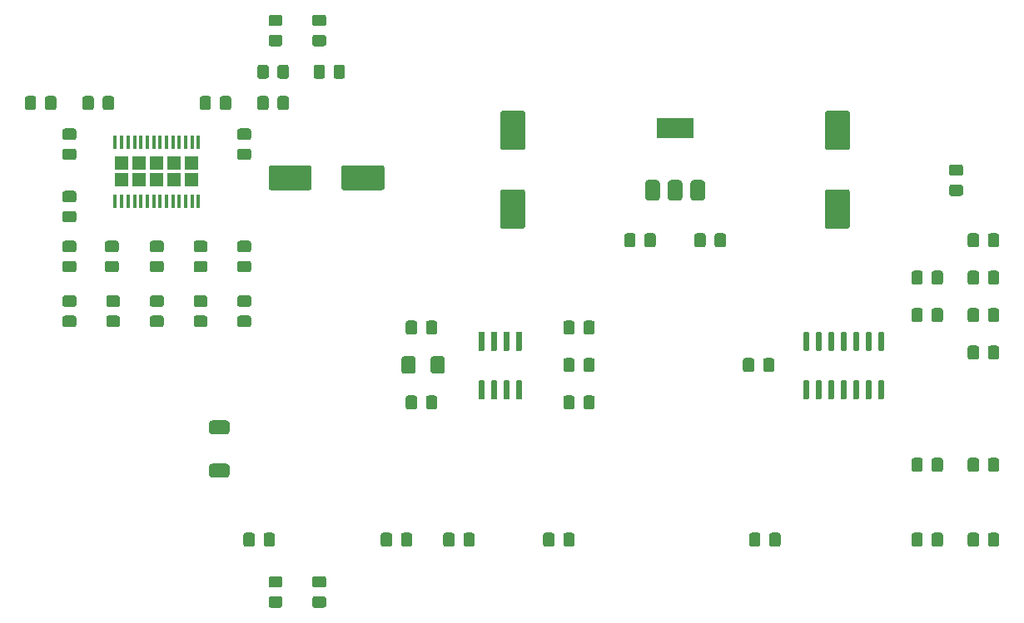
<source format=gbr>
G04 #@! TF.GenerationSoftware,KiCad,Pcbnew,5.1.5-52549c5~86~ubuntu18.04.1*
G04 #@! TF.CreationDate,2020-05-21T16:47:52+05:30*
G04 #@! TF.ProjectId,Resp2,52657370-322e-46b6-9963-61645f706362,rev?*
G04 #@! TF.SameCoordinates,Original*
G04 #@! TF.FileFunction,Paste,Top*
G04 #@! TF.FilePolarity,Positive*
%FSLAX46Y46*%
G04 Gerber Fmt 4.6, Leading zero omitted, Abs format (unit mm)*
G04 Created by KiCad (PCBNEW 5.1.5-52549c5~86~ubuntu18.04.1) date 2020-05-21 16:47:52*
%MOMM*%
%LPD*%
G04 APERTURE LIST*
%ADD10C,0.100000*%
%ADD11R,1.400000X1.400000*%
%ADD12O,0.400000X1.450000*%
%ADD13R,3.800000X2.000000*%
G04 APERTURE END LIST*
D10*
G36*
X36294306Y-59581685D02*
G01*
X36328282Y-59586725D01*
X36361600Y-59595071D01*
X36393939Y-59606642D01*
X36424989Y-59621328D01*
X36454450Y-59638986D01*
X36482038Y-59659446D01*
X36507487Y-59682513D01*
X36530554Y-59707962D01*
X36551014Y-59735550D01*
X36568672Y-59765011D01*
X36583358Y-59796061D01*
X36594929Y-59828400D01*
X36603275Y-59861718D01*
X36608315Y-59895694D01*
X36610000Y-59930000D01*
X36610000Y-60630000D01*
X36608315Y-60664306D01*
X36603275Y-60698282D01*
X36594929Y-60731600D01*
X36583358Y-60763939D01*
X36568672Y-60794989D01*
X36551014Y-60824450D01*
X36530554Y-60852038D01*
X36507487Y-60877487D01*
X36482038Y-60900554D01*
X36454450Y-60921014D01*
X36424989Y-60938672D01*
X36393939Y-60953358D01*
X36361600Y-60964929D01*
X36328282Y-60973275D01*
X36294306Y-60978315D01*
X36260000Y-60980000D01*
X34860000Y-60980000D01*
X34825694Y-60978315D01*
X34791718Y-60973275D01*
X34758400Y-60964929D01*
X34726061Y-60953358D01*
X34695011Y-60938672D01*
X34665550Y-60921014D01*
X34637962Y-60900554D01*
X34612513Y-60877487D01*
X34589446Y-60852038D01*
X34568986Y-60824450D01*
X34551328Y-60794989D01*
X34536642Y-60763939D01*
X34525071Y-60731600D01*
X34516725Y-60698282D01*
X34511685Y-60664306D01*
X34510000Y-60630000D01*
X34510000Y-59930000D01*
X34511685Y-59895694D01*
X34516725Y-59861718D01*
X34525071Y-59828400D01*
X34536642Y-59796061D01*
X34551328Y-59765011D01*
X34568986Y-59735550D01*
X34589446Y-59707962D01*
X34612513Y-59682513D01*
X34637962Y-59659446D01*
X34665550Y-59638986D01*
X34695011Y-59621328D01*
X34726061Y-59606642D01*
X34758400Y-59595071D01*
X34791718Y-59586725D01*
X34825694Y-59581685D01*
X34860000Y-59580000D01*
X36260000Y-59580000D01*
X36294306Y-59581685D01*
G37*
G36*
X36294306Y-55181685D02*
G01*
X36328282Y-55186725D01*
X36361600Y-55195071D01*
X36393939Y-55206642D01*
X36424989Y-55221328D01*
X36454450Y-55238986D01*
X36482038Y-55259446D01*
X36507487Y-55282513D01*
X36530554Y-55307962D01*
X36551014Y-55335550D01*
X36568672Y-55365011D01*
X36583358Y-55396061D01*
X36594929Y-55428400D01*
X36603275Y-55461718D01*
X36608315Y-55495694D01*
X36610000Y-55530000D01*
X36610000Y-56230000D01*
X36608315Y-56264306D01*
X36603275Y-56298282D01*
X36594929Y-56331600D01*
X36583358Y-56363939D01*
X36568672Y-56394989D01*
X36551014Y-56424450D01*
X36530554Y-56452038D01*
X36507487Y-56477487D01*
X36482038Y-56500554D01*
X36454450Y-56521014D01*
X36424989Y-56538672D01*
X36393939Y-56553358D01*
X36361600Y-56564929D01*
X36328282Y-56573275D01*
X36294306Y-56578315D01*
X36260000Y-56580000D01*
X34860000Y-56580000D01*
X34825694Y-56578315D01*
X34791718Y-56573275D01*
X34758400Y-56564929D01*
X34726061Y-56553358D01*
X34695011Y-56538672D01*
X34665550Y-56521014D01*
X34637962Y-56500554D01*
X34612513Y-56477487D01*
X34589446Y-56452038D01*
X34568986Y-56424450D01*
X34551328Y-56394989D01*
X34536642Y-56363939D01*
X34525071Y-56331600D01*
X34516725Y-56298282D01*
X34511685Y-56264306D01*
X34510000Y-56230000D01*
X34510000Y-55530000D01*
X34511685Y-55495694D01*
X34516725Y-55461718D01*
X34525071Y-55428400D01*
X34536642Y-55396061D01*
X34551328Y-55365011D01*
X34568986Y-55335550D01*
X34589446Y-55307962D01*
X34612513Y-55282513D01*
X34637962Y-55259446D01*
X34665550Y-55238986D01*
X34695011Y-55221328D01*
X34726061Y-55206642D01*
X34758400Y-55195071D01*
X34791718Y-55186725D01*
X34825694Y-55181685D01*
X34860000Y-55180000D01*
X36260000Y-55180000D01*
X36294306Y-55181685D01*
G37*
D11*
X25650000Y-28995000D03*
X25650000Y-30695000D03*
X27430000Y-28995000D03*
X27430000Y-30695000D03*
X29210000Y-28995000D03*
X29210000Y-30695000D03*
X30990000Y-28995000D03*
X30990000Y-30695000D03*
X32770000Y-30695000D03*
X32770000Y-28995000D03*
D12*
X33435000Y-32845000D03*
X32785000Y-32845000D03*
X32135000Y-32845000D03*
X31485000Y-32845000D03*
X30835000Y-32845000D03*
X30185000Y-32845000D03*
X29535000Y-32845000D03*
X28885000Y-32845000D03*
X28235000Y-32845000D03*
X27585000Y-32845000D03*
X26935000Y-32845000D03*
X26285000Y-32845000D03*
X25635000Y-32845000D03*
X24985000Y-32845000D03*
X24985000Y-26845000D03*
X25635000Y-26845000D03*
X26285000Y-26845000D03*
X26935000Y-26845000D03*
X27585000Y-26845000D03*
X28235000Y-26845000D03*
X28885000Y-26845000D03*
X29535000Y-26845000D03*
X30185000Y-26845000D03*
X30835000Y-26845000D03*
X31485000Y-26845000D03*
X32135000Y-26845000D03*
X32785000Y-26845000D03*
X33435000Y-26845000D03*
D10*
G36*
X29684505Y-36891204D02*
G01*
X29708773Y-36894804D01*
X29732572Y-36900765D01*
X29755671Y-36909030D01*
X29777850Y-36919520D01*
X29798893Y-36932132D01*
X29818599Y-36946747D01*
X29836777Y-36963223D01*
X29853253Y-36981401D01*
X29867868Y-37001107D01*
X29880480Y-37022150D01*
X29890970Y-37044329D01*
X29899235Y-37067428D01*
X29905196Y-37091227D01*
X29908796Y-37115495D01*
X29910000Y-37139999D01*
X29910000Y-37790001D01*
X29908796Y-37814505D01*
X29905196Y-37838773D01*
X29899235Y-37862572D01*
X29890970Y-37885671D01*
X29880480Y-37907850D01*
X29867868Y-37928893D01*
X29853253Y-37948599D01*
X29836777Y-37966777D01*
X29818599Y-37983253D01*
X29798893Y-37997868D01*
X29777850Y-38010480D01*
X29755671Y-38020970D01*
X29732572Y-38029235D01*
X29708773Y-38035196D01*
X29684505Y-38038796D01*
X29660001Y-38040000D01*
X28759999Y-38040000D01*
X28735495Y-38038796D01*
X28711227Y-38035196D01*
X28687428Y-38029235D01*
X28664329Y-38020970D01*
X28642150Y-38010480D01*
X28621107Y-37997868D01*
X28601401Y-37983253D01*
X28583223Y-37966777D01*
X28566747Y-37948599D01*
X28552132Y-37928893D01*
X28539520Y-37907850D01*
X28529030Y-37885671D01*
X28520765Y-37862572D01*
X28514804Y-37838773D01*
X28511204Y-37814505D01*
X28510000Y-37790001D01*
X28510000Y-37139999D01*
X28511204Y-37115495D01*
X28514804Y-37091227D01*
X28520765Y-37067428D01*
X28529030Y-37044329D01*
X28539520Y-37022150D01*
X28552132Y-37001107D01*
X28566747Y-36981401D01*
X28583223Y-36963223D01*
X28601401Y-36946747D01*
X28621107Y-36932132D01*
X28642150Y-36919520D01*
X28664329Y-36909030D01*
X28687428Y-36900765D01*
X28711227Y-36894804D01*
X28735495Y-36891204D01*
X28759999Y-36890000D01*
X29660001Y-36890000D01*
X29684505Y-36891204D01*
G37*
G36*
X29684505Y-38941204D02*
G01*
X29708773Y-38944804D01*
X29732572Y-38950765D01*
X29755671Y-38959030D01*
X29777850Y-38969520D01*
X29798893Y-38982132D01*
X29818599Y-38996747D01*
X29836777Y-39013223D01*
X29853253Y-39031401D01*
X29867868Y-39051107D01*
X29880480Y-39072150D01*
X29890970Y-39094329D01*
X29899235Y-39117428D01*
X29905196Y-39141227D01*
X29908796Y-39165495D01*
X29910000Y-39189999D01*
X29910000Y-39840001D01*
X29908796Y-39864505D01*
X29905196Y-39888773D01*
X29899235Y-39912572D01*
X29890970Y-39935671D01*
X29880480Y-39957850D01*
X29867868Y-39978893D01*
X29853253Y-39998599D01*
X29836777Y-40016777D01*
X29818599Y-40033253D01*
X29798893Y-40047868D01*
X29777850Y-40060480D01*
X29755671Y-40070970D01*
X29732572Y-40079235D01*
X29708773Y-40085196D01*
X29684505Y-40088796D01*
X29660001Y-40090000D01*
X28759999Y-40090000D01*
X28735495Y-40088796D01*
X28711227Y-40085196D01*
X28687428Y-40079235D01*
X28664329Y-40070970D01*
X28642150Y-40060480D01*
X28621107Y-40047868D01*
X28601401Y-40033253D01*
X28583223Y-40016777D01*
X28566747Y-39998599D01*
X28552132Y-39978893D01*
X28539520Y-39957850D01*
X28529030Y-39935671D01*
X28520765Y-39912572D01*
X28514804Y-39888773D01*
X28511204Y-39864505D01*
X28510000Y-39840001D01*
X28510000Y-39189999D01*
X28511204Y-39165495D01*
X28514804Y-39141227D01*
X28520765Y-39117428D01*
X28529030Y-39094329D01*
X28539520Y-39072150D01*
X28552132Y-39051107D01*
X28566747Y-39031401D01*
X28583223Y-39013223D01*
X28601401Y-38996747D01*
X28621107Y-38982132D01*
X28642150Y-38969520D01*
X28664329Y-38959030D01*
X28687428Y-38950765D01*
X28711227Y-38944804D01*
X28735495Y-38941204D01*
X28759999Y-38940000D01*
X29660001Y-38940000D01*
X29684505Y-38941204D01*
G37*
G36*
X42404505Y-22161204D02*
G01*
X42428773Y-22164804D01*
X42452572Y-22170765D01*
X42475671Y-22179030D01*
X42497850Y-22189520D01*
X42518893Y-22202132D01*
X42538599Y-22216747D01*
X42556777Y-22233223D01*
X42573253Y-22251401D01*
X42587868Y-22271107D01*
X42600480Y-22292150D01*
X42610970Y-22314329D01*
X42619235Y-22337428D01*
X42625196Y-22361227D01*
X42628796Y-22385495D01*
X42630000Y-22409999D01*
X42630000Y-23310001D01*
X42628796Y-23334505D01*
X42625196Y-23358773D01*
X42619235Y-23382572D01*
X42610970Y-23405671D01*
X42600480Y-23427850D01*
X42587868Y-23448893D01*
X42573253Y-23468599D01*
X42556777Y-23486777D01*
X42538599Y-23503253D01*
X42518893Y-23517868D01*
X42497850Y-23530480D01*
X42475671Y-23540970D01*
X42452572Y-23549235D01*
X42428773Y-23555196D01*
X42404505Y-23558796D01*
X42380001Y-23560000D01*
X41729999Y-23560000D01*
X41705495Y-23558796D01*
X41681227Y-23555196D01*
X41657428Y-23549235D01*
X41634329Y-23540970D01*
X41612150Y-23530480D01*
X41591107Y-23517868D01*
X41571401Y-23503253D01*
X41553223Y-23486777D01*
X41536747Y-23468599D01*
X41522132Y-23448893D01*
X41509520Y-23427850D01*
X41499030Y-23405671D01*
X41490765Y-23382572D01*
X41484804Y-23358773D01*
X41481204Y-23334505D01*
X41480000Y-23310001D01*
X41480000Y-22409999D01*
X41481204Y-22385495D01*
X41484804Y-22361227D01*
X41490765Y-22337428D01*
X41499030Y-22314329D01*
X41509520Y-22292150D01*
X41522132Y-22271107D01*
X41536747Y-22251401D01*
X41553223Y-22233223D01*
X41571401Y-22216747D01*
X41591107Y-22202132D01*
X41612150Y-22189520D01*
X41634329Y-22179030D01*
X41657428Y-22170765D01*
X41681227Y-22164804D01*
X41705495Y-22161204D01*
X41729999Y-22160000D01*
X42380001Y-22160000D01*
X42404505Y-22161204D01*
G37*
G36*
X40354505Y-22161204D02*
G01*
X40378773Y-22164804D01*
X40402572Y-22170765D01*
X40425671Y-22179030D01*
X40447850Y-22189520D01*
X40468893Y-22202132D01*
X40488599Y-22216747D01*
X40506777Y-22233223D01*
X40523253Y-22251401D01*
X40537868Y-22271107D01*
X40550480Y-22292150D01*
X40560970Y-22314329D01*
X40569235Y-22337428D01*
X40575196Y-22361227D01*
X40578796Y-22385495D01*
X40580000Y-22409999D01*
X40580000Y-23310001D01*
X40578796Y-23334505D01*
X40575196Y-23358773D01*
X40569235Y-23382572D01*
X40560970Y-23405671D01*
X40550480Y-23427850D01*
X40537868Y-23448893D01*
X40523253Y-23468599D01*
X40506777Y-23486777D01*
X40488599Y-23503253D01*
X40468893Y-23517868D01*
X40447850Y-23530480D01*
X40425671Y-23540970D01*
X40402572Y-23549235D01*
X40378773Y-23555196D01*
X40354505Y-23558796D01*
X40330001Y-23560000D01*
X39679999Y-23560000D01*
X39655495Y-23558796D01*
X39631227Y-23555196D01*
X39607428Y-23549235D01*
X39584329Y-23540970D01*
X39562150Y-23530480D01*
X39541107Y-23517868D01*
X39521401Y-23503253D01*
X39503223Y-23486777D01*
X39486747Y-23468599D01*
X39472132Y-23448893D01*
X39459520Y-23427850D01*
X39449030Y-23405671D01*
X39440765Y-23382572D01*
X39434804Y-23358773D01*
X39431204Y-23334505D01*
X39430000Y-23310001D01*
X39430000Y-22409999D01*
X39431204Y-22385495D01*
X39434804Y-22361227D01*
X39440765Y-22337428D01*
X39449030Y-22314329D01*
X39459520Y-22292150D01*
X39472132Y-22271107D01*
X39486747Y-22251401D01*
X39503223Y-22233223D01*
X39521401Y-22216747D01*
X39541107Y-22202132D01*
X39562150Y-22189520D01*
X39584329Y-22179030D01*
X39607428Y-22170765D01*
X39631227Y-22164804D01*
X39655495Y-22161204D01*
X39679999Y-22160000D01*
X40330001Y-22160000D01*
X40354505Y-22161204D01*
G37*
G36*
X24624505Y-22161204D02*
G01*
X24648773Y-22164804D01*
X24672572Y-22170765D01*
X24695671Y-22179030D01*
X24717850Y-22189520D01*
X24738893Y-22202132D01*
X24758599Y-22216747D01*
X24776777Y-22233223D01*
X24793253Y-22251401D01*
X24807868Y-22271107D01*
X24820480Y-22292150D01*
X24830970Y-22314329D01*
X24839235Y-22337428D01*
X24845196Y-22361227D01*
X24848796Y-22385495D01*
X24850000Y-22409999D01*
X24850000Y-23310001D01*
X24848796Y-23334505D01*
X24845196Y-23358773D01*
X24839235Y-23382572D01*
X24830970Y-23405671D01*
X24820480Y-23427850D01*
X24807868Y-23448893D01*
X24793253Y-23468599D01*
X24776777Y-23486777D01*
X24758599Y-23503253D01*
X24738893Y-23517868D01*
X24717850Y-23530480D01*
X24695671Y-23540970D01*
X24672572Y-23549235D01*
X24648773Y-23555196D01*
X24624505Y-23558796D01*
X24600001Y-23560000D01*
X23949999Y-23560000D01*
X23925495Y-23558796D01*
X23901227Y-23555196D01*
X23877428Y-23549235D01*
X23854329Y-23540970D01*
X23832150Y-23530480D01*
X23811107Y-23517868D01*
X23791401Y-23503253D01*
X23773223Y-23486777D01*
X23756747Y-23468599D01*
X23742132Y-23448893D01*
X23729520Y-23427850D01*
X23719030Y-23405671D01*
X23710765Y-23382572D01*
X23704804Y-23358773D01*
X23701204Y-23334505D01*
X23700000Y-23310001D01*
X23700000Y-22409999D01*
X23701204Y-22385495D01*
X23704804Y-22361227D01*
X23710765Y-22337428D01*
X23719030Y-22314329D01*
X23729520Y-22292150D01*
X23742132Y-22271107D01*
X23756747Y-22251401D01*
X23773223Y-22233223D01*
X23791401Y-22216747D01*
X23811107Y-22202132D01*
X23832150Y-22189520D01*
X23854329Y-22179030D01*
X23877428Y-22170765D01*
X23901227Y-22164804D01*
X23925495Y-22161204D01*
X23949999Y-22160000D01*
X24600001Y-22160000D01*
X24624505Y-22161204D01*
G37*
G36*
X22574505Y-22161204D02*
G01*
X22598773Y-22164804D01*
X22622572Y-22170765D01*
X22645671Y-22179030D01*
X22667850Y-22189520D01*
X22688893Y-22202132D01*
X22708599Y-22216747D01*
X22726777Y-22233223D01*
X22743253Y-22251401D01*
X22757868Y-22271107D01*
X22770480Y-22292150D01*
X22780970Y-22314329D01*
X22789235Y-22337428D01*
X22795196Y-22361227D01*
X22798796Y-22385495D01*
X22800000Y-22409999D01*
X22800000Y-23310001D01*
X22798796Y-23334505D01*
X22795196Y-23358773D01*
X22789235Y-23382572D01*
X22780970Y-23405671D01*
X22770480Y-23427850D01*
X22757868Y-23448893D01*
X22743253Y-23468599D01*
X22726777Y-23486777D01*
X22708599Y-23503253D01*
X22688893Y-23517868D01*
X22667850Y-23530480D01*
X22645671Y-23540970D01*
X22622572Y-23549235D01*
X22598773Y-23555196D01*
X22574505Y-23558796D01*
X22550001Y-23560000D01*
X21899999Y-23560000D01*
X21875495Y-23558796D01*
X21851227Y-23555196D01*
X21827428Y-23549235D01*
X21804329Y-23540970D01*
X21782150Y-23530480D01*
X21761107Y-23517868D01*
X21741401Y-23503253D01*
X21723223Y-23486777D01*
X21706747Y-23468599D01*
X21692132Y-23448893D01*
X21679520Y-23427850D01*
X21669030Y-23405671D01*
X21660765Y-23382572D01*
X21654804Y-23358773D01*
X21651204Y-23334505D01*
X21650000Y-23310001D01*
X21650000Y-22409999D01*
X21651204Y-22385495D01*
X21654804Y-22361227D01*
X21660765Y-22337428D01*
X21669030Y-22314329D01*
X21679520Y-22292150D01*
X21692132Y-22271107D01*
X21706747Y-22251401D01*
X21723223Y-22233223D01*
X21741401Y-22216747D01*
X21761107Y-22202132D01*
X21782150Y-22189520D01*
X21804329Y-22179030D01*
X21827428Y-22170765D01*
X21851227Y-22164804D01*
X21875495Y-22161204D01*
X21899999Y-22160000D01*
X22550001Y-22160000D01*
X22574505Y-22161204D01*
G37*
G36*
X38574505Y-25461204D02*
G01*
X38598773Y-25464804D01*
X38622572Y-25470765D01*
X38645671Y-25479030D01*
X38667850Y-25489520D01*
X38688893Y-25502132D01*
X38708599Y-25516747D01*
X38726777Y-25533223D01*
X38743253Y-25551401D01*
X38757868Y-25571107D01*
X38770480Y-25592150D01*
X38780970Y-25614329D01*
X38789235Y-25637428D01*
X38795196Y-25661227D01*
X38798796Y-25685495D01*
X38800000Y-25709999D01*
X38800000Y-26360001D01*
X38798796Y-26384505D01*
X38795196Y-26408773D01*
X38789235Y-26432572D01*
X38780970Y-26455671D01*
X38770480Y-26477850D01*
X38757868Y-26498893D01*
X38743253Y-26518599D01*
X38726777Y-26536777D01*
X38708599Y-26553253D01*
X38688893Y-26567868D01*
X38667850Y-26580480D01*
X38645671Y-26590970D01*
X38622572Y-26599235D01*
X38598773Y-26605196D01*
X38574505Y-26608796D01*
X38550001Y-26610000D01*
X37649999Y-26610000D01*
X37625495Y-26608796D01*
X37601227Y-26605196D01*
X37577428Y-26599235D01*
X37554329Y-26590970D01*
X37532150Y-26580480D01*
X37511107Y-26567868D01*
X37491401Y-26553253D01*
X37473223Y-26536777D01*
X37456747Y-26518599D01*
X37442132Y-26498893D01*
X37429520Y-26477850D01*
X37419030Y-26455671D01*
X37410765Y-26432572D01*
X37404804Y-26408773D01*
X37401204Y-26384505D01*
X37400000Y-26360001D01*
X37400000Y-25709999D01*
X37401204Y-25685495D01*
X37404804Y-25661227D01*
X37410765Y-25637428D01*
X37419030Y-25614329D01*
X37429520Y-25592150D01*
X37442132Y-25571107D01*
X37456747Y-25551401D01*
X37473223Y-25533223D01*
X37491401Y-25516747D01*
X37511107Y-25502132D01*
X37532150Y-25489520D01*
X37554329Y-25479030D01*
X37577428Y-25470765D01*
X37601227Y-25464804D01*
X37625495Y-25461204D01*
X37649999Y-25460000D01*
X38550001Y-25460000D01*
X38574505Y-25461204D01*
G37*
G36*
X38574505Y-27511204D02*
G01*
X38598773Y-27514804D01*
X38622572Y-27520765D01*
X38645671Y-27529030D01*
X38667850Y-27539520D01*
X38688893Y-27552132D01*
X38708599Y-27566747D01*
X38726777Y-27583223D01*
X38743253Y-27601401D01*
X38757868Y-27621107D01*
X38770480Y-27642150D01*
X38780970Y-27664329D01*
X38789235Y-27687428D01*
X38795196Y-27711227D01*
X38798796Y-27735495D01*
X38800000Y-27759999D01*
X38800000Y-28410001D01*
X38798796Y-28434505D01*
X38795196Y-28458773D01*
X38789235Y-28482572D01*
X38780970Y-28505671D01*
X38770480Y-28527850D01*
X38757868Y-28548893D01*
X38743253Y-28568599D01*
X38726777Y-28586777D01*
X38708599Y-28603253D01*
X38688893Y-28617868D01*
X38667850Y-28630480D01*
X38645671Y-28640970D01*
X38622572Y-28649235D01*
X38598773Y-28655196D01*
X38574505Y-28658796D01*
X38550001Y-28660000D01*
X37649999Y-28660000D01*
X37625495Y-28658796D01*
X37601227Y-28655196D01*
X37577428Y-28649235D01*
X37554329Y-28640970D01*
X37532150Y-28630480D01*
X37511107Y-28617868D01*
X37491401Y-28603253D01*
X37473223Y-28586777D01*
X37456747Y-28568599D01*
X37442132Y-28548893D01*
X37429520Y-28527850D01*
X37419030Y-28505671D01*
X37410765Y-28482572D01*
X37404804Y-28458773D01*
X37401204Y-28434505D01*
X37400000Y-28410001D01*
X37400000Y-27759999D01*
X37401204Y-27735495D01*
X37404804Y-27711227D01*
X37410765Y-27687428D01*
X37419030Y-27664329D01*
X37429520Y-27642150D01*
X37442132Y-27621107D01*
X37456747Y-27601401D01*
X37473223Y-27583223D01*
X37491401Y-27566747D01*
X37511107Y-27552132D01*
X37532150Y-27539520D01*
X37554329Y-27529030D01*
X37577428Y-27520765D01*
X37601227Y-27514804D01*
X37625495Y-27511204D01*
X37649999Y-27510000D01*
X38550001Y-27510000D01*
X38574505Y-27511204D01*
G37*
G36*
X34494505Y-22161204D02*
G01*
X34518773Y-22164804D01*
X34542572Y-22170765D01*
X34565671Y-22179030D01*
X34587850Y-22189520D01*
X34608893Y-22202132D01*
X34628599Y-22216747D01*
X34646777Y-22233223D01*
X34663253Y-22251401D01*
X34677868Y-22271107D01*
X34690480Y-22292150D01*
X34700970Y-22314329D01*
X34709235Y-22337428D01*
X34715196Y-22361227D01*
X34718796Y-22385495D01*
X34720000Y-22409999D01*
X34720000Y-23310001D01*
X34718796Y-23334505D01*
X34715196Y-23358773D01*
X34709235Y-23382572D01*
X34700970Y-23405671D01*
X34690480Y-23427850D01*
X34677868Y-23448893D01*
X34663253Y-23468599D01*
X34646777Y-23486777D01*
X34628599Y-23503253D01*
X34608893Y-23517868D01*
X34587850Y-23530480D01*
X34565671Y-23540970D01*
X34542572Y-23549235D01*
X34518773Y-23555196D01*
X34494505Y-23558796D01*
X34470001Y-23560000D01*
X33819999Y-23560000D01*
X33795495Y-23558796D01*
X33771227Y-23555196D01*
X33747428Y-23549235D01*
X33724329Y-23540970D01*
X33702150Y-23530480D01*
X33681107Y-23517868D01*
X33661401Y-23503253D01*
X33643223Y-23486777D01*
X33626747Y-23468599D01*
X33612132Y-23448893D01*
X33599520Y-23427850D01*
X33589030Y-23405671D01*
X33580765Y-23382572D01*
X33574804Y-23358773D01*
X33571204Y-23334505D01*
X33570000Y-23310001D01*
X33570000Y-22409999D01*
X33571204Y-22385495D01*
X33574804Y-22361227D01*
X33580765Y-22337428D01*
X33589030Y-22314329D01*
X33599520Y-22292150D01*
X33612132Y-22271107D01*
X33626747Y-22251401D01*
X33643223Y-22233223D01*
X33661401Y-22216747D01*
X33681107Y-22202132D01*
X33702150Y-22189520D01*
X33724329Y-22179030D01*
X33747428Y-22170765D01*
X33771227Y-22164804D01*
X33795495Y-22161204D01*
X33819999Y-22160000D01*
X34470001Y-22160000D01*
X34494505Y-22161204D01*
G37*
G36*
X36544505Y-22161204D02*
G01*
X36568773Y-22164804D01*
X36592572Y-22170765D01*
X36615671Y-22179030D01*
X36637850Y-22189520D01*
X36658893Y-22202132D01*
X36678599Y-22216747D01*
X36696777Y-22233223D01*
X36713253Y-22251401D01*
X36727868Y-22271107D01*
X36740480Y-22292150D01*
X36750970Y-22314329D01*
X36759235Y-22337428D01*
X36765196Y-22361227D01*
X36768796Y-22385495D01*
X36770000Y-22409999D01*
X36770000Y-23310001D01*
X36768796Y-23334505D01*
X36765196Y-23358773D01*
X36759235Y-23382572D01*
X36750970Y-23405671D01*
X36740480Y-23427850D01*
X36727868Y-23448893D01*
X36713253Y-23468599D01*
X36696777Y-23486777D01*
X36678599Y-23503253D01*
X36658893Y-23517868D01*
X36637850Y-23530480D01*
X36615671Y-23540970D01*
X36592572Y-23549235D01*
X36568773Y-23555196D01*
X36544505Y-23558796D01*
X36520001Y-23560000D01*
X35869999Y-23560000D01*
X35845495Y-23558796D01*
X35821227Y-23555196D01*
X35797428Y-23549235D01*
X35774329Y-23540970D01*
X35752150Y-23530480D01*
X35731107Y-23517868D01*
X35711401Y-23503253D01*
X35693223Y-23486777D01*
X35676747Y-23468599D01*
X35662132Y-23448893D01*
X35649520Y-23427850D01*
X35639030Y-23405671D01*
X35630765Y-23382572D01*
X35624804Y-23358773D01*
X35621204Y-23334505D01*
X35620000Y-23310001D01*
X35620000Y-22409999D01*
X35621204Y-22385495D01*
X35624804Y-22361227D01*
X35630765Y-22337428D01*
X35639030Y-22314329D01*
X35649520Y-22292150D01*
X35662132Y-22271107D01*
X35676747Y-22251401D01*
X35693223Y-22233223D01*
X35711401Y-22216747D01*
X35731107Y-22202132D01*
X35752150Y-22189520D01*
X35774329Y-22179030D01*
X35797428Y-22170765D01*
X35821227Y-22164804D01*
X35845495Y-22161204D01*
X35869999Y-22160000D01*
X36520001Y-22160000D01*
X36544505Y-22161204D01*
G37*
G36*
X16714505Y-22161204D02*
G01*
X16738773Y-22164804D01*
X16762572Y-22170765D01*
X16785671Y-22179030D01*
X16807850Y-22189520D01*
X16828893Y-22202132D01*
X16848599Y-22216747D01*
X16866777Y-22233223D01*
X16883253Y-22251401D01*
X16897868Y-22271107D01*
X16910480Y-22292150D01*
X16920970Y-22314329D01*
X16929235Y-22337428D01*
X16935196Y-22361227D01*
X16938796Y-22385495D01*
X16940000Y-22409999D01*
X16940000Y-23310001D01*
X16938796Y-23334505D01*
X16935196Y-23358773D01*
X16929235Y-23382572D01*
X16920970Y-23405671D01*
X16910480Y-23427850D01*
X16897868Y-23448893D01*
X16883253Y-23468599D01*
X16866777Y-23486777D01*
X16848599Y-23503253D01*
X16828893Y-23517868D01*
X16807850Y-23530480D01*
X16785671Y-23540970D01*
X16762572Y-23549235D01*
X16738773Y-23555196D01*
X16714505Y-23558796D01*
X16690001Y-23560000D01*
X16039999Y-23560000D01*
X16015495Y-23558796D01*
X15991227Y-23555196D01*
X15967428Y-23549235D01*
X15944329Y-23540970D01*
X15922150Y-23530480D01*
X15901107Y-23517868D01*
X15881401Y-23503253D01*
X15863223Y-23486777D01*
X15846747Y-23468599D01*
X15832132Y-23448893D01*
X15819520Y-23427850D01*
X15809030Y-23405671D01*
X15800765Y-23382572D01*
X15794804Y-23358773D01*
X15791204Y-23334505D01*
X15790000Y-23310001D01*
X15790000Y-22409999D01*
X15791204Y-22385495D01*
X15794804Y-22361227D01*
X15800765Y-22337428D01*
X15809030Y-22314329D01*
X15819520Y-22292150D01*
X15832132Y-22271107D01*
X15846747Y-22251401D01*
X15863223Y-22233223D01*
X15881401Y-22216747D01*
X15901107Y-22202132D01*
X15922150Y-22189520D01*
X15944329Y-22179030D01*
X15967428Y-22170765D01*
X15991227Y-22164804D01*
X16015495Y-22161204D01*
X16039999Y-22160000D01*
X16690001Y-22160000D01*
X16714505Y-22161204D01*
G37*
G36*
X18764505Y-22161204D02*
G01*
X18788773Y-22164804D01*
X18812572Y-22170765D01*
X18835671Y-22179030D01*
X18857850Y-22189520D01*
X18878893Y-22202132D01*
X18898599Y-22216747D01*
X18916777Y-22233223D01*
X18933253Y-22251401D01*
X18947868Y-22271107D01*
X18960480Y-22292150D01*
X18970970Y-22314329D01*
X18979235Y-22337428D01*
X18985196Y-22361227D01*
X18988796Y-22385495D01*
X18990000Y-22409999D01*
X18990000Y-23310001D01*
X18988796Y-23334505D01*
X18985196Y-23358773D01*
X18979235Y-23382572D01*
X18970970Y-23405671D01*
X18960480Y-23427850D01*
X18947868Y-23448893D01*
X18933253Y-23468599D01*
X18916777Y-23486777D01*
X18898599Y-23503253D01*
X18878893Y-23517868D01*
X18857850Y-23530480D01*
X18835671Y-23540970D01*
X18812572Y-23549235D01*
X18788773Y-23555196D01*
X18764505Y-23558796D01*
X18740001Y-23560000D01*
X18089999Y-23560000D01*
X18065495Y-23558796D01*
X18041227Y-23555196D01*
X18017428Y-23549235D01*
X17994329Y-23540970D01*
X17972150Y-23530480D01*
X17951107Y-23517868D01*
X17931401Y-23503253D01*
X17913223Y-23486777D01*
X17896747Y-23468599D01*
X17882132Y-23448893D01*
X17869520Y-23427850D01*
X17859030Y-23405671D01*
X17850765Y-23382572D01*
X17844804Y-23358773D01*
X17841204Y-23334505D01*
X17840000Y-23310001D01*
X17840000Y-22409999D01*
X17841204Y-22385495D01*
X17844804Y-22361227D01*
X17850765Y-22337428D01*
X17859030Y-22314329D01*
X17869520Y-22292150D01*
X17882132Y-22271107D01*
X17896747Y-22251401D01*
X17913223Y-22233223D01*
X17931401Y-22216747D01*
X17951107Y-22202132D01*
X17972150Y-22189520D01*
X17994329Y-22179030D01*
X18017428Y-22170765D01*
X18041227Y-22164804D01*
X18065495Y-22161204D01*
X18089999Y-22160000D01*
X18740001Y-22160000D01*
X18764505Y-22161204D01*
G37*
G36*
X20794505Y-33861204D02*
G01*
X20818773Y-33864804D01*
X20842572Y-33870765D01*
X20865671Y-33879030D01*
X20887850Y-33889520D01*
X20908893Y-33902132D01*
X20928599Y-33916747D01*
X20946777Y-33933223D01*
X20963253Y-33951401D01*
X20977868Y-33971107D01*
X20990480Y-33992150D01*
X21000970Y-34014329D01*
X21009235Y-34037428D01*
X21015196Y-34061227D01*
X21018796Y-34085495D01*
X21020000Y-34109999D01*
X21020000Y-34760001D01*
X21018796Y-34784505D01*
X21015196Y-34808773D01*
X21009235Y-34832572D01*
X21000970Y-34855671D01*
X20990480Y-34877850D01*
X20977868Y-34898893D01*
X20963253Y-34918599D01*
X20946777Y-34936777D01*
X20928599Y-34953253D01*
X20908893Y-34967868D01*
X20887850Y-34980480D01*
X20865671Y-34990970D01*
X20842572Y-34999235D01*
X20818773Y-35005196D01*
X20794505Y-35008796D01*
X20770001Y-35010000D01*
X19869999Y-35010000D01*
X19845495Y-35008796D01*
X19821227Y-35005196D01*
X19797428Y-34999235D01*
X19774329Y-34990970D01*
X19752150Y-34980480D01*
X19731107Y-34967868D01*
X19711401Y-34953253D01*
X19693223Y-34936777D01*
X19676747Y-34918599D01*
X19662132Y-34898893D01*
X19649520Y-34877850D01*
X19639030Y-34855671D01*
X19630765Y-34832572D01*
X19624804Y-34808773D01*
X19621204Y-34784505D01*
X19620000Y-34760001D01*
X19620000Y-34109999D01*
X19621204Y-34085495D01*
X19624804Y-34061227D01*
X19630765Y-34037428D01*
X19639030Y-34014329D01*
X19649520Y-33992150D01*
X19662132Y-33971107D01*
X19676747Y-33951401D01*
X19693223Y-33933223D01*
X19711401Y-33916747D01*
X19731107Y-33902132D01*
X19752150Y-33889520D01*
X19774329Y-33879030D01*
X19797428Y-33870765D01*
X19821227Y-33864804D01*
X19845495Y-33861204D01*
X19869999Y-33860000D01*
X20770001Y-33860000D01*
X20794505Y-33861204D01*
G37*
G36*
X20794505Y-31811204D02*
G01*
X20818773Y-31814804D01*
X20842572Y-31820765D01*
X20865671Y-31829030D01*
X20887850Y-31839520D01*
X20908893Y-31852132D01*
X20928599Y-31866747D01*
X20946777Y-31883223D01*
X20963253Y-31901401D01*
X20977868Y-31921107D01*
X20990480Y-31942150D01*
X21000970Y-31964329D01*
X21009235Y-31987428D01*
X21015196Y-32011227D01*
X21018796Y-32035495D01*
X21020000Y-32059999D01*
X21020000Y-32710001D01*
X21018796Y-32734505D01*
X21015196Y-32758773D01*
X21009235Y-32782572D01*
X21000970Y-32805671D01*
X20990480Y-32827850D01*
X20977868Y-32848893D01*
X20963253Y-32868599D01*
X20946777Y-32886777D01*
X20928599Y-32903253D01*
X20908893Y-32917868D01*
X20887850Y-32930480D01*
X20865671Y-32940970D01*
X20842572Y-32949235D01*
X20818773Y-32955196D01*
X20794505Y-32958796D01*
X20770001Y-32960000D01*
X19869999Y-32960000D01*
X19845495Y-32958796D01*
X19821227Y-32955196D01*
X19797428Y-32949235D01*
X19774329Y-32940970D01*
X19752150Y-32930480D01*
X19731107Y-32917868D01*
X19711401Y-32903253D01*
X19693223Y-32886777D01*
X19676747Y-32868599D01*
X19662132Y-32848893D01*
X19649520Y-32827850D01*
X19639030Y-32805671D01*
X19630765Y-32782572D01*
X19624804Y-32758773D01*
X19621204Y-32734505D01*
X19620000Y-32710001D01*
X19620000Y-32059999D01*
X19621204Y-32035495D01*
X19624804Y-32011227D01*
X19630765Y-31987428D01*
X19639030Y-31964329D01*
X19649520Y-31942150D01*
X19662132Y-31921107D01*
X19676747Y-31901401D01*
X19693223Y-31883223D01*
X19711401Y-31866747D01*
X19731107Y-31852132D01*
X19752150Y-31839520D01*
X19774329Y-31829030D01*
X19797428Y-31820765D01*
X19821227Y-31814804D01*
X19845495Y-31811204D01*
X19869999Y-31810000D01*
X20770001Y-31810000D01*
X20794505Y-31811204D01*
G37*
G36*
X86854505Y-36131204D02*
G01*
X86878773Y-36134804D01*
X86902572Y-36140765D01*
X86925671Y-36149030D01*
X86947850Y-36159520D01*
X86968893Y-36172132D01*
X86988599Y-36186747D01*
X87006777Y-36203223D01*
X87023253Y-36221401D01*
X87037868Y-36241107D01*
X87050480Y-36262150D01*
X87060970Y-36284329D01*
X87069235Y-36307428D01*
X87075196Y-36331227D01*
X87078796Y-36355495D01*
X87080000Y-36379999D01*
X87080000Y-37280001D01*
X87078796Y-37304505D01*
X87075196Y-37328773D01*
X87069235Y-37352572D01*
X87060970Y-37375671D01*
X87050480Y-37397850D01*
X87037868Y-37418893D01*
X87023253Y-37438599D01*
X87006777Y-37456777D01*
X86988599Y-37473253D01*
X86968893Y-37487868D01*
X86947850Y-37500480D01*
X86925671Y-37510970D01*
X86902572Y-37519235D01*
X86878773Y-37525196D01*
X86854505Y-37528796D01*
X86830001Y-37530000D01*
X86179999Y-37530000D01*
X86155495Y-37528796D01*
X86131227Y-37525196D01*
X86107428Y-37519235D01*
X86084329Y-37510970D01*
X86062150Y-37500480D01*
X86041107Y-37487868D01*
X86021401Y-37473253D01*
X86003223Y-37456777D01*
X85986747Y-37438599D01*
X85972132Y-37418893D01*
X85959520Y-37397850D01*
X85949030Y-37375671D01*
X85940765Y-37352572D01*
X85934804Y-37328773D01*
X85931204Y-37304505D01*
X85930000Y-37280001D01*
X85930000Y-36379999D01*
X85931204Y-36355495D01*
X85934804Y-36331227D01*
X85940765Y-36307428D01*
X85949030Y-36284329D01*
X85959520Y-36262150D01*
X85972132Y-36241107D01*
X85986747Y-36221401D01*
X86003223Y-36203223D01*
X86021401Y-36186747D01*
X86041107Y-36172132D01*
X86062150Y-36159520D01*
X86084329Y-36149030D01*
X86107428Y-36140765D01*
X86131227Y-36134804D01*
X86155495Y-36131204D01*
X86179999Y-36130000D01*
X86830001Y-36130000D01*
X86854505Y-36131204D01*
G37*
G36*
X84804505Y-36131204D02*
G01*
X84828773Y-36134804D01*
X84852572Y-36140765D01*
X84875671Y-36149030D01*
X84897850Y-36159520D01*
X84918893Y-36172132D01*
X84938599Y-36186747D01*
X84956777Y-36203223D01*
X84973253Y-36221401D01*
X84987868Y-36241107D01*
X85000480Y-36262150D01*
X85010970Y-36284329D01*
X85019235Y-36307428D01*
X85025196Y-36331227D01*
X85028796Y-36355495D01*
X85030000Y-36379999D01*
X85030000Y-37280001D01*
X85028796Y-37304505D01*
X85025196Y-37328773D01*
X85019235Y-37352572D01*
X85010970Y-37375671D01*
X85000480Y-37397850D01*
X84987868Y-37418893D01*
X84973253Y-37438599D01*
X84956777Y-37456777D01*
X84938599Y-37473253D01*
X84918893Y-37487868D01*
X84897850Y-37500480D01*
X84875671Y-37510970D01*
X84852572Y-37519235D01*
X84828773Y-37525196D01*
X84804505Y-37528796D01*
X84780001Y-37530000D01*
X84129999Y-37530000D01*
X84105495Y-37528796D01*
X84081227Y-37525196D01*
X84057428Y-37519235D01*
X84034329Y-37510970D01*
X84012150Y-37500480D01*
X83991107Y-37487868D01*
X83971401Y-37473253D01*
X83953223Y-37456777D01*
X83936747Y-37438599D01*
X83922132Y-37418893D01*
X83909520Y-37397850D01*
X83899030Y-37375671D01*
X83890765Y-37352572D01*
X83884804Y-37328773D01*
X83881204Y-37304505D01*
X83880000Y-37280001D01*
X83880000Y-36379999D01*
X83881204Y-36355495D01*
X83884804Y-36331227D01*
X83890765Y-36307428D01*
X83899030Y-36284329D01*
X83909520Y-36262150D01*
X83922132Y-36241107D01*
X83936747Y-36221401D01*
X83953223Y-36203223D01*
X83971401Y-36186747D01*
X83991107Y-36172132D01*
X84012150Y-36159520D01*
X84034329Y-36149030D01*
X84057428Y-36140765D01*
X84081227Y-36134804D01*
X84105495Y-36131204D01*
X84129999Y-36130000D01*
X84780001Y-36130000D01*
X84804505Y-36131204D01*
G37*
G36*
X77674505Y-36131204D02*
G01*
X77698773Y-36134804D01*
X77722572Y-36140765D01*
X77745671Y-36149030D01*
X77767850Y-36159520D01*
X77788893Y-36172132D01*
X77808599Y-36186747D01*
X77826777Y-36203223D01*
X77843253Y-36221401D01*
X77857868Y-36241107D01*
X77870480Y-36262150D01*
X77880970Y-36284329D01*
X77889235Y-36307428D01*
X77895196Y-36331227D01*
X77898796Y-36355495D01*
X77900000Y-36379999D01*
X77900000Y-37280001D01*
X77898796Y-37304505D01*
X77895196Y-37328773D01*
X77889235Y-37352572D01*
X77880970Y-37375671D01*
X77870480Y-37397850D01*
X77857868Y-37418893D01*
X77843253Y-37438599D01*
X77826777Y-37456777D01*
X77808599Y-37473253D01*
X77788893Y-37487868D01*
X77767850Y-37500480D01*
X77745671Y-37510970D01*
X77722572Y-37519235D01*
X77698773Y-37525196D01*
X77674505Y-37528796D01*
X77650001Y-37530000D01*
X76999999Y-37530000D01*
X76975495Y-37528796D01*
X76951227Y-37525196D01*
X76927428Y-37519235D01*
X76904329Y-37510970D01*
X76882150Y-37500480D01*
X76861107Y-37487868D01*
X76841401Y-37473253D01*
X76823223Y-37456777D01*
X76806747Y-37438599D01*
X76792132Y-37418893D01*
X76779520Y-37397850D01*
X76769030Y-37375671D01*
X76760765Y-37352572D01*
X76754804Y-37328773D01*
X76751204Y-37304505D01*
X76750000Y-37280001D01*
X76750000Y-36379999D01*
X76751204Y-36355495D01*
X76754804Y-36331227D01*
X76760765Y-36307428D01*
X76769030Y-36284329D01*
X76779520Y-36262150D01*
X76792132Y-36241107D01*
X76806747Y-36221401D01*
X76823223Y-36203223D01*
X76841401Y-36186747D01*
X76861107Y-36172132D01*
X76882150Y-36159520D01*
X76904329Y-36149030D01*
X76927428Y-36140765D01*
X76951227Y-36134804D01*
X76975495Y-36131204D01*
X76999999Y-36130000D01*
X77650001Y-36130000D01*
X77674505Y-36131204D01*
G37*
G36*
X79724505Y-36131204D02*
G01*
X79748773Y-36134804D01*
X79772572Y-36140765D01*
X79795671Y-36149030D01*
X79817850Y-36159520D01*
X79838893Y-36172132D01*
X79858599Y-36186747D01*
X79876777Y-36203223D01*
X79893253Y-36221401D01*
X79907868Y-36241107D01*
X79920480Y-36262150D01*
X79930970Y-36284329D01*
X79939235Y-36307428D01*
X79945196Y-36331227D01*
X79948796Y-36355495D01*
X79950000Y-36379999D01*
X79950000Y-37280001D01*
X79948796Y-37304505D01*
X79945196Y-37328773D01*
X79939235Y-37352572D01*
X79930970Y-37375671D01*
X79920480Y-37397850D01*
X79907868Y-37418893D01*
X79893253Y-37438599D01*
X79876777Y-37456777D01*
X79858599Y-37473253D01*
X79838893Y-37487868D01*
X79817850Y-37500480D01*
X79795671Y-37510970D01*
X79772572Y-37519235D01*
X79748773Y-37525196D01*
X79724505Y-37528796D01*
X79700001Y-37530000D01*
X79049999Y-37530000D01*
X79025495Y-37528796D01*
X79001227Y-37525196D01*
X78977428Y-37519235D01*
X78954329Y-37510970D01*
X78932150Y-37500480D01*
X78911107Y-37487868D01*
X78891401Y-37473253D01*
X78873223Y-37456777D01*
X78856747Y-37438599D01*
X78842132Y-37418893D01*
X78829520Y-37397850D01*
X78819030Y-37375671D01*
X78810765Y-37352572D01*
X78804804Y-37328773D01*
X78801204Y-37304505D01*
X78800000Y-37280001D01*
X78800000Y-36379999D01*
X78801204Y-36355495D01*
X78804804Y-36331227D01*
X78810765Y-36307428D01*
X78819030Y-36284329D01*
X78829520Y-36262150D01*
X78842132Y-36241107D01*
X78856747Y-36221401D01*
X78873223Y-36203223D01*
X78891401Y-36186747D01*
X78911107Y-36172132D01*
X78932150Y-36159520D01*
X78954329Y-36149030D01*
X78977428Y-36140765D01*
X79001227Y-36134804D01*
X79025495Y-36131204D01*
X79049999Y-36130000D01*
X79700001Y-36130000D01*
X79724505Y-36131204D01*
G37*
G36*
X110964505Y-29126204D02*
G01*
X110988773Y-29129804D01*
X111012572Y-29135765D01*
X111035671Y-29144030D01*
X111057850Y-29154520D01*
X111078893Y-29167132D01*
X111098599Y-29181747D01*
X111116777Y-29198223D01*
X111133253Y-29216401D01*
X111147868Y-29236107D01*
X111160480Y-29257150D01*
X111170970Y-29279329D01*
X111179235Y-29302428D01*
X111185196Y-29326227D01*
X111188796Y-29350495D01*
X111190000Y-29374999D01*
X111190000Y-30025001D01*
X111188796Y-30049505D01*
X111185196Y-30073773D01*
X111179235Y-30097572D01*
X111170970Y-30120671D01*
X111160480Y-30142850D01*
X111147868Y-30163893D01*
X111133253Y-30183599D01*
X111116777Y-30201777D01*
X111098599Y-30218253D01*
X111078893Y-30232868D01*
X111057850Y-30245480D01*
X111035671Y-30255970D01*
X111012572Y-30264235D01*
X110988773Y-30270196D01*
X110964505Y-30273796D01*
X110940001Y-30275000D01*
X110039999Y-30275000D01*
X110015495Y-30273796D01*
X109991227Y-30270196D01*
X109967428Y-30264235D01*
X109944329Y-30255970D01*
X109922150Y-30245480D01*
X109901107Y-30232868D01*
X109881401Y-30218253D01*
X109863223Y-30201777D01*
X109846747Y-30183599D01*
X109832132Y-30163893D01*
X109819520Y-30142850D01*
X109809030Y-30120671D01*
X109800765Y-30097572D01*
X109794804Y-30073773D01*
X109791204Y-30049505D01*
X109790000Y-30025001D01*
X109790000Y-29374999D01*
X109791204Y-29350495D01*
X109794804Y-29326227D01*
X109800765Y-29302428D01*
X109809030Y-29279329D01*
X109819520Y-29257150D01*
X109832132Y-29236107D01*
X109846747Y-29216401D01*
X109863223Y-29198223D01*
X109881401Y-29181747D01*
X109901107Y-29167132D01*
X109922150Y-29154520D01*
X109944329Y-29144030D01*
X109967428Y-29135765D01*
X109991227Y-29129804D01*
X110015495Y-29126204D01*
X110039999Y-29125000D01*
X110940001Y-29125000D01*
X110964505Y-29126204D01*
G37*
G36*
X110964505Y-31176204D02*
G01*
X110988773Y-31179804D01*
X111012572Y-31185765D01*
X111035671Y-31194030D01*
X111057850Y-31204520D01*
X111078893Y-31217132D01*
X111098599Y-31231747D01*
X111116777Y-31248223D01*
X111133253Y-31266401D01*
X111147868Y-31286107D01*
X111160480Y-31307150D01*
X111170970Y-31329329D01*
X111179235Y-31352428D01*
X111185196Y-31376227D01*
X111188796Y-31400495D01*
X111190000Y-31424999D01*
X111190000Y-32075001D01*
X111188796Y-32099505D01*
X111185196Y-32123773D01*
X111179235Y-32147572D01*
X111170970Y-32170671D01*
X111160480Y-32192850D01*
X111147868Y-32213893D01*
X111133253Y-32233599D01*
X111116777Y-32251777D01*
X111098599Y-32268253D01*
X111078893Y-32282868D01*
X111057850Y-32295480D01*
X111035671Y-32305970D01*
X111012572Y-32314235D01*
X110988773Y-32320196D01*
X110964505Y-32323796D01*
X110940001Y-32325000D01*
X110039999Y-32325000D01*
X110015495Y-32323796D01*
X109991227Y-32320196D01*
X109967428Y-32314235D01*
X109944329Y-32305970D01*
X109922150Y-32295480D01*
X109901107Y-32282868D01*
X109881401Y-32268253D01*
X109863223Y-32251777D01*
X109846747Y-32233599D01*
X109832132Y-32213893D01*
X109819520Y-32192850D01*
X109809030Y-32170671D01*
X109800765Y-32147572D01*
X109794804Y-32123773D01*
X109791204Y-32099505D01*
X109790000Y-32075001D01*
X109790000Y-31424999D01*
X109791204Y-31400495D01*
X109794804Y-31376227D01*
X109800765Y-31352428D01*
X109809030Y-31329329D01*
X109819520Y-31307150D01*
X109832132Y-31286107D01*
X109846747Y-31266401D01*
X109863223Y-31248223D01*
X109881401Y-31231747D01*
X109901107Y-31217132D01*
X109922150Y-31204520D01*
X109944329Y-31194030D01*
X109967428Y-31185765D01*
X109991227Y-31179804D01*
X110015495Y-31176204D01*
X110039999Y-31175000D01*
X110940001Y-31175000D01*
X110964505Y-31176204D01*
G37*
G36*
X58272004Y-48656204D02*
G01*
X58296273Y-48659804D01*
X58320071Y-48665765D01*
X58343171Y-48674030D01*
X58365349Y-48684520D01*
X58386393Y-48697133D01*
X58406098Y-48711747D01*
X58424277Y-48728223D01*
X58440753Y-48746402D01*
X58455367Y-48766107D01*
X58467980Y-48787151D01*
X58478470Y-48809329D01*
X58486735Y-48832429D01*
X58492696Y-48856227D01*
X58496296Y-48880496D01*
X58497500Y-48905000D01*
X58497500Y-50155000D01*
X58496296Y-50179504D01*
X58492696Y-50203773D01*
X58486735Y-50227571D01*
X58478470Y-50250671D01*
X58467980Y-50272849D01*
X58455367Y-50293893D01*
X58440753Y-50313598D01*
X58424277Y-50331777D01*
X58406098Y-50348253D01*
X58386393Y-50362867D01*
X58365349Y-50375480D01*
X58343171Y-50385970D01*
X58320071Y-50394235D01*
X58296273Y-50400196D01*
X58272004Y-50403796D01*
X58247500Y-50405000D01*
X57322500Y-50405000D01*
X57297996Y-50403796D01*
X57273727Y-50400196D01*
X57249929Y-50394235D01*
X57226829Y-50385970D01*
X57204651Y-50375480D01*
X57183607Y-50362867D01*
X57163902Y-50348253D01*
X57145723Y-50331777D01*
X57129247Y-50313598D01*
X57114633Y-50293893D01*
X57102020Y-50272849D01*
X57091530Y-50250671D01*
X57083265Y-50227571D01*
X57077304Y-50203773D01*
X57073704Y-50179504D01*
X57072500Y-50155000D01*
X57072500Y-48905000D01*
X57073704Y-48880496D01*
X57077304Y-48856227D01*
X57083265Y-48832429D01*
X57091530Y-48809329D01*
X57102020Y-48787151D01*
X57114633Y-48766107D01*
X57129247Y-48746402D01*
X57145723Y-48728223D01*
X57163902Y-48711747D01*
X57183607Y-48697133D01*
X57204651Y-48684520D01*
X57226829Y-48674030D01*
X57249929Y-48665765D01*
X57273727Y-48659804D01*
X57297996Y-48656204D01*
X57322500Y-48655000D01*
X58247500Y-48655000D01*
X58272004Y-48656204D01*
G37*
G36*
X55297004Y-48656204D02*
G01*
X55321273Y-48659804D01*
X55345071Y-48665765D01*
X55368171Y-48674030D01*
X55390349Y-48684520D01*
X55411393Y-48697133D01*
X55431098Y-48711747D01*
X55449277Y-48728223D01*
X55465753Y-48746402D01*
X55480367Y-48766107D01*
X55492980Y-48787151D01*
X55503470Y-48809329D01*
X55511735Y-48832429D01*
X55517696Y-48856227D01*
X55521296Y-48880496D01*
X55522500Y-48905000D01*
X55522500Y-50155000D01*
X55521296Y-50179504D01*
X55517696Y-50203773D01*
X55511735Y-50227571D01*
X55503470Y-50250671D01*
X55492980Y-50272849D01*
X55480367Y-50293893D01*
X55465753Y-50313598D01*
X55449277Y-50331777D01*
X55431098Y-50348253D01*
X55411393Y-50362867D01*
X55390349Y-50375480D01*
X55368171Y-50385970D01*
X55345071Y-50394235D01*
X55321273Y-50400196D01*
X55297004Y-50403796D01*
X55272500Y-50405000D01*
X54347500Y-50405000D01*
X54322996Y-50403796D01*
X54298727Y-50400196D01*
X54274929Y-50394235D01*
X54251829Y-50385970D01*
X54229651Y-50375480D01*
X54208607Y-50362867D01*
X54188902Y-50348253D01*
X54170723Y-50331777D01*
X54154247Y-50313598D01*
X54139633Y-50293893D01*
X54127020Y-50272849D01*
X54116530Y-50250671D01*
X54108265Y-50227571D01*
X54102304Y-50203773D01*
X54098704Y-50179504D01*
X54097500Y-50155000D01*
X54097500Y-48905000D01*
X54098704Y-48880496D01*
X54102304Y-48856227D01*
X54108265Y-48832429D01*
X54116530Y-48809329D01*
X54127020Y-48787151D01*
X54139633Y-48766107D01*
X54154247Y-48746402D01*
X54170723Y-48728223D01*
X54188902Y-48711747D01*
X54208607Y-48697133D01*
X54229651Y-48684520D01*
X54251829Y-48674030D01*
X54274929Y-48665765D01*
X54298727Y-48659804D01*
X54322996Y-48656204D01*
X54347500Y-48655000D01*
X55272500Y-48655000D01*
X55297004Y-48656204D01*
G37*
G36*
X62394703Y-46145722D02*
G01*
X62409264Y-46147882D01*
X62423543Y-46151459D01*
X62437403Y-46156418D01*
X62450710Y-46162712D01*
X62463336Y-46170280D01*
X62475159Y-46179048D01*
X62486066Y-46188934D01*
X62495952Y-46199841D01*
X62504720Y-46211664D01*
X62512288Y-46224290D01*
X62518582Y-46237597D01*
X62523541Y-46251457D01*
X62527118Y-46265736D01*
X62529278Y-46280297D01*
X62530000Y-46295000D01*
X62530000Y-47945000D01*
X62529278Y-47959703D01*
X62527118Y-47974264D01*
X62523541Y-47988543D01*
X62518582Y-48002403D01*
X62512288Y-48015710D01*
X62504720Y-48028336D01*
X62495952Y-48040159D01*
X62486066Y-48051066D01*
X62475159Y-48060952D01*
X62463336Y-48069720D01*
X62450710Y-48077288D01*
X62437403Y-48083582D01*
X62423543Y-48088541D01*
X62409264Y-48092118D01*
X62394703Y-48094278D01*
X62380000Y-48095000D01*
X62080000Y-48095000D01*
X62065297Y-48094278D01*
X62050736Y-48092118D01*
X62036457Y-48088541D01*
X62022597Y-48083582D01*
X62009290Y-48077288D01*
X61996664Y-48069720D01*
X61984841Y-48060952D01*
X61973934Y-48051066D01*
X61964048Y-48040159D01*
X61955280Y-48028336D01*
X61947712Y-48015710D01*
X61941418Y-48002403D01*
X61936459Y-47988543D01*
X61932882Y-47974264D01*
X61930722Y-47959703D01*
X61930000Y-47945000D01*
X61930000Y-46295000D01*
X61930722Y-46280297D01*
X61932882Y-46265736D01*
X61936459Y-46251457D01*
X61941418Y-46237597D01*
X61947712Y-46224290D01*
X61955280Y-46211664D01*
X61964048Y-46199841D01*
X61973934Y-46188934D01*
X61984841Y-46179048D01*
X61996664Y-46170280D01*
X62009290Y-46162712D01*
X62022597Y-46156418D01*
X62036457Y-46151459D01*
X62050736Y-46147882D01*
X62065297Y-46145722D01*
X62080000Y-46145000D01*
X62380000Y-46145000D01*
X62394703Y-46145722D01*
G37*
G36*
X63664703Y-46145722D02*
G01*
X63679264Y-46147882D01*
X63693543Y-46151459D01*
X63707403Y-46156418D01*
X63720710Y-46162712D01*
X63733336Y-46170280D01*
X63745159Y-46179048D01*
X63756066Y-46188934D01*
X63765952Y-46199841D01*
X63774720Y-46211664D01*
X63782288Y-46224290D01*
X63788582Y-46237597D01*
X63793541Y-46251457D01*
X63797118Y-46265736D01*
X63799278Y-46280297D01*
X63800000Y-46295000D01*
X63800000Y-47945000D01*
X63799278Y-47959703D01*
X63797118Y-47974264D01*
X63793541Y-47988543D01*
X63788582Y-48002403D01*
X63782288Y-48015710D01*
X63774720Y-48028336D01*
X63765952Y-48040159D01*
X63756066Y-48051066D01*
X63745159Y-48060952D01*
X63733336Y-48069720D01*
X63720710Y-48077288D01*
X63707403Y-48083582D01*
X63693543Y-48088541D01*
X63679264Y-48092118D01*
X63664703Y-48094278D01*
X63650000Y-48095000D01*
X63350000Y-48095000D01*
X63335297Y-48094278D01*
X63320736Y-48092118D01*
X63306457Y-48088541D01*
X63292597Y-48083582D01*
X63279290Y-48077288D01*
X63266664Y-48069720D01*
X63254841Y-48060952D01*
X63243934Y-48051066D01*
X63234048Y-48040159D01*
X63225280Y-48028336D01*
X63217712Y-48015710D01*
X63211418Y-48002403D01*
X63206459Y-47988543D01*
X63202882Y-47974264D01*
X63200722Y-47959703D01*
X63200000Y-47945000D01*
X63200000Y-46295000D01*
X63200722Y-46280297D01*
X63202882Y-46265736D01*
X63206459Y-46251457D01*
X63211418Y-46237597D01*
X63217712Y-46224290D01*
X63225280Y-46211664D01*
X63234048Y-46199841D01*
X63243934Y-46188934D01*
X63254841Y-46179048D01*
X63266664Y-46170280D01*
X63279290Y-46162712D01*
X63292597Y-46156418D01*
X63306457Y-46151459D01*
X63320736Y-46147882D01*
X63335297Y-46145722D01*
X63350000Y-46145000D01*
X63650000Y-46145000D01*
X63664703Y-46145722D01*
G37*
G36*
X64934703Y-46145722D02*
G01*
X64949264Y-46147882D01*
X64963543Y-46151459D01*
X64977403Y-46156418D01*
X64990710Y-46162712D01*
X65003336Y-46170280D01*
X65015159Y-46179048D01*
X65026066Y-46188934D01*
X65035952Y-46199841D01*
X65044720Y-46211664D01*
X65052288Y-46224290D01*
X65058582Y-46237597D01*
X65063541Y-46251457D01*
X65067118Y-46265736D01*
X65069278Y-46280297D01*
X65070000Y-46295000D01*
X65070000Y-47945000D01*
X65069278Y-47959703D01*
X65067118Y-47974264D01*
X65063541Y-47988543D01*
X65058582Y-48002403D01*
X65052288Y-48015710D01*
X65044720Y-48028336D01*
X65035952Y-48040159D01*
X65026066Y-48051066D01*
X65015159Y-48060952D01*
X65003336Y-48069720D01*
X64990710Y-48077288D01*
X64977403Y-48083582D01*
X64963543Y-48088541D01*
X64949264Y-48092118D01*
X64934703Y-48094278D01*
X64920000Y-48095000D01*
X64620000Y-48095000D01*
X64605297Y-48094278D01*
X64590736Y-48092118D01*
X64576457Y-48088541D01*
X64562597Y-48083582D01*
X64549290Y-48077288D01*
X64536664Y-48069720D01*
X64524841Y-48060952D01*
X64513934Y-48051066D01*
X64504048Y-48040159D01*
X64495280Y-48028336D01*
X64487712Y-48015710D01*
X64481418Y-48002403D01*
X64476459Y-47988543D01*
X64472882Y-47974264D01*
X64470722Y-47959703D01*
X64470000Y-47945000D01*
X64470000Y-46295000D01*
X64470722Y-46280297D01*
X64472882Y-46265736D01*
X64476459Y-46251457D01*
X64481418Y-46237597D01*
X64487712Y-46224290D01*
X64495280Y-46211664D01*
X64504048Y-46199841D01*
X64513934Y-46188934D01*
X64524841Y-46179048D01*
X64536664Y-46170280D01*
X64549290Y-46162712D01*
X64562597Y-46156418D01*
X64576457Y-46151459D01*
X64590736Y-46147882D01*
X64605297Y-46145722D01*
X64620000Y-46145000D01*
X64920000Y-46145000D01*
X64934703Y-46145722D01*
G37*
G36*
X66204703Y-46145722D02*
G01*
X66219264Y-46147882D01*
X66233543Y-46151459D01*
X66247403Y-46156418D01*
X66260710Y-46162712D01*
X66273336Y-46170280D01*
X66285159Y-46179048D01*
X66296066Y-46188934D01*
X66305952Y-46199841D01*
X66314720Y-46211664D01*
X66322288Y-46224290D01*
X66328582Y-46237597D01*
X66333541Y-46251457D01*
X66337118Y-46265736D01*
X66339278Y-46280297D01*
X66340000Y-46295000D01*
X66340000Y-47945000D01*
X66339278Y-47959703D01*
X66337118Y-47974264D01*
X66333541Y-47988543D01*
X66328582Y-48002403D01*
X66322288Y-48015710D01*
X66314720Y-48028336D01*
X66305952Y-48040159D01*
X66296066Y-48051066D01*
X66285159Y-48060952D01*
X66273336Y-48069720D01*
X66260710Y-48077288D01*
X66247403Y-48083582D01*
X66233543Y-48088541D01*
X66219264Y-48092118D01*
X66204703Y-48094278D01*
X66190000Y-48095000D01*
X65890000Y-48095000D01*
X65875297Y-48094278D01*
X65860736Y-48092118D01*
X65846457Y-48088541D01*
X65832597Y-48083582D01*
X65819290Y-48077288D01*
X65806664Y-48069720D01*
X65794841Y-48060952D01*
X65783934Y-48051066D01*
X65774048Y-48040159D01*
X65765280Y-48028336D01*
X65757712Y-48015710D01*
X65751418Y-48002403D01*
X65746459Y-47988543D01*
X65742882Y-47974264D01*
X65740722Y-47959703D01*
X65740000Y-47945000D01*
X65740000Y-46295000D01*
X65740722Y-46280297D01*
X65742882Y-46265736D01*
X65746459Y-46251457D01*
X65751418Y-46237597D01*
X65757712Y-46224290D01*
X65765280Y-46211664D01*
X65774048Y-46199841D01*
X65783934Y-46188934D01*
X65794841Y-46179048D01*
X65806664Y-46170280D01*
X65819290Y-46162712D01*
X65832597Y-46156418D01*
X65846457Y-46151459D01*
X65860736Y-46147882D01*
X65875297Y-46145722D01*
X65890000Y-46145000D01*
X66190000Y-46145000D01*
X66204703Y-46145722D01*
G37*
G36*
X66204703Y-51095722D02*
G01*
X66219264Y-51097882D01*
X66233543Y-51101459D01*
X66247403Y-51106418D01*
X66260710Y-51112712D01*
X66273336Y-51120280D01*
X66285159Y-51129048D01*
X66296066Y-51138934D01*
X66305952Y-51149841D01*
X66314720Y-51161664D01*
X66322288Y-51174290D01*
X66328582Y-51187597D01*
X66333541Y-51201457D01*
X66337118Y-51215736D01*
X66339278Y-51230297D01*
X66340000Y-51245000D01*
X66340000Y-52895000D01*
X66339278Y-52909703D01*
X66337118Y-52924264D01*
X66333541Y-52938543D01*
X66328582Y-52952403D01*
X66322288Y-52965710D01*
X66314720Y-52978336D01*
X66305952Y-52990159D01*
X66296066Y-53001066D01*
X66285159Y-53010952D01*
X66273336Y-53019720D01*
X66260710Y-53027288D01*
X66247403Y-53033582D01*
X66233543Y-53038541D01*
X66219264Y-53042118D01*
X66204703Y-53044278D01*
X66190000Y-53045000D01*
X65890000Y-53045000D01*
X65875297Y-53044278D01*
X65860736Y-53042118D01*
X65846457Y-53038541D01*
X65832597Y-53033582D01*
X65819290Y-53027288D01*
X65806664Y-53019720D01*
X65794841Y-53010952D01*
X65783934Y-53001066D01*
X65774048Y-52990159D01*
X65765280Y-52978336D01*
X65757712Y-52965710D01*
X65751418Y-52952403D01*
X65746459Y-52938543D01*
X65742882Y-52924264D01*
X65740722Y-52909703D01*
X65740000Y-52895000D01*
X65740000Y-51245000D01*
X65740722Y-51230297D01*
X65742882Y-51215736D01*
X65746459Y-51201457D01*
X65751418Y-51187597D01*
X65757712Y-51174290D01*
X65765280Y-51161664D01*
X65774048Y-51149841D01*
X65783934Y-51138934D01*
X65794841Y-51129048D01*
X65806664Y-51120280D01*
X65819290Y-51112712D01*
X65832597Y-51106418D01*
X65846457Y-51101459D01*
X65860736Y-51097882D01*
X65875297Y-51095722D01*
X65890000Y-51095000D01*
X66190000Y-51095000D01*
X66204703Y-51095722D01*
G37*
G36*
X64934703Y-51095722D02*
G01*
X64949264Y-51097882D01*
X64963543Y-51101459D01*
X64977403Y-51106418D01*
X64990710Y-51112712D01*
X65003336Y-51120280D01*
X65015159Y-51129048D01*
X65026066Y-51138934D01*
X65035952Y-51149841D01*
X65044720Y-51161664D01*
X65052288Y-51174290D01*
X65058582Y-51187597D01*
X65063541Y-51201457D01*
X65067118Y-51215736D01*
X65069278Y-51230297D01*
X65070000Y-51245000D01*
X65070000Y-52895000D01*
X65069278Y-52909703D01*
X65067118Y-52924264D01*
X65063541Y-52938543D01*
X65058582Y-52952403D01*
X65052288Y-52965710D01*
X65044720Y-52978336D01*
X65035952Y-52990159D01*
X65026066Y-53001066D01*
X65015159Y-53010952D01*
X65003336Y-53019720D01*
X64990710Y-53027288D01*
X64977403Y-53033582D01*
X64963543Y-53038541D01*
X64949264Y-53042118D01*
X64934703Y-53044278D01*
X64920000Y-53045000D01*
X64620000Y-53045000D01*
X64605297Y-53044278D01*
X64590736Y-53042118D01*
X64576457Y-53038541D01*
X64562597Y-53033582D01*
X64549290Y-53027288D01*
X64536664Y-53019720D01*
X64524841Y-53010952D01*
X64513934Y-53001066D01*
X64504048Y-52990159D01*
X64495280Y-52978336D01*
X64487712Y-52965710D01*
X64481418Y-52952403D01*
X64476459Y-52938543D01*
X64472882Y-52924264D01*
X64470722Y-52909703D01*
X64470000Y-52895000D01*
X64470000Y-51245000D01*
X64470722Y-51230297D01*
X64472882Y-51215736D01*
X64476459Y-51201457D01*
X64481418Y-51187597D01*
X64487712Y-51174290D01*
X64495280Y-51161664D01*
X64504048Y-51149841D01*
X64513934Y-51138934D01*
X64524841Y-51129048D01*
X64536664Y-51120280D01*
X64549290Y-51112712D01*
X64562597Y-51106418D01*
X64576457Y-51101459D01*
X64590736Y-51097882D01*
X64605297Y-51095722D01*
X64620000Y-51095000D01*
X64920000Y-51095000D01*
X64934703Y-51095722D01*
G37*
G36*
X63664703Y-51095722D02*
G01*
X63679264Y-51097882D01*
X63693543Y-51101459D01*
X63707403Y-51106418D01*
X63720710Y-51112712D01*
X63733336Y-51120280D01*
X63745159Y-51129048D01*
X63756066Y-51138934D01*
X63765952Y-51149841D01*
X63774720Y-51161664D01*
X63782288Y-51174290D01*
X63788582Y-51187597D01*
X63793541Y-51201457D01*
X63797118Y-51215736D01*
X63799278Y-51230297D01*
X63800000Y-51245000D01*
X63800000Y-52895000D01*
X63799278Y-52909703D01*
X63797118Y-52924264D01*
X63793541Y-52938543D01*
X63788582Y-52952403D01*
X63782288Y-52965710D01*
X63774720Y-52978336D01*
X63765952Y-52990159D01*
X63756066Y-53001066D01*
X63745159Y-53010952D01*
X63733336Y-53019720D01*
X63720710Y-53027288D01*
X63707403Y-53033582D01*
X63693543Y-53038541D01*
X63679264Y-53042118D01*
X63664703Y-53044278D01*
X63650000Y-53045000D01*
X63350000Y-53045000D01*
X63335297Y-53044278D01*
X63320736Y-53042118D01*
X63306457Y-53038541D01*
X63292597Y-53033582D01*
X63279290Y-53027288D01*
X63266664Y-53019720D01*
X63254841Y-53010952D01*
X63243934Y-53001066D01*
X63234048Y-52990159D01*
X63225280Y-52978336D01*
X63217712Y-52965710D01*
X63211418Y-52952403D01*
X63206459Y-52938543D01*
X63202882Y-52924264D01*
X63200722Y-52909703D01*
X63200000Y-52895000D01*
X63200000Y-51245000D01*
X63200722Y-51230297D01*
X63202882Y-51215736D01*
X63206459Y-51201457D01*
X63211418Y-51187597D01*
X63217712Y-51174290D01*
X63225280Y-51161664D01*
X63234048Y-51149841D01*
X63243934Y-51138934D01*
X63254841Y-51129048D01*
X63266664Y-51120280D01*
X63279290Y-51112712D01*
X63292597Y-51106418D01*
X63306457Y-51101459D01*
X63320736Y-51097882D01*
X63335297Y-51095722D01*
X63350000Y-51095000D01*
X63650000Y-51095000D01*
X63664703Y-51095722D01*
G37*
G36*
X62394703Y-51095722D02*
G01*
X62409264Y-51097882D01*
X62423543Y-51101459D01*
X62437403Y-51106418D01*
X62450710Y-51112712D01*
X62463336Y-51120280D01*
X62475159Y-51129048D01*
X62486066Y-51138934D01*
X62495952Y-51149841D01*
X62504720Y-51161664D01*
X62512288Y-51174290D01*
X62518582Y-51187597D01*
X62523541Y-51201457D01*
X62527118Y-51215736D01*
X62529278Y-51230297D01*
X62530000Y-51245000D01*
X62530000Y-52895000D01*
X62529278Y-52909703D01*
X62527118Y-52924264D01*
X62523541Y-52938543D01*
X62518582Y-52952403D01*
X62512288Y-52965710D01*
X62504720Y-52978336D01*
X62495952Y-52990159D01*
X62486066Y-53001066D01*
X62475159Y-53010952D01*
X62463336Y-53019720D01*
X62450710Y-53027288D01*
X62437403Y-53033582D01*
X62423543Y-53038541D01*
X62409264Y-53042118D01*
X62394703Y-53044278D01*
X62380000Y-53045000D01*
X62080000Y-53045000D01*
X62065297Y-53044278D01*
X62050736Y-53042118D01*
X62036457Y-53038541D01*
X62022597Y-53033582D01*
X62009290Y-53027288D01*
X61996664Y-53019720D01*
X61984841Y-53010952D01*
X61973934Y-53001066D01*
X61964048Y-52990159D01*
X61955280Y-52978336D01*
X61947712Y-52965710D01*
X61941418Y-52952403D01*
X61936459Y-52938543D01*
X61932882Y-52924264D01*
X61930722Y-52909703D01*
X61930000Y-52895000D01*
X61930000Y-51245000D01*
X61930722Y-51230297D01*
X61932882Y-51215736D01*
X61936459Y-51201457D01*
X61941418Y-51187597D01*
X61947712Y-51174290D01*
X61955280Y-51161664D01*
X61964048Y-51149841D01*
X61973934Y-51138934D01*
X61984841Y-51129048D01*
X61996664Y-51120280D01*
X62009290Y-51112712D01*
X62022597Y-51106418D01*
X62036457Y-51101459D01*
X62050736Y-51097882D01*
X62065297Y-51095722D01*
X62080000Y-51095000D01*
X62380000Y-51095000D01*
X62394703Y-51095722D01*
G37*
G36*
X95400977Y-51095662D02*
G01*
X95414325Y-51097642D01*
X95427414Y-51100921D01*
X95440119Y-51105467D01*
X95452317Y-51111236D01*
X95463891Y-51118173D01*
X95474729Y-51126211D01*
X95484727Y-51135273D01*
X95493789Y-51145271D01*
X95501827Y-51156109D01*
X95508764Y-51167683D01*
X95514533Y-51179881D01*
X95519079Y-51192586D01*
X95522358Y-51205675D01*
X95524338Y-51219023D01*
X95525000Y-51232500D01*
X95525000Y-52907500D01*
X95524338Y-52920977D01*
X95522358Y-52934325D01*
X95519079Y-52947414D01*
X95514533Y-52960119D01*
X95508764Y-52972317D01*
X95501827Y-52983891D01*
X95493789Y-52994729D01*
X95484727Y-53004727D01*
X95474729Y-53013789D01*
X95463891Y-53021827D01*
X95452317Y-53028764D01*
X95440119Y-53034533D01*
X95427414Y-53039079D01*
X95414325Y-53042358D01*
X95400977Y-53044338D01*
X95387500Y-53045000D01*
X95112500Y-53045000D01*
X95099023Y-53044338D01*
X95085675Y-53042358D01*
X95072586Y-53039079D01*
X95059881Y-53034533D01*
X95047683Y-53028764D01*
X95036109Y-53021827D01*
X95025271Y-53013789D01*
X95015273Y-53004727D01*
X95006211Y-52994729D01*
X94998173Y-52983891D01*
X94991236Y-52972317D01*
X94985467Y-52960119D01*
X94980921Y-52947414D01*
X94977642Y-52934325D01*
X94975662Y-52920977D01*
X94975000Y-52907500D01*
X94975000Y-51232500D01*
X94975662Y-51219023D01*
X94977642Y-51205675D01*
X94980921Y-51192586D01*
X94985467Y-51179881D01*
X94991236Y-51167683D01*
X94998173Y-51156109D01*
X95006211Y-51145271D01*
X95015273Y-51135273D01*
X95025271Y-51126211D01*
X95036109Y-51118173D01*
X95047683Y-51111236D01*
X95059881Y-51105467D01*
X95072586Y-51100921D01*
X95085675Y-51097642D01*
X95099023Y-51095662D01*
X95112500Y-51095000D01*
X95387500Y-51095000D01*
X95400977Y-51095662D01*
G37*
G36*
X96670977Y-51095662D02*
G01*
X96684325Y-51097642D01*
X96697414Y-51100921D01*
X96710119Y-51105467D01*
X96722317Y-51111236D01*
X96733891Y-51118173D01*
X96744729Y-51126211D01*
X96754727Y-51135273D01*
X96763789Y-51145271D01*
X96771827Y-51156109D01*
X96778764Y-51167683D01*
X96784533Y-51179881D01*
X96789079Y-51192586D01*
X96792358Y-51205675D01*
X96794338Y-51219023D01*
X96795000Y-51232500D01*
X96795000Y-52907500D01*
X96794338Y-52920977D01*
X96792358Y-52934325D01*
X96789079Y-52947414D01*
X96784533Y-52960119D01*
X96778764Y-52972317D01*
X96771827Y-52983891D01*
X96763789Y-52994729D01*
X96754727Y-53004727D01*
X96744729Y-53013789D01*
X96733891Y-53021827D01*
X96722317Y-53028764D01*
X96710119Y-53034533D01*
X96697414Y-53039079D01*
X96684325Y-53042358D01*
X96670977Y-53044338D01*
X96657500Y-53045000D01*
X96382500Y-53045000D01*
X96369023Y-53044338D01*
X96355675Y-53042358D01*
X96342586Y-53039079D01*
X96329881Y-53034533D01*
X96317683Y-53028764D01*
X96306109Y-53021827D01*
X96295271Y-53013789D01*
X96285273Y-53004727D01*
X96276211Y-52994729D01*
X96268173Y-52983891D01*
X96261236Y-52972317D01*
X96255467Y-52960119D01*
X96250921Y-52947414D01*
X96247642Y-52934325D01*
X96245662Y-52920977D01*
X96245000Y-52907500D01*
X96245000Y-51232500D01*
X96245662Y-51219023D01*
X96247642Y-51205675D01*
X96250921Y-51192586D01*
X96255467Y-51179881D01*
X96261236Y-51167683D01*
X96268173Y-51156109D01*
X96276211Y-51145271D01*
X96285273Y-51135273D01*
X96295271Y-51126211D01*
X96306109Y-51118173D01*
X96317683Y-51111236D01*
X96329881Y-51105467D01*
X96342586Y-51100921D01*
X96355675Y-51097642D01*
X96369023Y-51095662D01*
X96382500Y-51095000D01*
X96657500Y-51095000D01*
X96670977Y-51095662D01*
G37*
G36*
X97940977Y-51095662D02*
G01*
X97954325Y-51097642D01*
X97967414Y-51100921D01*
X97980119Y-51105467D01*
X97992317Y-51111236D01*
X98003891Y-51118173D01*
X98014729Y-51126211D01*
X98024727Y-51135273D01*
X98033789Y-51145271D01*
X98041827Y-51156109D01*
X98048764Y-51167683D01*
X98054533Y-51179881D01*
X98059079Y-51192586D01*
X98062358Y-51205675D01*
X98064338Y-51219023D01*
X98065000Y-51232500D01*
X98065000Y-52907500D01*
X98064338Y-52920977D01*
X98062358Y-52934325D01*
X98059079Y-52947414D01*
X98054533Y-52960119D01*
X98048764Y-52972317D01*
X98041827Y-52983891D01*
X98033789Y-52994729D01*
X98024727Y-53004727D01*
X98014729Y-53013789D01*
X98003891Y-53021827D01*
X97992317Y-53028764D01*
X97980119Y-53034533D01*
X97967414Y-53039079D01*
X97954325Y-53042358D01*
X97940977Y-53044338D01*
X97927500Y-53045000D01*
X97652500Y-53045000D01*
X97639023Y-53044338D01*
X97625675Y-53042358D01*
X97612586Y-53039079D01*
X97599881Y-53034533D01*
X97587683Y-53028764D01*
X97576109Y-53021827D01*
X97565271Y-53013789D01*
X97555273Y-53004727D01*
X97546211Y-52994729D01*
X97538173Y-52983891D01*
X97531236Y-52972317D01*
X97525467Y-52960119D01*
X97520921Y-52947414D01*
X97517642Y-52934325D01*
X97515662Y-52920977D01*
X97515000Y-52907500D01*
X97515000Y-51232500D01*
X97515662Y-51219023D01*
X97517642Y-51205675D01*
X97520921Y-51192586D01*
X97525467Y-51179881D01*
X97531236Y-51167683D01*
X97538173Y-51156109D01*
X97546211Y-51145271D01*
X97555273Y-51135273D01*
X97565271Y-51126211D01*
X97576109Y-51118173D01*
X97587683Y-51111236D01*
X97599881Y-51105467D01*
X97612586Y-51100921D01*
X97625675Y-51097642D01*
X97639023Y-51095662D01*
X97652500Y-51095000D01*
X97927500Y-51095000D01*
X97940977Y-51095662D01*
G37*
G36*
X99210977Y-51095662D02*
G01*
X99224325Y-51097642D01*
X99237414Y-51100921D01*
X99250119Y-51105467D01*
X99262317Y-51111236D01*
X99273891Y-51118173D01*
X99284729Y-51126211D01*
X99294727Y-51135273D01*
X99303789Y-51145271D01*
X99311827Y-51156109D01*
X99318764Y-51167683D01*
X99324533Y-51179881D01*
X99329079Y-51192586D01*
X99332358Y-51205675D01*
X99334338Y-51219023D01*
X99335000Y-51232500D01*
X99335000Y-52907500D01*
X99334338Y-52920977D01*
X99332358Y-52934325D01*
X99329079Y-52947414D01*
X99324533Y-52960119D01*
X99318764Y-52972317D01*
X99311827Y-52983891D01*
X99303789Y-52994729D01*
X99294727Y-53004727D01*
X99284729Y-53013789D01*
X99273891Y-53021827D01*
X99262317Y-53028764D01*
X99250119Y-53034533D01*
X99237414Y-53039079D01*
X99224325Y-53042358D01*
X99210977Y-53044338D01*
X99197500Y-53045000D01*
X98922500Y-53045000D01*
X98909023Y-53044338D01*
X98895675Y-53042358D01*
X98882586Y-53039079D01*
X98869881Y-53034533D01*
X98857683Y-53028764D01*
X98846109Y-53021827D01*
X98835271Y-53013789D01*
X98825273Y-53004727D01*
X98816211Y-52994729D01*
X98808173Y-52983891D01*
X98801236Y-52972317D01*
X98795467Y-52960119D01*
X98790921Y-52947414D01*
X98787642Y-52934325D01*
X98785662Y-52920977D01*
X98785000Y-52907500D01*
X98785000Y-51232500D01*
X98785662Y-51219023D01*
X98787642Y-51205675D01*
X98790921Y-51192586D01*
X98795467Y-51179881D01*
X98801236Y-51167683D01*
X98808173Y-51156109D01*
X98816211Y-51145271D01*
X98825273Y-51135273D01*
X98835271Y-51126211D01*
X98846109Y-51118173D01*
X98857683Y-51111236D01*
X98869881Y-51105467D01*
X98882586Y-51100921D01*
X98895675Y-51097642D01*
X98909023Y-51095662D01*
X98922500Y-51095000D01*
X99197500Y-51095000D01*
X99210977Y-51095662D01*
G37*
G36*
X100480977Y-51095662D02*
G01*
X100494325Y-51097642D01*
X100507414Y-51100921D01*
X100520119Y-51105467D01*
X100532317Y-51111236D01*
X100543891Y-51118173D01*
X100554729Y-51126211D01*
X100564727Y-51135273D01*
X100573789Y-51145271D01*
X100581827Y-51156109D01*
X100588764Y-51167683D01*
X100594533Y-51179881D01*
X100599079Y-51192586D01*
X100602358Y-51205675D01*
X100604338Y-51219023D01*
X100605000Y-51232500D01*
X100605000Y-52907500D01*
X100604338Y-52920977D01*
X100602358Y-52934325D01*
X100599079Y-52947414D01*
X100594533Y-52960119D01*
X100588764Y-52972317D01*
X100581827Y-52983891D01*
X100573789Y-52994729D01*
X100564727Y-53004727D01*
X100554729Y-53013789D01*
X100543891Y-53021827D01*
X100532317Y-53028764D01*
X100520119Y-53034533D01*
X100507414Y-53039079D01*
X100494325Y-53042358D01*
X100480977Y-53044338D01*
X100467500Y-53045000D01*
X100192500Y-53045000D01*
X100179023Y-53044338D01*
X100165675Y-53042358D01*
X100152586Y-53039079D01*
X100139881Y-53034533D01*
X100127683Y-53028764D01*
X100116109Y-53021827D01*
X100105271Y-53013789D01*
X100095273Y-53004727D01*
X100086211Y-52994729D01*
X100078173Y-52983891D01*
X100071236Y-52972317D01*
X100065467Y-52960119D01*
X100060921Y-52947414D01*
X100057642Y-52934325D01*
X100055662Y-52920977D01*
X100055000Y-52907500D01*
X100055000Y-51232500D01*
X100055662Y-51219023D01*
X100057642Y-51205675D01*
X100060921Y-51192586D01*
X100065467Y-51179881D01*
X100071236Y-51167683D01*
X100078173Y-51156109D01*
X100086211Y-51145271D01*
X100095273Y-51135273D01*
X100105271Y-51126211D01*
X100116109Y-51118173D01*
X100127683Y-51111236D01*
X100139881Y-51105467D01*
X100152586Y-51100921D01*
X100165675Y-51097642D01*
X100179023Y-51095662D01*
X100192500Y-51095000D01*
X100467500Y-51095000D01*
X100480977Y-51095662D01*
G37*
G36*
X101750977Y-51095662D02*
G01*
X101764325Y-51097642D01*
X101777414Y-51100921D01*
X101790119Y-51105467D01*
X101802317Y-51111236D01*
X101813891Y-51118173D01*
X101824729Y-51126211D01*
X101834727Y-51135273D01*
X101843789Y-51145271D01*
X101851827Y-51156109D01*
X101858764Y-51167683D01*
X101864533Y-51179881D01*
X101869079Y-51192586D01*
X101872358Y-51205675D01*
X101874338Y-51219023D01*
X101875000Y-51232500D01*
X101875000Y-52907500D01*
X101874338Y-52920977D01*
X101872358Y-52934325D01*
X101869079Y-52947414D01*
X101864533Y-52960119D01*
X101858764Y-52972317D01*
X101851827Y-52983891D01*
X101843789Y-52994729D01*
X101834727Y-53004727D01*
X101824729Y-53013789D01*
X101813891Y-53021827D01*
X101802317Y-53028764D01*
X101790119Y-53034533D01*
X101777414Y-53039079D01*
X101764325Y-53042358D01*
X101750977Y-53044338D01*
X101737500Y-53045000D01*
X101462500Y-53045000D01*
X101449023Y-53044338D01*
X101435675Y-53042358D01*
X101422586Y-53039079D01*
X101409881Y-53034533D01*
X101397683Y-53028764D01*
X101386109Y-53021827D01*
X101375271Y-53013789D01*
X101365273Y-53004727D01*
X101356211Y-52994729D01*
X101348173Y-52983891D01*
X101341236Y-52972317D01*
X101335467Y-52960119D01*
X101330921Y-52947414D01*
X101327642Y-52934325D01*
X101325662Y-52920977D01*
X101325000Y-52907500D01*
X101325000Y-51232500D01*
X101325662Y-51219023D01*
X101327642Y-51205675D01*
X101330921Y-51192586D01*
X101335467Y-51179881D01*
X101341236Y-51167683D01*
X101348173Y-51156109D01*
X101356211Y-51145271D01*
X101365273Y-51135273D01*
X101375271Y-51126211D01*
X101386109Y-51118173D01*
X101397683Y-51111236D01*
X101409881Y-51105467D01*
X101422586Y-51100921D01*
X101435675Y-51097642D01*
X101449023Y-51095662D01*
X101462500Y-51095000D01*
X101737500Y-51095000D01*
X101750977Y-51095662D01*
G37*
G36*
X103020977Y-51095662D02*
G01*
X103034325Y-51097642D01*
X103047414Y-51100921D01*
X103060119Y-51105467D01*
X103072317Y-51111236D01*
X103083891Y-51118173D01*
X103094729Y-51126211D01*
X103104727Y-51135273D01*
X103113789Y-51145271D01*
X103121827Y-51156109D01*
X103128764Y-51167683D01*
X103134533Y-51179881D01*
X103139079Y-51192586D01*
X103142358Y-51205675D01*
X103144338Y-51219023D01*
X103145000Y-51232500D01*
X103145000Y-52907500D01*
X103144338Y-52920977D01*
X103142358Y-52934325D01*
X103139079Y-52947414D01*
X103134533Y-52960119D01*
X103128764Y-52972317D01*
X103121827Y-52983891D01*
X103113789Y-52994729D01*
X103104727Y-53004727D01*
X103094729Y-53013789D01*
X103083891Y-53021827D01*
X103072317Y-53028764D01*
X103060119Y-53034533D01*
X103047414Y-53039079D01*
X103034325Y-53042358D01*
X103020977Y-53044338D01*
X103007500Y-53045000D01*
X102732500Y-53045000D01*
X102719023Y-53044338D01*
X102705675Y-53042358D01*
X102692586Y-53039079D01*
X102679881Y-53034533D01*
X102667683Y-53028764D01*
X102656109Y-53021827D01*
X102645271Y-53013789D01*
X102635273Y-53004727D01*
X102626211Y-52994729D01*
X102618173Y-52983891D01*
X102611236Y-52972317D01*
X102605467Y-52960119D01*
X102600921Y-52947414D01*
X102597642Y-52934325D01*
X102595662Y-52920977D01*
X102595000Y-52907500D01*
X102595000Y-51232500D01*
X102595662Y-51219023D01*
X102597642Y-51205675D01*
X102600921Y-51192586D01*
X102605467Y-51179881D01*
X102611236Y-51167683D01*
X102618173Y-51156109D01*
X102626211Y-51145271D01*
X102635273Y-51135273D01*
X102645271Y-51126211D01*
X102656109Y-51118173D01*
X102667683Y-51111236D01*
X102679881Y-51105467D01*
X102692586Y-51100921D01*
X102705675Y-51097642D01*
X102719023Y-51095662D01*
X102732500Y-51095000D01*
X103007500Y-51095000D01*
X103020977Y-51095662D01*
G37*
G36*
X103020977Y-46145662D02*
G01*
X103034325Y-46147642D01*
X103047414Y-46150921D01*
X103060119Y-46155467D01*
X103072317Y-46161236D01*
X103083891Y-46168173D01*
X103094729Y-46176211D01*
X103104727Y-46185273D01*
X103113789Y-46195271D01*
X103121827Y-46206109D01*
X103128764Y-46217683D01*
X103134533Y-46229881D01*
X103139079Y-46242586D01*
X103142358Y-46255675D01*
X103144338Y-46269023D01*
X103145000Y-46282500D01*
X103145000Y-47957500D01*
X103144338Y-47970977D01*
X103142358Y-47984325D01*
X103139079Y-47997414D01*
X103134533Y-48010119D01*
X103128764Y-48022317D01*
X103121827Y-48033891D01*
X103113789Y-48044729D01*
X103104727Y-48054727D01*
X103094729Y-48063789D01*
X103083891Y-48071827D01*
X103072317Y-48078764D01*
X103060119Y-48084533D01*
X103047414Y-48089079D01*
X103034325Y-48092358D01*
X103020977Y-48094338D01*
X103007500Y-48095000D01*
X102732500Y-48095000D01*
X102719023Y-48094338D01*
X102705675Y-48092358D01*
X102692586Y-48089079D01*
X102679881Y-48084533D01*
X102667683Y-48078764D01*
X102656109Y-48071827D01*
X102645271Y-48063789D01*
X102635273Y-48054727D01*
X102626211Y-48044729D01*
X102618173Y-48033891D01*
X102611236Y-48022317D01*
X102605467Y-48010119D01*
X102600921Y-47997414D01*
X102597642Y-47984325D01*
X102595662Y-47970977D01*
X102595000Y-47957500D01*
X102595000Y-46282500D01*
X102595662Y-46269023D01*
X102597642Y-46255675D01*
X102600921Y-46242586D01*
X102605467Y-46229881D01*
X102611236Y-46217683D01*
X102618173Y-46206109D01*
X102626211Y-46195271D01*
X102635273Y-46185273D01*
X102645271Y-46176211D01*
X102656109Y-46168173D01*
X102667683Y-46161236D01*
X102679881Y-46155467D01*
X102692586Y-46150921D01*
X102705675Y-46147642D01*
X102719023Y-46145662D01*
X102732500Y-46145000D01*
X103007500Y-46145000D01*
X103020977Y-46145662D01*
G37*
G36*
X101750977Y-46145662D02*
G01*
X101764325Y-46147642D01*
X101777414Y-46150921D01*
X101790119Y-46155467D01*
X101802317Y-46161236D01*
X101813891Y-46168173D01*
X101824729Y-46176211D01*
X101834727Y-46185273D01*
X101843789Y-46195271D01*
X101851827Y-46206109D01*
X101858764Y-46217683D01*
X101864533Y-46229881D01*
X101869079Y-46242586D01*
X101872358Y-46255675D01*
X101874338Y-46269023D01*
X101875000Y-46282500D01*
X101875000Y-47957500D01*
X101874338Y-47970977D01*
X101872358Y-47984325D01*
X101869079Y-47997414D01*
X101864533Y-48010119D01*
X101858764Y-48022317D01*
X101851827Y-48033891D01*
X101843789Y-48044729D01*
X101834727Y-48054727D01*
X101824729Y-48063789D01*
X101813891Y-48071827D01*
X101802317Y-48078764D01*
X101790119Y-48084533D01*
X101777414Y-48089079D01*
X101764325Y-48092358D01*
X101750977Y-48094338D01*
X101737500Y-48095000D01*
X101462500Y-48095000D01*
X101449023Y-48094338D01*
X101435675Y-48092358D01*
X101422586Y-48089079D01*
X101409881Y-48084533D01*
X101397683Y-48078764D01*
X101386109Y-48071827D01*
X101375271Y-48063789D01*
X101365273Y-48054727D01*
X101356211Y-48044729D01*
X101348173Y-48033891D01*
X101341236Y-48022317D01*
X101335467Y-48010119D01*
X101330921Y-47997414D01*
X101327642Y-47984325D01*
X101325662Y-47970977D01*
X101325000Y-47957500D01*
X101325000Y-46282500D01*
X101325662Y-46269023D01*
X101327642Y-46255675D01*
X101330921Y-46242586D01*
X101335467Y-46229881D01*
X101341236Y-46217683D01*
X101348173Y-46206109D01*
X101356211Y-46195271D01*
X101365273Y-46185273D01*
X101375271Y-46176211D01*
X101386109Y-46168173D01*
X101397683Y-46161236D01*
X101409881Y-46155467D01*
X101422586Y-46150921D01*
X101435675Y-46147642D01*
X101449023Y-46145662D01*
X101462500Y-46145000D01*
X101737500Y-46145000D01*
X101750977Y-46145662D01*
G37*
G36*
X100480977Y-46145662D02*
G01*
X100494325Y-46147642D01*
X100507414Y-46150921D01*
X100520119Y-46155467D01*
X100532317Y-46161236D01*
X100543891Y-46168173D01*
X100554729Y-46176211D01*
X100564727Y-46185273D01*
X100573789Y-46195271D01*
X100581827Y-46206109D01*
X100588764Y-46217683D01*
X100594533Y-46229881D01*
X100599079Y-46242586D01*
X100602358Y-46255675D01*
X100604338Y-46269023D01*
X100605000Y-46282500D01*
X100605000Y-47957500D01*
X100604338Y-47970977D01*
X100602358Y-47984325D01*
X100599079Y-47997414D01*
X100594533Y-48010119D01*
X100588764Y-48022317D01*
X100581827Y-48033891D01*
X100573789Y-48044729D01*
X100564727Y-48054727D01*
X100554729Y-48063789D01*
X100543891Y-48071827D01*
X100532317Y-48078764D01*
X100520119Y-48084533D01*
X100507414Y-48089079D01*
X100494325Y-48092358D01*
X100480977Y-48094338D01*
X100467500Y-48095000D01*
X100192500Y-48095000D01*
X100179023Y-48094338D01*
X100165675Y-48092358D01*
X100152586Y-48089079D01*
X100139881Y-48084533D01*
X100127683Y-48078764D01*
X100116109Y-48071827D01*
X100105271Y-48063789D01*
X100095273Y-48054727D01*
X100086211Y-48044729D01*
X100078173Y-48033891D01*
X100071236Y-48022317D01*
X100065467Y-48010119D01*
X100060921Y-47997414D01*
X100057642Y-47984325D01*
X100055662Y-47970977D01*
X100055000Y-47957500D01*
X100055000Y-46282500D01*
X100055662Y-46269023D01*
X100057642Y-46255675D01*
X100060921Y-46242586D01*
X100065467Y-46229881D01*
X100071236Y-46217683D01*
X100078173Y-46206109D01*
X100086211Y-46195271D01*
X100095273Y-46185273D01*
X100105271Y-46176211D01*
X100116109Y-46168173D01*
X100127683Y-46161236D01*
X100139881Y-46155467D01*
X100152586Y-46150921D01*
X100165675Y-46147642D01*
X100179023Y-46145662D01*
X100192500Y-46145000D01*
X100467500Y-46145000D01*
X100480977Y-46145662D01*
G37*
G36*
X99210977Y-46145662D02*
G01*
X99224325Y-46147642D01*
X99237414Y-46150921D01*
X99250119Y-46155467D01*
X99262317Y-46161236D01*
X99273891Y-46168173D01*
X99284729Y-46176211D01*
X99294727Y-46185273D01*
X99303789Y-46195271D01*
X99311827Y-46206109D01*
X99318764Y-46217683D01*
X99324533Y-46229881D01*
X99329079Y-46242586D01*
X99332358Y-46255675D01*
X99334338Y-46269023D01*
X99335000Y-46282500D01*
X99335000Y-47957500D01*
X99334338Y-47970977D01*
X99332358Y-47984325D01*
X99329079Y-47997414D01*
X99324533Y-48010119D01*
X99318764Y-48022317D01*
X99311827Y-48033891D01*
X99303789Y-48044729D01*
X99294727Y-48054727D01*
X99284729Y-48063789D01*
X99273891Y-48071827D01*
X99262317Y-48078764D01*
X99250119Y-48084533D01*
X99237414Y-48089079D01*
X99224325Y-48092358D01*
X99210977Y-48094338D01*
X99197500Y-48095000D01*
X98922500Y-48095000D01*
X98909023Y-48094338D01*
X98895675Y-48092358D01*
X98882586Y-48089079D01*
X98869881Y-48084533D01*
X98857683Y-48078764D01*
X98846109Y-48071827D01*
X98835271Y-48063789D01*
X98825273Y-48054727D01*
X98816211Y-48044729D01*
X98808173Y-48033891D01*
X98801236Y-48022317D01*
X98795467Y-48010119D01*
X98790921Y-47997414D01*
X98787642Y-47984325D01*
X98785662Y-47970977D01*
X98785000Y-47957500D01*
X98785000Y-46282500D01*
X98785662Y-46269023D01*
X98787642Y-46255675D01*
X98790921Y-46242586D01*
X98795467Y-46229881D01*
X98801236Y-46217683D01*
X98808173Y-46206109D01*
X98816211Y-46195271D01*
X98825273Y-46185273D01*
X98835271Y-46176211D01*
X98846109Y-46168173D01*
X98857683Y-46161236D01*
X98869881Y-46155467D01*
X98882586Y-46150921D01*
X98895675Y-46147642D01*
X98909023Y-46145662D01*
X98922500Y-46145000D01*
X99197500Y-46145000D01*
X99210977Y-46145662D01*
G37*
G36*
X97940977Y-46145662D02*
G01*
X97954325Y-46147642D01*
X97967414Y-46150921D01*
X97980119Y-46155467D01*
X97992317Y-46161236D01*
X98003891Y-46168173D01*
X98014729Y-46176211D01*
X98024727Y-46185273D01*
X98033789Y-46195271D01*
X98041827Y-46206109D01*
X98048764Y-46217683D01*
X98054533Y-46229881D01*
X98059079Y-46242586D01*
X98062358Y-46255675D01*
X98064338Y-46269023D01*
X98065000Y-46282500D01*
X98065000Y-47957500D01*
X98064338Y-47970977D01*
X98062358Y-47984325D01*
X98059079Y-47997414D01*
X98054533Y-48010119D01*
X98048764Y-48022317D01*
X98041827Y-48033891D01*
X98033789Y-48044729D01*
X98024727Y-48054727D01*
X98014729Y-48063789D01*
X98003891Y-48071827D01*
X97992317Y-48078764D01*
X97980119Y-48084533D01*
X97967414Y-48089079D01*
X97954325Y-48092358D01*
X97940977Y-48094338D01*
X97927500Y-48095000D01*
X97652500Y-48095000D01*
X97639023Y-48094338D01*
X97625675Y-48092358D01*
X97612586Y-48089079D01*
X97599881Y-48084533D01*
X97587683Y-48078764D01*
X97576109Y-48071827D01*
X97565271Y-48063789D01*
X97555273Y-48054727D01*
X97546211Y-48044729D01*
X97538173Y-48033891D01*
X97531236Y-48022317D01*
X97525467Y-48010119D01*
X97520921Y-47997414D01*
X97517642Y-47984325D01*
X97515662Y-47970977D01*
X97515000Y-47957500D01*
X97515000Y-46282500D01*
X97515662Y-46269023D01*
X97517642Y-46255675D01*
X97520921Y-46242586D01*
X97525467Y-46229881D01*
X97531236Y-46217683D01*
X97538173Y-46206109D01*
X97546211Y-46195271D01*
X97555273Y-46185273D01*
X97565271Y-46176211D01*
X97576109Y-46168173D01*
X97587683Y-46161236D01*
X97599881Y-46155467D01*
X97612586Y-46150921D01*
X97625675Y-46147642D01*
X97639023Y-46145662D01*
X97652500Y-46145000D01*
X97927500Y-46145000D01*
X97940977Y-46145662D01*
G37*
G36*
X96670977Y-46145662D02*
G01*
X96684325Y-46147642D01*
X96697414Y-46150921D01*
X96710119Y-46155467D01*
X96722317Y-46161236D01*
X96733891Y-46168173D01*
X96744729Y-46176211D01*
X96754727Y-46185273D01*
X96763789Y-46195271D01*
X96771827Y-46206109D01*
X96778764Y-46217683D01*
X96784533Y-46229881D01*
X96789079Y-46242586D01*
X96792358Y-46255675D01*
X96794338Y-46269023D01*
X96795000Y-46282500D01*
X96795000Y-47957500D01*
X96794338Y-47970977D01*
X96792358Y-47984325D01*
X96789079Y-47997414D01*
X96784533Y-48010119D01*
X96778764Y-48022317D01*
X96771827Y-48033891D01*
X96763789Y-48044729D01*
X96754727Y-48054727D01*
X96744729Y-48063789D01*
X96733891Y-48071827D01*
X96722317Y-48078764D01*
X96710119Y-48084533D01*
X96697414Y-48089079D01*
X96684325Y-48092358D01*
X96670977Y-48094338D01*
X96657500Y-48095000D01*
X96382500Y-48095000D01*
X96369023Y-48094338D01*
X96355675Y-48092358D01*
X96342586Y-48089079D01*
X96329881Y-48084533D01*
X96317683Y-48078764D01*
X96306109Y-48071827D01*
X96295271Y-48063789D01*
X96285273Y-48054727D01*
X96276211Y-48044729D01*
X96268173Y-48033891D01*
X96261236Y-48022317D01*
X96255467Y-48010119D01*
X96250921Y-47997414D01*
X96247642Y-47984325D01*
X96245662Y-47970977D01*
X96245000Y-47957500D01*
X96245000Y-46282500D01*
X96245662Y-46269023D01*
X96247642Y-46255675D01*
X96250921Y-46242586D01*
X96255467Y-46229881D01*
X96261236Y-46217683D01*
X96268173Y-46206109D01*
X96276211Y-46195271D01*
X96285273Y-46185273D01*
X96295271Y-46176211D01*
X96306109Y-46168173D01*
X96317683Y-46161236D01*
X96329881Y-46155467D01*
X96342586Y-46150921D01*
X96355675Y-46147642D01*
X96369023Y-46145662D01*
X96382500Y-46145000D01*
X96657500Y-46145000D01*
X96670977Y-46145662D01*
G37*
G36*
X95400977Y-46145662D02*
G01*
X95414325Y-46147642D01*
X95427414Y-46150921D01*
X95440119Y-46155467D01*
X95452317Y-46161236D01*
X95463891Y-46168173D01*
X95474729Y-46176211D01*
X95484727Y-46185273D01*
X95493789Y-46195271D01*
X95501827Y-46206109D01*
X95508764Y-46217683D01*
X95514533Y-46229881D01*
X95519079Y-46242586D01*
X95522358Y-46255675D01*
X95524338Y-46269023D01*
X95525000Y-46282500D01*
X95525000Y-47957500D01*
X95524338Y-47970977D01*
X95522358Y-47984325D01*
X95519079Y-47997414D01*
X95514533Y-48010119D01*
X95508764Y-48022317D01*
X95501827Y-48033891D01*
X95493789Y-48044729D01*
X95484727Y-48054727D01*
X95474729Y-48063789D01*
X95463891Y-48071827D01*
X95452317Y-48078764D01*
X95440119Y-48084533D01*
X95427414Y-48089079D01*
X95414325Y-48092358D01*
X95400977Y-48094338D01*
X95387500Y-48095000D01*
X95112500Y-48095000D01*
X95099023Y-48094338D01*
X95085675Y-48092358D01*
X95072586Y-48089079D01*
X95059881Y-48084533D01*
X95047683Y-48078764D01*
X95036109Y-48071827D01*
X95025271Y-48063789D01*
X95015273Y-48054727D01*
X95006211Y-48044729D01*
X94998173Y-48033891D01*
X94991236Y-48022317D01*
X94985467Y-48010119D01*
X94980921Y-47997414D01*
X94977642Y-47984325D01*
X94975662Y-47970977D01*
X94975000Y-47957500D01*
X94975000Y-46282500D01*
X94975662Y-46269023D01*
X94977642Y-46255675D01*
X94980921Y-46242586D01*
X94985467Y-46229881D01*
X94991236Y-46217683D01*
X94998173Y-46206109D01*
X95006211Y-46195271D01*
X95015273Y-46185273D01*
X95025271Y-46176211D01*
X95036109Y-46168173D01*
X95047683Y-46161236D01*
X95059881Y-46155467D01*
X95072586Y-46150921D01*
X95085675Y-46147642D01*
X95099023Y-46145662D01*
X95112500Y-46145000D01*
X95387500Y-46145000D01*
X95400977Y-46145662D01*
G37*
D13*
X81915000Y-25450000D03*
D10*
G36*
X82326756Y-30701806D02*
G01*
X82363159Y-30707206D01*
X82398857Y-30716147D01*
X82433506Y-30728545D01*
X82466774Y-30744280D01*
X82498339Y-30763199D01*
X82527897Y-30785121D01*
X82555165Y-30809835D01*
X82579879Y-30837103D01*
X82601801Y-30866661D01*
X82620720Y-30898226D01*
X82636455Y-30931494D01*
X82648853Y-30966143D01*
X82657794Y-31001841D01*
X82663194Y-31038244D01*
X82665000Y-31075000D01*
X82665000Y-32425000D01*
X82663194Y-32461756D01*
X82657794Y-32498159D01*
X82648853Y-32533857D01*
X82636455Y-32568506D01*
X82620720Y-32601774D01*
X82601801Y-32633339D01*
X82579879Y-32662897D01*
X82555165Y-32690165D01*
X82527897Y-32714879D01*
X82498339Y-32736801D01*
X82466774Y-32755720D01*
X82433506Y-32771455D01*
X82398857Y-32783853D01*
X82363159Y-32792794D01*
X82326756Y-32798194D01*
X82290000Y-32800000D01*
X81540000Y-32800000D01*
X81503244Y-32798194D01*
X81466841Y-32792794D01*
X81431143Y-32783853D01*
X81396494Y-32771455D01*
X81363226Y-32755720D01*
X81331661Y-32736801D01*
X81302103Y-32714879D01*
X81274835Y-32690165D01*
X81250121Y-32662897D01*
X81228199Y-32633339D01*
X81209280Y-32601774D01*
X81193545Y-32568506D01*
X81181147Y-32533857D01*
X81172206Y-32498159D01*
X81166806Y-32461756D01*
X81165000Y-32425000D01*
X81165000Y-31075000D01*
X81166806Y-31038244D01*
X81172206Y-31001841D01*
X81181147Y-30966143D01*
X81193545Y-30931494D01*
X81209280Y-30898226D01*
X81228199Y-30866661D01*
X81250121Y-30837103D01*
X81274835Y-30809835D01*
X81302103Y-30785121D01*
X81331661Y-30763199D01*
X81363226Y-30744280D01*
X81396494Y-30728545D01*
X81431143Y-30716147D01*
X81466841Y-30707206D01*
X81503244Y-30701806D01*
X81540000Y-30700000D01*
X82290000Y-30700000D01*
X82326756Y-30701806D01*
G37*
G36*
X84626756Y-30701806D02*
G01*
X84663159Y-30707206D01*
X84698857Y-30716147D01*
X84733506Y-30728545D01*
X84766774Y-30744280D01*
X84798339Y-30763199D01*
X84827897Y-30785121D01*
X84855165Y-30809835D01*
X84879879Y-30837103D01*
X84901801Y-30866661D01*
X84920720Y-30898226D01*
X84936455Y-30931494D01*
X84948853Y-30966143D01*
X84957794Y-31001841D01*
X84963194Y-31038244D01*
X84965000Y-31075000D01*
X84965000Y-32425000D01*
X84963194Y-32461756D01*
X84957794Y-32498159D01*
X84948853Y-32533857D01*
X84936455Y-32568506D01*
X84920720Y-32601774D01*
X84901801Y-32633339D01*
X84879879Y-32662897D01*
X84855165Y-32690165D01*
X84827897Y-32714879D01*
X84798339Y-32736801D01*
X84766774Y-32755720D01*
X84733506Y-32771455D01*
X84698857Y-32783853D01*
X84663159Y-32792794D01*
X84626756Y-32798194D01*
X84590000Y-32800000D01*
X83840000Y-32800000D01*
X83803244Y-32798194D01*
X83766841Y-32792794D01*
X83731143Y-32783853D01*
X83696494Y-32771455D01*
X83663226Y-32755720D01*
X83631661Y-32736801D01*
X83602103Y-32714879D01*
X83574835Y-32690165D01*
X83550121Y-32662897D01*
X83528199Y-32633339D01*
X83509280Y-32601774D01*
X83493545Y-32568506D01*
X83481147Y-32533857D01*
X83472206Y-32498159D01*
X83466806Y-32461756D01*
X83465000Y-32425000D01*
X83465000Y-31075000D01*
X83466806Y-31038244D01*
X83472206Y-31001841D01*
X83481147Y-30966143D01*
X83493545Y-30931494D01*
X83509280Y-30898226D01*
X83528199Y-30866661D01*
X83550121Y-30837103D01*
X83574835Y-30809835D01*
X83602103Y-30785121D01*
X83631661Y-30763199D01*
X83663226Y-30744280D01*
X83696494Y-30728545D01*
X83731143Y-30716147D01*
X83766841Y-30707206D01*
X83803244Y-30701806D01*
X83840000Y-30700000D01*
X84590000Y-30700000D01*
X84626756Y-30701806D01*
G37*
G36*
X80026756Y-30701806D02*
G01*
X80063159Y-30707206D01*
X80098857Y-30716147D01*
X80133506Y-30728545D01*
X80166774Y-30744280D01*
X80198339Y-30763199D01*
X80227897Y-30785121D01*
X80255165Y-30809835D01*
X80279879Y-30837103D01*
X80301801Y-30866661D01*
X80320720Y-30898226D01*
X80336455Y-30931494D01*
X80348853Y-30966143D01*
X80357794Y-31001841D01*
X80363194Y-31038244D01*
X80365000Y-31075000D01*
X80365000Y-32425000D01*
X80363194Y-32461756D01*
X80357794Y-32498159D01*
X80348853Y-32533857D01*
X80336455Y-32568506D01*
X80320720Y-32601774D01*
X80301801Y-32633339D01*
X80279879Y-32662897D01*
X80255165Y-32690165D01*
X80227897Y-32714879D01*
X80198339Y-32736801D01*
X80166774Y-32755720D01*
X80133506Y-32771455D01*
X80098857Y-32783853D01*
X80063159Y-32792794D01*
X80026756Y-32798194D01*
X79990000Y-32800000D01*
X79240000Y-32800000D01*
X79203244Y-32798194D01*
X79166841Y-32792794D01*
X79131143Y-32783853D01*
X79096494Y-32771455D01*
X79063226Y-32755720D01*
X79031661Y-32736801D01*
X79002103Y-32714879D01*
X78974835Y-32690165D01*
X78950121Y-32662897D01*
X78928199Y-32633339D01*
X78909280Y-32601774D01*
X78893545Y-32568506D01*
X78881147Y-32533857D01*
X78872206Y-32498159D01*
X78866806Y-32461756D01*
X78865000Y-32425000D01*
X78865000Y-31075000D01*
X78866806Y-31038244D01*
X78872206Y-31001841D01*
X78881147Y-30966143D01*
X78893545Y-30931494D01*
X78909280Y-30898226D01*
X78928199Y-30866661D01*
X78950121Y-30837103D01*
X78974835Y-30809835D01*
X79002103Y-30785121D01*
X79031661Y-30763199D01*
X79063226Y-30744280D01*
X79096494Y-30728545D01*
X79131143Y-30716147D01*
X79166841Y-30707206D01*
X79203244Y-30701806D01*
X79240000Y-30700000D01*
X79990000Y-30700000D01*
X80026756Y-30701806D01*
G37*
G36*
X71469505Y-48831204D02*
G01*
X71493773Y-48834804D01*
X71517572Y-48840765D01*
X71540671Y-48849030D01*
X71562850Y-48859520D01*
X71583893Y-48872132D01*
X71603599Y-48886747D01*
X71621777Y-48903223D01*
X71638253Y-48921401D01*
X71652868Y-48941107D01*
X71665480Y-48962150D01*
X71675970Y-48984329D01*
X71684235Y-49007428D01*
X71690196Y-49031227D01*
X71693796Y-49055495D01*
X71695000Y-49079999D01*
X71695000Y-49980001D01*
X71693796Y-50004505D01*
X71690196Y-50028773D01*
X71684235Y-50052572D01*
X71675970Y-50075671D01*
X71665480Y-50097850D01*
X71652868Y-50118893D01*
X71638253Y-50138599D01*
X71621777Y-50156777D01*
X71603599Y-50173253D01*
X71583893Y-50187868D01*
X71562850Y-50200480D01*
X71540671Y-50210970D01*
X71517572Y-50219235D01*
X71493773Y-50225196D01*
X71469505Y-50228796D01*
X71445001Y-50230000D01*
X70794999Y-50230000D01*
X70770495Y-50228796D01*
X70746227Y-50225196D01*
X70722428Y-50219235D01*
X70699329Y-50210970D01*
X70677150Y-50200480D01*
X70656107Y-50187868D01*
X70636401Y-50173253D01*
X70618223Y-50156777D01*
X70601747Y-50138599D01*
X70587132Y-50118893D01*
X70574520Y-50097850D01*
X70564030Y-50075671D01*
X70555765Y-50052572D01*
X70549804Y-50028773D01*
X70546204Y-50004505D01*
X70545000Y-49980001D01*
X70545000Y-49079999D01*
X70546204Y-49055495D01*
X70549804Y-49031227D01*
X70555765Y-49007428D01*
X70564030Y-48984329D01*
X70574520Y-48962150D01*
X70587132Y-48941107D01*
X70601747Y-48921401D01*
X70618223Y-48903223D01*
X70636401Y-48886747D01*
X70656107Y-48872132D01*
X70677150Y-48859520D01*
X70699329Y-48849030D01*
X70722428Y-48840765D01*
X70746227Y-48834804D01*
X70770495Y-48831204D01*
X70794999Y-48830000D01*
X71445001Y-48830000D01*
X71469505Y-48831204D01*
G37*
G36*
X73519910Y-48831202D02*
G01*
X73544135Y-48834795D01*
X73567891Y-48840746D01*
X73590949Y-48848996D01*
X73613087Y-48859467D01*
X73634093Y-48872057D01*
X73653763Y-48886645D01*
X73671908Y-48903092D01*
X73688355Y-48921237D01*
X73702943Y-48940907D01*
X73715533Y-48961913D01*
X73726004Y-48984051D01*
X73734254Y-49007109D01*
X73740205Y-49030865D01*
X73743798Y-49055090D01*
X73745000Y-49079550D01*
X73745000Y-49980450D01*
X73743798Y-50004910D01*
X73740205Y-50029135D01*
X73734254Y-50052891D01*
X73726004Y-50075949D01*
X73715533Y-50098087D01*
X73702943Y-50119093D01*
X73688355Y-50138763D01*
X73671908Y-50156908D01*
X73653763Y-50173355D01*
X73634093Y-50187943D01*
X73613087Y-50200533D01*
X73590949Y-50211004D01*
X73567891Y-50219254D01*
X73544135Y-50225205D01*
X73519910Y-50228798D01*
X73495450Y-50230000D01*
X72844550Y-50230000D01*
X72820090Y-50228798D01*
X72795865Y-50225205D01*
X72772109Y-50219254D01*
X72749051Y-50211004D01*
X72726913Y-50200533D01*
X72705907Y-50187943D01*
X72686237Y-50173355D01*
X72668092Y-50156908D01*
X72651645Y-50138763D01*
X72637057Y-50119093D01*
X72624467Y-50098087D01*
X72613996Y-50075949D01*
X72605746Y-50052891D01*
X72599795Y-50029135D01*
X72596202Y-50004910D01*
X72595000Y-49980450D01*
X72595000Y-49079550D01*
X72596202Y-49055090D01*
X72599795Y-49030865D01*
X72605746Y-49007109D01*
X72613996Y-48984051D01*
X72624467Y-48961913D01*
X72637057Y-48940907D01*
X72651645Y-48921237D01*
X72668092Y-48903092D01*
X72686237Y-48886645D01*
X72705907Y-48872057D01*
X72726913Y-48859467D01*
X72749051Y-48848996D01*
X72772109Y-48840746D01*
X72795865Y-48834795D01*
X72820090Y-48831202D01*
X72844550Y-48830000D01*
X73495450Y-48830000D01*
X73519910Y-48831202D01*
G37*
G36*
X57499505Y-52641204D02*
G01*
X57523773Y-52644804D01*
X57547572Y-52650765D01*
X57570671Y-52659030D01*
X57592850Y-52669520D01*
X57613893Y-52682132D01*
X57633599Y-52696747D01*
X57651777Y-52713223D01*
X57668253Y-52731401D01*
X57682868Y-52751107D01*
X57695480Y-52772150D01*
X57705970Y-52794329D01*
X57714235Y-52817428D01*
X57720196Y-52841227D01*
X57723796Y-52865495D01*
X57725000Y-52889999D01*
X57725000Y-53790001D01*
X57723796Y-53814505D01*
X57720196Y-53838773D01*
X57714235Y-53862572D01*
X57705970Y-53885671D01*
X57695480Y-53907850D01*
X57682868Y-53928893D01*
X57668253Y-53948599D01*
X57651777Y-53966777D01*
X57633599Y-53983253D01*
X57613893Y-53997868D01*
X57592850Y-54010480D01*
X57570671Y-54020970D01*
X57547572Y-54029235D01*
X57523773Y-54035196D01*
X57499505Y-54038796D01*
X57475001Y-54040000D01*
X56824999Y-54040000D01*
X56800495Y-54038796D01*
X56776227Y-54035196D01*
X56752428Y-54029235D01*
X56729329Y-54020970D01*
X56707150Y-54010480D01*
X56686107Y-53997868D01*
X56666401Y-53983253D01*
X56648223Y-53966777D01*
X56631747Y-53948599D01*
X56617132Y-53928893D01*
X56604520Y-53907850D01*
X56594030Y-53885671D01*
X56585765Y-53862572D01*
X56579804Y-53838773D01*
X56576204Y-53814505D01*
X56575000Y-53790001D01*
X56575000Y-52889999D01*
X56576204Y-52865495D01*
X56579804Y-52841227D01*
X56585765Y-52817428D01*
X56594030Y-52794329D01*
X56604520Y-52772150D01*
X56617132Y-52751107D01*
X56631747Y-52731401D01*
X56648223Y-52713223D01*
X56666401Y-52696747D01*
X56686107Y-52682132D01*
X56707150Y-52669520D01*
X56729329Y-52659030D01*
X56752428Y-52650765D01*
X56776227Y-52644804D01*
X56800495Y-52641204D01*
X56824999Y-52640000D01*
X57475001Y-52640000D01*
X57499505Y-52641204D01*
G37*
G36*
X55449505Y-52641204D02*
G01*
X55473773Y-52644804D01*
X55497572Y-52650765D01*
X55520671Y-52659030D01*
X55542850Y-52669520D01*
X55563893Y-52682132D01*
X55583599Y-52696747D01*
X55601777Y-52713223D01*
X55618253Y-52731401D01*
X55632868Y-52751107D01*
X55645480Y-52772150D01*
X55655970Y-52794329D01*
X55664235Y-52817428D01*
X55670196Y-52841227D01*
X55673796Y-52865495D01*
X55675000Y-52889999D01*
X55675000Y-53790001D01*
X55673796Y-53814505D01*
X55670196Y-53838773D01*
X55664235Y-53862572D01*
X55655970Y-53885671D01*
X55645480Y-53907850D01*
X55632868Y-53928893D01*
X55618253Y-53948599D01*
X55601777Y-53966777D01*
X55583599Y-53983253D01*
X55563893Y-53997868D01*
X55542850Y-54010480D01*
X55520671Y-54020970D01*
X55497572Y-54029235D01*
X55473773Y-54035196D01*
X55449505Y-54038796D01*
X55425001Y-54040000D01*
X54774999Y-54040000D01*
X54750495Y-54038796D01*
X54726227Y-54035196D01*
X54702428Y-54029235D01*
X54679329Y-54020970D01*
X54657150Y-54010480D01*
X54636107Y-53997868D01*
X54616401Y-53983253D01*
X54598223Y-53966777D01*
X54581747Y-53948599D01*
X54567132Y-53928893D01*
X54554520Y-53907850D01*
X54544030Y-53885671D01*
X54535765Y-53862572D01*
X54529804Y-53838773D01*
X54526204Y-53814505D01*
X54525000Y-53790001D01*
X54525000Y-52889999D01*
X54526204Y-52865495D01*
X54529804Y-52841227D01*
X54535765Y-52817428D01*
X54544030Y-52794329D01*
X54554520Y-52772150D01*
X54567132Y-52751107D01*
X54581747Y-52731401D01*
X54598223Y-52713223D01*
X54616401Y-52696747D01*
X54636107Y-52682132D01*
X54657150Y-52669520D01*
X54679329Y-52659030D01*
X54702428Y-52650765D01*
X54726227Y-52644804D01*
X54750495Y-52641204D01*
X54774999Y-52640000D01*
X55425001Y-52640000D01*
X55449505Y-52641204D01*
G37*
G36*
X55449505Y-45021204D02*
G01*
X55473773Y-45024804D01*
X55497572Y-45030765D01*
X55520671Y-45039030D01*
X55542850Y-45049520D01*
X55563893Y-45062132D01*
X55583599Y-45076747D01*
X55601777Y-45093223D01*
X55618253Y-45111401D01*
X55632868Y-45131107D01*
X55645480Y-45152150D01*
X55655970Y-45174329D01*
X55664235Y-45197428D01*
X55670196Y-45221227D01*
X55673796Y-45245495D01*
X55675000Y-45269999D01*
X55675000Y-46170001D01*
X55673796Y-46194505D01*
X55670196Y-46218773D01*
X55664235Y-46242572D01*
X55655970Y-46265671D01*
X55645480Y-46287850D01*
X55632868Y-46308893D01*
X55618253Y-46328599D01*
X55601777Y-46346777D01*
X55583599Y-46363253D01*
X55563893Y-46377868D01*
X55542850Y-46390480D01*
X55520671Y-46400970D01*
X55497572Y-46409235D01*
X55473773Y-46415196D01*
X55449505Y-46418796D01*
X55425001Y-46420000D01*
X54774999Y-46420000D01*
X54750495Y-46418796D01*
X54726227Y-46415196D01*
X54702428Y-46409235D01*
X54679329Y-46400970D01*
X54657150Y-46390480D01*
X54636107Y-46377868D01*
X54616401Y-46363253D01*
X54598223Y-46346777D01*
X54581747Y-46328599D01*
X54567132Y-46308893D01*
X54554520Y-46287850D01*
X54544030Y-46265671D01*
X54535765Y-46242572D01*
X54529804Y-46218773D01*
X54526204Y-46194505D01*
X54525000Y-46170001D01*
X54525000Y-45269999D01*
X54526204Y-45245495D01*
X54529804Y-45221227D01*
X54535765Y-45197428D01*
X54544030Y-45174329D01*
X54554520Y-45152150D01*
X54567132Y-45131107D01*
X54581747Y-45111401D01*
X54598223Y-45093223D01*
X54616401Y-45076747D01*
X54636107Y-45062132D01*
X54657150Y-45049520D01*
X54679329Y-45039030D01*
X54702428Y-45030765D01*
X54726227Y-45024804D01*
X54750495Y-45021204D01*
X54774999Y-45020000D01*
X55425001Y-45020000D01*
X55449505Y-45021204D01*
G37*
G36*
X57499505Y-45021204D02*
G01*
X57523773Y-45024804D01*
X57547572Y-45030765D01*
X57570671Y-45039030D01*
X57592850Y-45049520D01*
X57613893Y-45062132D01*
X57633599Y-45076747D01*
X57651777Y-45093223D01*
X57668253Y-45111401D01*
X57682868Y-45131107D01*
X57695480Y-45152150D01*
X57705970Y-45174329D01*
X57714235Y-45197428D01*
X57720196Y-45221227D01*
X57723796Y-45245495D01*
X57725000Y-45269999D01*
X57725000Y-46170001D01*
X57723796Y-46194505D01*
X57720196Y-46218773D01*
X57714235Y-46242572D01*
X57705970Y-46265671D01*
X57695480Y-46287850D01*
X57682868Y-46308893D01*
X57668253Y-46328599D01*
X57651777Y-46346777D01*
X57633599Y-46363253D01*
X57613893Y-46377868D01*
X57592850Y-46390480D01*
X57570671Y-46400970D01*
X57547572Y-46409235D01*
X57523773Y-46415196D01*
X57499505Y-46418796D01*
X57475001Y-46420000D01*
X56824999Y-46420000D01*
X56800495Y-46418796D01*
X56776227Y-46415196D01*
X56752428Y-46409235D01*
X56729329Y-46400970D01*
X56707150Y-46390480D01*
X56686107Y-46377868D01*
X56666401Y-46363253D01*
X56648223Y-46346777D01*
X56631747Y-46328599D01*
X56617132Y-46308893D01*
X56604520Y-46287850D01*
X56594030Y-46265671D01*
X56585765Y-46242572D01*
X56579804Y-46218773D01*
X56576204Y-46194505D01*
X56575000Y-46170001D01*
X56575000Y-45269999D01*
X56576204Y-45245495D01*
X56579804Y-45221227D01*
X56585765Y-45197428D01*
X56594030Y-45174329D01*
X56604520Y-45152150D01*
X56617132Y-45131107D01*
X56631747Y-45111401D01*
X56648223Y-45093223D01*
X56666401Y-45076747D01*
X56686107Y-45062132D01*
X56707150Y-45049520D01*
X56729329Y-45039030D01*
X56752428Y-45030765D01*
X56776227Y-45024804D01*
X56800495Y-45021204D01*
X56824999Y-45020000D01*
X57475001Y-45020000D01*
X57499505Y-45021204D01*
G37*
G36*
X108934505Y-58991204D02*
G01*
X108958773Y-58994804D01*
X108982572Y-59000765D01*
X109005671Y-59009030D01*
X109027850Y-59019520D01*
X109048893Y-59032132D01*
X109068599Y-59046747D01*
X109086777Y-59063223D01*
X109103253Y-59081401D01*
X109117868Y-59101107D01*
X109130480Y-59122150D01*
X109140970Y-59144329D01*
X109149235Y-59167428D01*
X109155196Y-59191227D01*
X109158796Y-59215495D01*
X109160000Y-59239999D01*
X109160000Y-60140001D01*
X109158796Y-60164505D01*
X109155196Y-60188773D01*
X109149235Y-60212572D01*
X109140970Y-60235671D01*
X109130480Y-60257850D01*
X109117868Y-60278893D01*
X109103253Y-60298599D01*
X109086777Y-60316777D01*
X109068599Y-60333253D01*
X109048893Y-60347868D01*
X109027850Y-60360480D01*
X109005671Y-60370970D01*
X108982572Y-60379235D01*
X108958773Y-60385196D01*
X108934505Y-60388796D01*
X108910001Y-60390000D01*
X108259999Y-60390000D01*
X108235495Y-60388796D01*
X108211227Y-60385196D01*
X108187428Y-60379235D01*
X108164329Y-60370970D01*
X108142150Y-60360480D01*
X108121107Y-60347868D01*
X108101401Y-60333253D01*
X108083223Y-60316777D01*
X108066747Y-60298599D01*
X108052132Y-60278893D01*
X108039520Y-60257850D01*
X108029030Y-60235671D01*
X108020765Y-60212572D01*
X108014804Y-60188773D01*
X108011204Y-60164505D01*
X108010000Y-60140001D01*
X108010000Y-59239999D01*
X108011204Y-59215495D01*
X108014804Y-59191227D01*
X108020765Y-59167428D01*
X108029030Y-59144329D01*
X108039520Y-59122150D01*
X108052132Y-59101107D01*
X108066747Y-59081401D01*
X108083223Y-59063223D01*
X108101401Y-59046747D01*
X108121107Y-59032132D01*
X108142150Y-59019520D01*
X108164329Y-59009030D01*
X108187428Y-59000765D01*
X108211227Y-58994804D01*
X108235495Y-58991204D01*
X108259999Y-58990000D01*
X108910001Y-58990000D01*
X108934505Y-58991204D01*
G37*
G36*
X106884505Y-58991204D02*
G01*
X106908773Y-58994804D01*
X106932572Y-59000765D01*
X106955671Y-59009030D01*
X106977850Y-59019520D01*
X106998893Y-59032132D01*
X107018599Y-59046747D01*
X107036777Y-59063223D01*
X107053253Y-59081401D01*
X107067868Y-59101107D01*
X107080480Y-59122150D01*
X107090970Y-59144329D01*
X107099235Y-59167428D01*
X107105196Y-59191227D01*
X107108796Y-59215495D01*
X107110000Y-59239999D01*
X107110000Y-60140001D01*
X107108796Y-60164505D01*
X107105196Y-60188773D01*
X107099235Y-60212572D01*
X107090970Y-60235671D01*
X107080480Y-60257850D01*
X107067868Y-60278893D01*
X107053253Y-60298599D01*
X107036777Y-60316777D01*
X107018599Y-60333253D01*
X106998893Y-60347868D01*
X106977850Y-60360480D01*
X106955671Y-60370970D01*
X106932572Y-60379235D01*
X106908773Y-60385196D01*
X106884505Y-60388796D01*
X106860001Y-60390000D01*
X106209999Y-60390000D01*
X106185495Y-60388796D01*
X106161227Y-60385196D01*
X106137428Y-60379235D01*
X106114329Y-60370970D01*
X106092150Y-60360480D01*
X106071107Y-60347868D01*
X106051401Y-60333253D01*
X106033223Y-60316777D01*
X106016747Y-60298599D01*
X106002132Y-60278893D01*
X105989520Y-60257850D01*
X105979030Y-60235671D01*
X105970765Y-60212572D01*
X105964804Y-60188773D01*
X105961204Y-60164505D01*
X105960000Y-60140001D01*
X105960000Y-59239999D01*
X105961204Y-59215495D01*
X105964804Y-59191227D01*
X105970765Y-59167428D01*
X105979030Y-59144329D01*
X105989520Y-59122150D01*
X106002132Y-59101107D01*
X106016747Y-59081401D01*
X106033223Y-59063223D01*
X106051401Y-59046747D01*
X106071107Y-59032132D01*
X106092150Y-59019520D01*
X106114329Y-59009030D01*
X106137428Y-59000765D01*
X106161227Y-58994804D01*
X106185495Y-58991204D01*
X106209999Y-58990000D01*
X106860001Y-58990000D01*
X106884505Y-58991204D01*
G37*
G36*
X112599505Y-66611204D02*
G01*
X112623773Y-66614804D01*
X112647572Y-66620765D01*
X112670671Y-66629030D01*
X112692850Y-66639520D01*
X112713893Y-66652132D01*
X112733599Y-66666747D01*
X112751777Y-66683223D01*
X112768253Y-66701401D01*
X112782868Y-66721107D01*
X112795480Y-66742150D01*
X112805970Y-66764329D01*
X112814235Y-66787428D01*
X112820196Y-66811227D01*
X112823796Y-66835495D01*
X112825000Y-66859999D01*
X112825000Y-67760001D01*
X112823796Y-67784505D01*
X112820196Y-67808773D01*
X112814235Y-67832572D01*
X112805970Y-67855671D01*
X112795480Y-67877850D01*
X112782868Y-67898893D01*
X112768253Y-67918599D01*
X112751777Y-67936777D01*
X112733599Y-67953253D01*
X112713893Y-67967868D01*
X112692850Y-67980480D01*
X112670671Y-67990970D01*
X112647572Y-67999235D01*
X112623773Y-68005196D01*
X112599505Y-68008796D01*
X112575001Y-68010000D01*
X111924999Y-68010000D01*
X111900495Y-68008796D01*
X111876227Y-68005196D01*
X111852428Y-67999235D01*
X111829329Y-67990970D01*
X111807150Y-67980480D01*
X111786107Y-67967868D01*
X111766401Y-67953253D01*
X111748223Y-67936777D01*
X111731747Y-67918599D01*
X111717132Y-67898893D01*
X111704520Y-67877850D01*
X111694030Y-67855671D01*
X111685765Y-67832572D01*
X111679804Y-67808773D01*
X111676204Y-67784505D01*
X111675000Y-67760001D01*
X111675000Y-66859999D01*
X111676204Y-66835495D01*
X111679804Y-66811227D01*
X111685765Y-66787428D01*
X111694030Y-66764329D01*
X111704520Y-66742150D01*
X111717132Y-66721107D01*
X111731747Y-66701401D01*
X111748223Y-66683223D01*
X111766401Y-66666747D01*
X111786107Y-66652132D01*
X111807150Y-66639520D01*
X111829329Y-66629030D01*
X111852428Y-66620765D01*
X111876227Y-66614804D01*
X111900495Y-66611204D01*
X111924999Y-66610000D01*
X112575001Y-66610000D01*
X112599505Y-66611204D01*
G37*
G36*
X114649505Y-66611204D02*
G01*
X114673773Y-66614804D01*
X114697572Y-66620765D01*
X114720671Y-66629030D01*
X114742850Y-66639520D01*
X114763893Y-66652132D01*
X114783599Y-66666747D01*
X114801777Y-66683223D01*
X114818253Y-66701401D01*
X114832868Y-66721107D01*
X114845480Y-66742150D01*
X114855970Y-66764329D01*
X114864235Y-66787428D01*
X114870196Y-66811227D01*
X114873796Y-66835495D01*
X114875000Y-66859999D01*
X114875000Y-67760001D01*
X114873796Y-67784505D01*
X114870196Y-67808773D01*
X114864235Y-67832572D01*
X114855970Y-67855671D01*
X114845480Y-67877850D01*
X114832868Y-67898893D01*
X114818253Y-67918599D01*
X114801777Y-67936777D01*
X114783599Y-67953253D01*
X114763893Y-67967868D01*
X114742850Y-67980480D01*
X114720671Y-67990970D01*
X114697572Y-67999235D01*
X114673773Y-68005196D01*
X114649505Y-68008796D01*
X114625001Y-68010000D01*
X113974999Y-68010000D01*
X113950495Y-68008796D01*
X113926227Y-68005196D01*
X113902428Y-67999235D01*
X113879329Y-67990970D01*
X113857150Y-67980480D01*
X113836107Y-67967868D01*
X113816401Y-67953253D01*
X113798223Y-67936777D01*
X113781747Y-67918599D01*
X113767132Y-67898893D01*
X113754520Y-67877850D01*
X113744030Y-67855671D01*
X113735765Y-67832572D01*
X113729804Y-67808773D01*
X113726204Y-67784505D01*
X113725000Y-67760001D01*
X113725000Y-66859999D01*
X113726204Y-66835495D01*
X113729804Y-66811227D01*
X113735765Y-66787428D01*
X113744030Y-66764329D01*
X113754520Y-66742150D01*
X113767132Y-66721107D01*
X113781747Y-66701401D01*
X113798223Y-66683223D01*
X113816401Y-66666747D01*
X113836107Y-66652132D01*
X113857150Y-66639520D01*
X113879329Y-66629030D01*
X113902428Y-66620765D01*
X113926227Y-66614804D01*
X113950495Y-66611204D01*
X113974999Y-66610000D01*
X114625001Y-66610000D01*
X114649505Y-66611204D01*
G37*
G36*
X69419505Y-66611204D02*
G01*
X69443773Y-66614804D01*
X69467572Y-66620765D01*
X69490671Y-66629030D01*
X69512850Y-66639520D01*
X69533893Y-66652132D01*
X69553599Y-66666747D01*
X69571777Y-66683223D01*
X69588253Y-66701401D01*
X69602868Y-66721107D01*
X69615480Y-66742150D01*
X69625970Y-66764329D01*
X69634235Y-66787428D01*
X69640196Y-66811227D01*
X69643796Y-66835495D01*
X69645000Y-66859999D01*
X69645000Y-67760001D01*
X69643796Y-67784505D01*
X69640196Y-67808773D01*
X69634235Y-67832572D01*
X69625970Y-67855671D01*
X69615480Y-67877850D01*
X69602868Y-67898893D01*
X69588253Y-67918599D01*
X69571777Y-67936777D01*
X69553599Y-67953253D01*
X69533893Y-67967868D01*
X69512850Y-67980480D01*
X69490671Y-67990970D01*
X69467572Y-67999235D01*
X69443773Y-68005196D01*
X69419505Y-68008796D01*
X69395001Y-68010000D01*
X68744999Y-68010000D01*
X68720495Y-68008796D01*
X68696227Y-68005196D01*
X68672428Y-67999235D01*
X68649329Y-67990970D01*
X68627150Y-67980480D01*
X68606107Y-67967868D01*
X68586401Y-67953253D01*
X68568223Y-67936777D01*
X68551747Y-67918599D01*
X68537132Y-67898893D01*
X68524520Y-67877850D01*
X68514030Y-67855671D01*
X68505765Y-67832572D01*
X68499804Y-67808773D01*
X68496204Y-67784505D01*
X68495000Y-67760001D01*
X68495000Y-66859999D01*
X68496204Y-66835495D01*
X68499804Y-66811227D01*
X68505765Y-66787428D01*
X68514030Y-66764329D01*
X68524520Y-66742150D01*
X68537132Y-66721107D01*
X68551747Y-66701401D01*
X68568223Y-66683223D01*
X68586401Y-66666747D01*
X68606107Y-66652132D01*
X68627150Y-66639520D01*
X68649329Y-66629030D01*
X68672428Y-66620765D01*
X68696227Y-66614804D01*
X68720495Y-66611204D01*
X68744999Y-66610000D01*
X69395001Y-66610000D01*
X69419505Y-66611204D01*
G37*
G36*
X71469505Y-66611204D02*
G01*
X71493773Y-66614804D01*
X71517572Y-66620765D01*
X71540671Y-66629030D01*
X71562850Y-66639520D01*
X71583893Y-66652132D01*
X71603599Y-66666747D01*
X71621777Y-66683223D01*
X71638253Y-66701401D01*
X71652868Y-66721107D01*
X71665480Y-66742150D01*
X71675970Y-66764329D01*
X71684235Y-66787428D01*
X71690196Y-66811227D01*
X71693796Y-66835495D01*
X71695000Y-66859999D01*
X71695000Y-67760001D01*
X71693796Y-67784505D01*
X71690196Y-67808773D01*
X71684235Y-67832572D01*
X71675970Y-67855671D01*
X71665480Y-67877850D01*
X71652868Y-67898893D01*
X71638253Y-67918599D01*
X71621777Y-67936777D01*
X71603599Y-67953253D01*
X71583893Y-67967868D01*
X71562850Y-67980480D01*
X71540671Y-67990970D01*
X71517572Y-67999235D01*
X71493773Y-68005196D01*
X71469505Y-68008796D01*
X71445001Y-68010000D01*
X70794999Y-68010000D01*
X70770495Y-68008796D01*
X70746227Y-68005196D01*
X70722428Y-67999235D01*
X70699329Y-67990970D01*
X70677150Y-67980480D01*
X70656107Y-67967868D01*
X70636401Y-67953253D01*
X70618223Y-67936777D01*
X70601747Y-67918599D01*
X70587132Y-67898893D01*
X70574520Y-67877850D01*
X70564030Y-67855671D01*
X70555765Y-67832572D01*
X70549804Y-67808773D01*
X70546204Y-67784505D01*
X70545000Y-67760001D01*
X70545000Y-66859999D01*
X70546204Y-66835495D01*
X70549804Y-66811227D01*
X70555765Y-66787428D01*
X70564030Y-66764329D01*
X70574520Y-66742150D01*
X70587132Y-66721107D01*
X70601747Y-66701401D01*
X70618223Y-66683223D01*
X70636401Y-66666747D01*
X70656107Y-66652132D01*
X70677150Y-66639520D01*
X70699329Y-66629030D01*
X70722428Y-66620765D01*
X70746227Y-66614804D01*
X70770495Y-66611204D01*
X70794999Y-66610000D01*
X71445001Y-66610000D01*
X71469505Y-66611204D01*
G37*
G36*
X42404505Y-18986204D02*
G01*
X42428773Y-18989804D01*
X42452572Y-18995765D01*
X42475671Y-19004030D01*
X42497850Y-19014520D01*
X42518893Y-19027132D01*
X42538599Y-19041747D01*
X42556777Y-19058223D01*
X42573253Y-19076401D01*
X42587868Y-19096107D01*
X42600480Y-19117150D01*
X42610970Y-19139329D01*
X42619235Y-19162428D01*
X42625196Y-19186227D01*
X42628796Y-19210495D01*
X42630000Y-19234999D01*
X42630000Y-20135001D01*
X42628796Y-20159505D01*
X42625196Y-20183773D01*
X42619235Y-20207572D01*
X42610970Y-20230671D01*
X42600480Y-20252850D01*
X42587868Y-20273893D01*
X42573253Y-20293599D01*
X42556777Y-20311777D01*
X42538599Y-20328253D01*
X42518893Y-20342868D01*
X42497850Y-20355480D01*
X42475671Y-20365970D01*
X42452572Y-20374235D01*
X42428773Y-20380196D01*
X42404505Y-20383796D01*
X42380001Y-20385000D01*
X41729999Y-20385000D01*
X41705495Y-20383796D01*
X41681227Y-20380196D01*
X41657428Y-20374235D01*
X41634329Y-20365970D01*
X41612150Y-20355480D01*
X41591107Y-20342868D01*
X41571401Y-20328253D01*
X41553223Y-20311777D01*
X41536747Y-20293599D01*
X41522132Y-20273893D01*
X41509520Y-20252850D01*
X41499030Y-20230671D01*
X41490765Y-20207572D01*
X41484804Y-20183773D01*
X41481204Y-20159505D01*
X41480000Y-20135001D01*
X41480000Y-19234999D01*
X41481204Y-19210495D01*
X41484804Y-19186227D01*
X41490765Y-19162428D01*
X41499030Y-19139329D01*
X41509520Y-19117150D01*
X41522132Y-19096107D01*
X41536747Y-19076401D01*
X41553223Y-19058223D01*
X41571401Y-19041747D01*
X41591107Y-19027132D01*
X41612150Y-19014520D01*
X41634329Y-19004030D01*
X41657428Y-18995765D01*
X41681227Y-18989804D01*
X41705495Y-18986204D01*
X41729999Y-18985000D01*
X42380001Y-18985000D01*
X42404505Y-18986204D01*
G37*
G36*
X40354505Y-18986204D02*
G01*
X40378773Y-18989804D01*
X40402572Y-18995765D01*
X40425671Y-19004030D01*
X40447850Y-19014520D01*
X40468893Y-19027132D01*
X40488599Y-19041747D01*
X40506777Y-19058223D01*
X40523253Y-19076401D01*
X40537868Y-19096107D01*
X40550480Y-19117150D01*
X40560970Y-19139329D01*
X40569235Y-19162428D01*
X40575196Y-19186227D01*
X40578796Y-19210495D01*
X40580000Y-19234999D01*
X40580000Y-20135001D01*
X40578796Y-20159505D01*
X40575196Y-20183773D01*
X40569235Y-20207572D01*
X40560970Y-20230671D01*
X40550480Y-20252850D01*
X40537868Y-20273893D01*
X40523253Y-20293599D01*
X40506777Y-20311777D01*
X40488599Y-20328253D01*
X40468893Y-20342868D01*
X40447850Y-20355480D01*
X40425671Y-20365970D01*
X40402572Y-20374235D01*
X40378773Y-20380196D01*
X40354505Y-20383796D01*
X40330001Y-20385000D01*
X39679999Y-20385000D01*
X39655495Y-20383796D01*
X39631227Y-20380196D01*
X39607428Y-20374235D01*
X39584329Y-20365970D01*
X39562150Y-20355480D01*
X39541107Y-20342868D01*
X39521401Y-20328253D01*
X39503223Y-20311777D01*
X39486747Y-20293599D01*
X39472132Y-20273893D01*
X39459520Y-20252850D01*
X39449030Y-20230671D01*
X39440765Y-20207572D01*
X39434804Y-20183773D01*
X39431204Y-20159505D01*
X39430000Y-20135001D01*
X39430000Y-19234999D01*
X39431204Y-19210495D01*
X39434804Y-19186227D01*
X39440765Y-19162428D01*
X39449030Y-19139329D01*
X39459520Y-19117150D01*
X39472132Y-19096107D01*
X39486747Y-19076401D01*
X39503223Y-19058223D01*
X39521401Y-19041747D01*
X39541107Y-19027132D01*
X39562150Y-19014520D01*
X39584329Y-19004030D01*
X39607428Y-18995765D01*
X39631227Y-18989804D01*
X39655495Y-18986204D01*
X39679999Y-18985000D01*
X40330001Y-18985000D01*
X40354505Y-18986204D01*
G37*
G36*
X112599505Y-47561204D02*
G01*
X112623773Y-47564804D01*
X112647572Y-47570765D01*
X112670671Y-47579030D01*
X112692850Y-47589520D01*
X112713893Y-47602132D01*
X112733599Y-47616747D01*
X112751777Y-47633223D01*
X112768253Y-47651401D01*
X112782868Y-47671107D01*
X112795480Y-47692150D01*
X112805970Y-47714329D01*
X112814235Y-47737428D01*
X112820196Y-47761227D01*
X112823796Y-47785495D01*
X112825000Y-47809999D01*
X112825000Y-48710001D01*
X112823796Y-48734505D01*
X112820196Y-48758773D01*
X112814235Y-48782572D01*
X112805970Y-48805671D01*
X112795480Y-48827850D01*
X112782868Y-48848893D01*
X112768253Y-48868599D01*
X112751777Y-48886777D01*
X112733599Y-48903253D01*
X112713893Y-48917868D01*
X112692850Y-48930480D01*
X112670671Y-48940970D01*
X112647572Y-48949235D01*
X112623773Y-48955196D01*
X112599505Y-48958796D01*
X112575001Y-48960000D01*
X111924999Y-48960000D01*
X111900495Y-48958796D01*
X111876227Y-48955196D01*
X111852428Y-48949235D01*
X111829329Y-48940970D01*
X111807150Y-48930480D01*
X111786107Y-48917868D01*
X111766401Y-48903253D01*
X111748223Y-48886777D01*
X111731747Y-48868599D01*
X111717132Y-48848893D01*
X111704520Y-48827850D01*
X111694030Y-48805671D01*
X111685765Y-48782572D01*
X111679804Y-48758773D01*
X111676204Y-48734505D01*
X111675000Y-48710001D01*
X111675000Y-47809999D01*
X111676204Y-47785495D01*
X111679804Y-47761227D01*
X111685765Y-47737428D01*
X111694030Y-47714329D01*
X111704520Y-47692150D01*
X111717132Y-47671107D01*
X111731747Y-47651401D01*
X111748223Y-47633223D01*
X111766401Y-47616747D01*
X111786107Y-47602132D01*
X111807150Y-47589520D01*
X111829329Y-47579030D01*
X111852428Y-47570765D01*
X111876227Y-47564804D01*
X111900495Y-47561204D01*
X111924999Y-47560000D01*
X112575001Y-47560000D01*
X112599505Y-47561204D01*
G37*
G36*
X114649505Y-47561204D02*
G01*
X114673773Y-47564804D01*
X114697572Y-47570765D01*
X114720671Y-47579030D01*
X114742850Y-47589520D01*
X114763893Y-47602132D01*
X114783599Y-47616747D01*
X114801777Y-47633223D01*
X114818253Y-47651401D01*
X114832868Y-47671107D01*
X114845480Y-47692150D01*
X114855970Y-47714329D01*
X114864235Y-47737428D01*
X114870196Y-47761227D01*
X114873796Y-47785495D01*
X114875000Y-47809999D01*
X114875000Y-48710001D01*
X114873796Y-48734505D01*
X114870196Y-48758773D01*
X114864235Y-48782572D01*
X114855970Y-48805671D01*
X114845480Y-48827850D01*
X114832868Y-48848893D01*
X114818253Y-48868599D01*
X114801777Y-48886777D01*
X114783599Y-48903253D01*
X114763893Y-48917868D01*
X114742850Y-48930480D01*
X114720671Y-48940970D01*
X114697572Y-48949235D01*
X114673773Y-48955196D01*
X114649505Y-48958796D01*
X114625001Y-48960000D01*
X113974999Y-48960000D01*
X113950495Y-48958796D01*
X113926227Y-48955196D01*
X113902428Y-48949235D01*
X113879329Y-48940970D01*
X113857150Y-48930480D01*
X113836107Y-48917868D01*
X113816401Y-48903253D01*
X113798223Y-48886777D01*
X113781747Y-48868599D01*
X113767132Y-48848893D01*
X113754520Y-48827850D01*
X113744030Y-48805671D01*
X113735765Y-48782572D01*
X113729804Y-48758773D01*
X113726204Y-48734505D01*
X113725000Y-48710001D01*
X113725000Y-47809999D01*
X113726204Y-47785495D01*
X113729804Y-47761227D01*
X113735765Y-47737428D01*
X113744030Y-47714329D01*
X113754520Y-47692150D01*
X113767132Y-47671107D01*
X113781747Y-47651401D01*
X113798223Y-47633223D01*
X113816401Y-47616747D01*
X113836107Y-47602132D01*
X113857150Y-47589520D01*
X113879329Y-47579030D01*
X113902428Y-47570765D01*
X113926227Y-47564804D01*
X113950495Y-47561204D01*
X113974999Y-47560000D01*
X114625001Y-47560000D01*
X114649505Y-47561204D01*
G37*
G36*
X59259505Y-66611204D02*
G01*
X59283773Y-66614804D01*
X59307572Y-66620765D01*
X59330671Y-66629030D01*
X59352850Y-66639520D01*
X59373893Y-66652132D01*
X59393599Y-66666747D01*
X59411777Y-66683223D01*
X59428253Y-66701401D01*
X59442868Y-66721107D01*
X59455480Y-66742150D01*
X59465970Y-66764329D01*
X59474235Y-66787428D01*
X59480196Y-66811227D01*
X59483796Y-66835495D01*
X59485000Y-66859999D01*
X59485000Y-67760001D01*
X59483796Y-67784505D01*
X59480196Y-67808773D01*
X59474235Y-67832572D01*
X59465970Y-67855671D01*
X59455480Y-67877850D01*
X59442868Y-67898893D01*
X59428253Y-67918599D01*
X59411777Y-67936777D01*
X59393599Y-67953253D01*
X59373893Y-67967868D01*
X59352850Y-67980480D01*
X59330671Y-67990970D01*
X59307572Y-67999235D01*
X59283773Y-68005196D01*
X59259505Y-68008796D01*
X59235001Y-68010000D01*
X58584999Y-68010000D01*
X58560495Y-68008796D01*
X58536227Y-68005196D01*
X58512428Y-67999235D01*
X58489329Y-67990970D01*
X58467150Y-67980480D01*
X58446107Y-67967868D01*
X58426401Y-67953253D01*
X58408223Y-67936777D01*
X58391747Y-67918599D01*
X58377132Y-67898893D01*
X58364520Y-67877850D01*
X58354030Y-67855671D01*
X58345765Y-67832572D01*
X58339804Y-67808773D01*
X58336204Y-67784505D01*
X58335000Y-67760001D01*
X58335000Y-66859999D01*
X58336204Y-66835495D01*
X58339804Y-66811227D01*
X58345765Y-66787428D01*
X58354030Y-66764329D01*
X58364520Y-66742150D01*
X58377132Y-66721107D01*
X58391747Y-66701401D01*
X58408223Y-66683223D01*
X58426401Y-66666747D01*
X58446107Y-66652132D01*
X58467150Y-66639520D01*
X58489329Y-66629030D01*
X58512428Y-66620765D01*
X58536227Y-66614804D01*
X58560495Y-66611204D01*
X58584999Y-66610000D01*
X59235001Y-66610000D01*
X59259505Y-66611204D01*
G37*
G36*
X61309505Y-66611204D02*
G01*
X61333773Y-66614804D01*
X61357572Y-66620765D01*
X61380671Y-66629030D01*
X61402850Y-66639520D01*
X61423893Y-66652132D01*
X61443599Y-66666747D01*
X61461777Y-66683223D01*
X61478253Y-66701401D01*
X61492868Y-66721107D01*
X61505480Y-66742150D01*
X61515970Y-66764329D01*
X61524235Y-66787428D01*
X61530196Y-66811227D01*
X61533796Y-66835495D01*
X61535000Y-66859999D01*
X61535000Y-67760001D01*
X61533796Y-67784505D01*
X61530196Y-67808773D01*
X61524235Y-67832572D01*
X61515970Y-67855671D01*
X61505480Y-67877850D01*
X61492868Y-67898893D01*
X61478253Y-67918599D01*
X61461777Y-67936777D01*
X61443599Y-67953253D01*
X61423893Y-67967868D01*
X61402850Y-67980480D01*
X61380671Y-67990970D01*
X61357572Y-67999235D01*
X61333773Y-68005196D01*
X61309505Y-68008796D01*
X61285001Y-68010000D01*
X60634999Y-68010000D01*
X60610495Y-68008796D01*
X60586227Y-68005196D01*
X60562428Y-67999235D01*
X60539329Y-67990970D01*
X60517150Y-67980480D01*
X60496107Y-67967868D01*
X60476401Y-67953253D01*
X60458223Y-67936777D01*
X60441747Y-67918599D01*
X60427132Y-67898893D01*
X60414520Y-67877850D01*
X60404030Y-67855671D01*
X60395765Y-67832572D01*
X60389804Y-67808773D01*
X60386204Y-67784505D01*
X60385000Y-67760001D01*
X60385000Y-66859999D01*
X60386204Y-66835495D01*
X60389804Y-66811227D01*
X60395765Y-66787428D01*
X60404030Y-66764329D01*
X60414520Y-66742150D01*
X60427132Y-66721107D01*
X60441747Y-66701401D01*
X60458223Y-66683223D01*
X60476401Y-66666747D01*
X60496107Y-66652132D01*
X60517150Y-66639520D01*
X60539329Y-66629030D01*
X60562428Y-66620765D01*
X60586227Y-66614804D01*
X60610495Y-66611204D01*
X60634999Y-66610000D01*
X61285001Y-66610000D01*
X61309505Y-66611204D01*
G37*
G36*
X108934505Y-43751204D02*
G01*
X108958773Y-43754804D01*
X108982572Y-43760765D01*
X109005671Y-43769030D01*
X109027850Y-43779520D01*
X109048893Y-43792132D01*
X109068599Y-43806747D01*
X109086777Y-43823223D01*
X109103253Y-43841401D01*
X109117868Y-43861107D01*
X109130480Y-43882150D01*
X109140970Y-43904329D01*
X109149235Y-43927428D01*
X109155196Y-43951227D01*
X109158796Y-43975495D01*
X109160000Y-43999999D01*
X109160000Y-44900001D01*
X109158796Y-44924505D01*
X109155196Y-44948773D01*
X109149235Y-44972572D01*
X109140970Y-44995671D01*
X109130480Y-45017850D01*
X109117868Y-45038893D01*
X109103253Y-45058599D01*
X109086777Y-45076777D01*
X109068599Y-45093253D01*
X109048893Y-45107868D01*
X109027850Y-45120480D01*
X109005671Y-45130970D01*
X108982572Y-45139235D01*
X108958773Y-45145196D01*
X108934505Y-45148796D01*
X108910001Y-45150000D01*
X108259999Y-45150000D01*
X108235495Y-45148796D01*
X108211227Y-45145196D01*
X108187428Y-45139235D01*
X108164329Y-45130970D01*
X108142150Y-45120480D01*
X108121107Y-45107868D01*
X108101401Y-45093253D01*
X108083223Y-45076777D01*
X108066747Y-45058599D01*
X108052132Y-45038893D01*
X108039520Y-45017850D01*
X108029030Y-44995671D01*
X108020765Y-44972572D01*
X108014804Y-44948773D01*
X108011204Y-44924505D01*
X108010000Y-44900001D01*
X108010000Y-43999999D01*
X108011204Y-43975495D01*
X108014804Y-43951227D01*
X108020765Y-43927428D01*
X108029030Y-43904329D01*
X108039520Y-43882150D01*
X108052132Y-43861107D01*
X108066747Y-43841401D01*
X108083223Y-43823223D01*
X108101401Y-43806747D01*
X108121107Y-43792132D01*
X108142150Y-43779520D01*
X108164329Y-43769030D01*
X108187428Y-43760765D01*
X108211227Y-43754804D01*
X108235495Y-43751204D01*
X108259999Y-43750000D01*
X108910001Y-43750000D01*
X108934505Y-43751204D01*
G37*
G36*
X106884505Y-43751204D02*
G01*
X106908773Y-43754804D01*
X106932572Y-43760765D01*
X106955671Y-43769030D01*
X106977850Y-43779520D01*
X106998893Y-43792132D01*
X107018599Y-43806747D01*
X107036777Y-43823223D01*
X107053253Y-43841401D01*
X107067868Y-43861107D01*
X107080480Y-43882150D01*
X107090970Y-43904329D01*
X107099235Y-43927428D01*
X107105196Y-43951227D01*
X107108796Y-43975495D01*
X107110000Y-43999999D01*
X107110000Y-44900001D01*
X107108796Y-44924505D01*
X107105196Y-44948773D01*
X107099235Y-44972572D01*
X107090970Y-44995671D01*
X107080480Y-45017850D01*
X107067868Y-45038893D01*
X107053253Y-45058599D01*
X107036777Y-45076777D01*
X107018599Y-45093253D01*
X106998893Y-45107868D01*
X106977850Y-45120480D01*
X106955671Y-45130970D01*
X106932572Y-45139235D01*
X106908773Y-45145196D01*
X106884505Y-45148796D01*
X106860001Y-45150000D01*
X106209999Y-45150000D01*
X106185495Y-45148796D01*
X106161227Y-45145196D01*
X106137428Y-45139235D01*
X106114329Y-45130970D01*
X106092150Y-45120480D01*
X106071107Y-45107868D01*
X106051401Y-45093253D01*
X106033223Y-45076777D01*
X106016747Y-45058599D01*
X106002132Y-45038893D01*
X105989520Y-45017850D01*
X105979030Y-44995671D01*
X105970765Y-44972572D01*
X105964804Y-44948773D01*
X105961204Y-44924505D01*
X105960000Y-44900001D01*
X105960000Y-43999999D01*
X105961204Y-43975495D01*
X105964804Y-43951227D01*
X105970765Y-43927428D01*
X105979030Y-43904329D01*
X105989520Y-43882150D01*
X106002132Y-43861107D01*
X106016747Y-43841401D01*
X106033223Y-43823223D01*
X106051401Y-43806747D01*
X106071107Y-43792132D01*
X106092150Y-43779520D01*
X106114329Y-43769030D01*
X106137428Y-43760765D01*
X106161227Y-43754804D01*
X106185495Y-43751204D01*
X106209999Y-43750000D01*
X106860001Y-43750000D01*
X106884505Y-43751204D01*
G37*
G36*
X25239505Y-44511204D02*
G01*
X25263773Y-44514804D01*
X25287572Y-44520765D01*
X25310671Y-44529030D01*
X25332850Y-44539520D01*
X25353893Y-44552132D01*
X25373599Y-44566747D01*
X25391777Y-44583223D01*
X25408253Y-44601401D01*
X25422868Y-44621107D01*
X25435480Y-44642150D01*
X25445970Y-44664329D01*
X25454235Y-44687428D01*
X25460196Y-44711227D01*
X25463796Y-44735495D01*
X25465000Y-44759999D01*
X25465000Y-45410001D01*
X25463796Y-45434505D01*
X25460196Y-45458773D01*
X25454235Y-45482572D01*
X25445970Y-45505671D01*
X25435480Y-45527850D01*
X25422868Y-45548893D01*
X25408253Y-45568599D01*
X25391777Y-45586777D01*
X25373599Y-45603253D01*
X25353893Y-45617868D01*
X25332850Y-45630480D01*
X25310671Y-45640970D01*
X25287572Y-45649235D01*
X25263773Y-45655196D01*
X25239505Y-45658796D01*
X25215001Y-45660000D01*
X24314999Y-45660000D01*
X24290495Y-45658796D01*
X24266227Y-45655196D01*
X24242428Y-45649235D01*
X24219329Y-45640970D01*
X24197150Y-45630480D01*
X24176107Y-45617868D01*
X24156401Y-45603253D01*
X24138223Y-45586777D01*
X24121747Y-45568599D01*
X24107132Y-45548893D01*
X24094520Y-45527850D01*
X24084030Y-45505671D01*
X24075765Y-45482572D01*
X24069804Y-45458773D01*
X24066204Y-45434505D01*
X24065000Y-45410001D01*
X24065000Y-44759999D01*
X24066204Y-44735495D01*
X24069804Y-44711227D01*
X24075765Y-44687428D01*
X24084030Y-44664329D01*
X24094520Y-44642150D01*
X24107132Y-44621107D01*
X24121747Y-44601401D01*
X24138223Y-44583223D01*
X24156401Y-44566747D01*
X24176107Y-44552132D01*
X24197150Y-44539520D01*
X24219329Y-44529030D01*
X24242428Y-44520765D01*
X24266227Y-44514804D01*
X24290495Y-44511204D01*
X24314999Y-44510000D01*
X25215001Y-44510000D01*
X25239505Y-44511204D01*
G37*
G36*
X25239505Y-42461204D02*
G01*
X25263773Y-42464804D01*
X25287572Y-42470765D01*
X25310671Y-42479030D01*
X25332850Y-42489520D01*
X25353893Y-42502132D01*
X25373599Y-42516747D01*
X25391777Y-42533223D01*
X25408253Y-42551401D01*
X25422868Y-42571107D01*
X25435480Y-42592150D01*
X25445970Y-42614329D01*
X25454235Y-42637428D01*
X25460196Y-42661227D01*
X25463796Y-42685495D01*
X25465000Y-42709999D01*
X25465000Y-43360001D01*
X25463796Y-43384505D01*
X25460196Y-43408773D01*
X25454235Y-43432572D01*
X25445970Y-43455671D01*
X25435480Y-43477850D01*
X25422868Y-43498893D01*
X25408253Y-43518599D01*
X25391777Y-43536777D01*
X25373599Y-43553253D01*
X25353893Y-43567868D01*
X25332850Y-43580480D01*
X25310671Y-43590970D01*
X25287572Y-43599235D01*
X25263773Y-43605196D01*
X25239505Y-43608796D01*
X25215001Y-43610000D01*
X24314999Y-43610000D01*
X24290495Y-43608796D01*
X24266227Y-43605196D01*
X24242428Y-43599235D01*
X24219329Y-43590970D01*
X24197150Y-43580480D01*
X24176107Y-43567868D01*
X24156401Y-43553253D01*
X24138223Y-43536777D01*
X24121747Y-43518599D01*
X24107132Y-43498893D01*
X24094520Y-43477850D01*
X24084030Y-43455671D01*
X24075765Y-43432572D01*
X24069804Y-43408773D01*
X24066204Y-43384505D01*
X24065000Y-43360001D01*
X24065000Y-42709999D01*
X24066204Y-42685495D01*
X24069804Y-42661227D01*
X24075765Y-42637428D01*
X24084030Y-42614329D01*
X24094520Y-42592150D01*
X24107132Y-42571107D01*
X24121747Y-42551401D01*
X24138223Y-42533223D01*
X24156401Y-42516747D01*
X24176107Y-42502132D01*
X24197150Y-42489520D01*
X24219329Y-42479030D01*
X24242428Y-42470765D01*
X24266227Y-42464804D01*
X24290495Y-42461204D01*
X24314999Y-42460000D01*
X25215001Y-42460000D01*
X25239505Y-42461204D01*
G37*
G36*
X106884505Y-39941204D02*
G01*
X106908773Y-39944804D01*
X106932572Y-39950765D01*
X106955671Y-39959030D01*
X106977850Y-39969520D01*
X106998893Y-39982132D01*
X107018599Y-39996747D01*
X107036777Y-40013223D01*
X107053253Y-40031401D01*
X107067868Y-40051107D01*
X107080480Y-40072150D01*
X107090970Y-40094329D01*
X107099235Y-40117428D01*
X107105196Y-40141227D01*
X107108796Y-40165495D01*
X107110000Y-40189999D01*
X107110000Y-41090001D01*
X107108796Y-41114505D01*
X107105196Y-41138773D01*
X107099235Y-41162572D01*
X107090970Y-41185671D01*
X107080480Y-41207850D01*
X107067868Y-41228893D01*
X107053253Y-41248599D01*
X107036777Y-41266777D01*
X107018599Y-41283253D01*
X106998893Y-41297868D01*
X106977850Y-41310480D01*
X106955671Y-41320970D01*
X106932572Y-41329235D01*
X106908773Y-41335196D01*
X106884505Y-41338796D01*
X106860001Y-41340000D01*
X106209999Y-41340000D01*
X106185495Y-41338796D01*
X106161227Y-41335196D01*
X106137428Y-41329235D01*
X106114329Y-41320970D01*
X106092150Y-41310480D01*
X106071107Y-41297868D01*
X106051401Y-41283253D01*
X106033223Y-41266777D01*
X106016747Y-41248599D01*
X106002132Y-41228893D01*
X105989520Y-41207850D01*
X105979030Y-41185671D01*
X105970765Y-41162572D01*
X105964804Y-41138773D01*
X105961204Y-41114505D01*
X105960000Y-41090001D01*
X105960000Y-40189999D01*
X105961204Y-40165495D01*
X105964804Y-40141227D01*
X105970765Y-40117428D01*
X105979030Y-40094329D01*
X105989520Y-40072150D01*
X106002132Y-40051107D01*
X106016747Y-40031401D01*
X106033223Y-40013223D01*
X106051401Y-39996747D01*
X106071107Y-39982132D01*
X106092150Y-39969520D01*
X106114329Y-39959030D01*
X106137428Y-39950765D01*
X106161227Y-39944804D01*
X106185495Y-39941204D01*
X106209999Y-39940000D01*
X106860001Y-39940000D01*
X106884505Y-39941204D01*
G37*
G36*
X108934505Y-39941204D02*
G01*
X108958773Y-39944804D01*
X108982572Y-39950765D01*
X109005671Y-39959030D01*
X109027850Y-39969520D01*
X109048893Y-39982132D01*
X109068599Y-39996747D01*
X109086777Y-40013223D01*
X109103253Y-40031401D01*
X109117868Y-40051107D01*
X109130480Y-40072150D01*
X109140970Y-40094329D01*
X109149235Y-40117428D01*
X109155196Y-40141227D01*
X109158796Y-40165495D01*
X109160000Y-40189999D01*
X109160000Y-41090001D01*
X109158796Y-41114505D01*
X109155196Y-41138773D01*
X109149235Y-41162572D01*
X109140970Y-41185671D01*
X109130480Y-41207850D01*
X109117868Y-41228893D01*
X109103253Y-41248599D01*
X109086777Y-41266777D01*
X109068599Y-41283253D01*
X109048893Y-41297868D01*
X109027850Y-41310480D01*
X109005671Y-41320970D01*
X108982572Y-41329235D01*
X108958773Y-41335196D01*
X108934505Y-41338796D01*
X108910001Y-41340000D01*
X108259999Y-41340000D01*
X108235495Y-41338796D01*
X108211227Y-41335196D01*
X108187428Y-41329235D01*
X108164329Y-41320970D01*
X108142150Y-41310480D01*
X108121107Y-41297868D01*
X108101401Y-41283253D01*
X108083223Y-41266777D01*
X108066747Y-41248599D01*
X108052132Y-41228893D01*
X108039520Y-41207850D01*
X108029030Y-41185671D01*
X108020765Y-41162572D01*
X108014804Y-41138773D01*
X108011204Y-41114505D01*
X108010000Y-41090001D01*
X108010000Y-40189999D01*
X108011204Y-40165495D01*
X108014804Y-40141227D01*
X108020765Y-40117428D01*
X108029030Y-40094329D01*
X108039520Y-40072150D01*
X108052132Y-40051107D01*
X108066747Y-40031401D01*
X108083223Y-40013223D01*
X108101401Y-39996747D01*
X108121107Y-39982132D01*
X108142150Y-39969520D01*
X108164329Y-39959030D01*
X108187428Y-39950765D01*
X108211227Y-39944804D01*
X108235495Y-39941204D01*
X108259999Y-39940000D01*
X108910001Y-39940000D01*
X108934505Y-39941204D01*
G37*
G36*
X46069505Y-18986204D02*
G01*
X46093773Y-18989804D01*
X46117572Y-18995765D01*
X46140671Y-19004030D01*
X46162850Y-19014520D01*
X46183893Y-19027132D01*
X46203599Y-19041747D01*
X46221777Y-19058223D01*
X46238253Y-19076401D01*
X46252868Y-19096107D01*
X46265480Y-19117150D01*
X46275970Y-19139329D01*
X46284235Y-19162428D01*
X46290196Y-19186227D01*
X46293796Y-19210495D01*
X46295000Y-19234999D01*
X46295000Y-20135001D01*
X46293796Y-20159505D01*
X46290196Y-20183773D01*
X46284235Y-20207572D01*
X46275970Y-20230671D01*
X46265480Y-20252850D01*
X46252868Y-20273893D01*
X46238253Y-20293599D01*
X46221777Y-20311777D01*
X46203599Y-20328253D01*
X46183893Y-20342868D01*
X46162850Y-20355480D01*
X46140671Y-20365970D01*
X46117572Y-20374235D01*
X46093773Y-20380196D01*
X46069505Y-20383796D01*
X46045001Y-20385000D01*
X45394999Y-20385000D01*
X45370495Y-20383796D01*
X45346227Y-20380196D01*
X45322428Y-20374235D01*
X45299329Y-20365970D01*
X45277150Y-20355480D01*
X45256107Y-20342868D01*
X45236401Y-20328253D01*
X45218223Y-20311777D01*
X45201747Y-20293599D01*
X45187132Y-20273893D01*
X45174520Y-20252850D01*
X45164030Y-20230671D01*
X45155765Y-20207572D01*
X45149804Y-20183773D01*
X45146204Y-20159505D01*
X45145000Y-20135001D01*
X45145000Y-19234999D01*
X45146204Y-19210495D01*
X45149804Y-19186227D01*
X45155765Y-19162428D01*
X45164030Y-19139329D01*
X45174520Y-19117150D01*
X45187132Y-19096107D01*
X45201747Y-19076401D01*
X45218223Y-19058223D01*
X45236401Y-19041747D01*
X45256107Y-19027132D01*
X45277150Y-19014520D01*
X45299329Y-19004030D01*
X45322428Y-18995765D01*
X45346227Y-18989804D01*
X45370495Y-18986204D01*
X45394999Y-18985000D01*
X46045001Y-18985000D01*
X46069505Y-18986204D01*
G37*
G36*
X48119505Y-18986204D02*
G01*
X48143773Y-18989804D01*
X48167572Y-18995765D01*
X48190671Y-19004030D01*
X48212850Y-19014520D01*
X48233893Y-19027132D01*
X48253599Y-19041747D01*
X48271777Y-19058223D01*
X48288253Y-19076401D01*
X48302868Y-19096107D01*
X48315480Y-19117150D01*
X48325970Y-19139329D01*
X48334235Y-19162428D01*
X48340196Y-19186227D01*
X48343796Y-19210495D01*
X48345000Y-19234999D01*
X48345000Y-20135001D01*
X48343796Y-20159505D01*
X48340196Y-20183773D01*
X48334235Y-20207572D01*
X48325970Y-20230671D01*
X48315480Y-20252850D01*
X48302868Y-20273893D01*
X48288253Y-20293599D01*
X48271777Y-20311777D01*
X48253599Y-20328253D01*
X48233893Y-20342868D01*
X48212850Y-20355480D01*
X48190671Y-20365970D01*
X48167572Y-20374235D01*
X48143773Y-20380196D01*
X48119505Y-20383796D01*
X48095001Y-20385000D01*
X47444999Y-20385000D01*
X47420495Y-20383796D01*
X47396227Y-20380196D01*
X47372428Y-20374235D01*
X47349329Y-20365970D01*
X47327150Y-20355480D01*
X47306107Y-20342868D01*
X47286401Y-20328253D01*
X47268223Y-20311777D01*
X47251747Y-20293599D01*
X47237132Y-20273893D01*
X47224520Y-20252850D01*
X47214030Y-20230671D01*
X47205765Y-20207572D01*
X47199804Y-20183773D01*
X47196204Y-20159505D01*
X47195000Y-20135001D01*
X47195000Y-19234999D01*
X47196204Y-19210495D01*
X47199804Y-19186227D01*
X47205765Y-19162428D01*
X47214030Y-19139329D01*
X47224520Y-19117150D01*
X47237132Y-19096107D01*
X47251747Y-19076401D01*
X47268223Y-19058223D01*
X47286401Y-19041747D01*
X47306107Y-19027132D01*
X47327150Y-19014520D01*
X47349329Y-19004030D01*
X47372428Y-18995765D01*
X47396227Y-18989804D01*
X47420495Y-18986204D01*
X47444999Y-18985000D01*
X48095001Y-18985000D01*
X48119505Y-18986204D01*
G37*
G36*
X54959505Y-66611204D02*
G01*
X54983773Y-66614804D01*
X55007572Y-66620765D01*
X55030671Y-66629030D01*
X55052850Y-66639520D01*
X55073893Y-66652132D01*
X55093599Y-66666747D01*
X55111777Y-66683223D01*
X55128253Y-66701401D01*
X55142868Y-66721107D01*
X55155480Y-66742150D01*
X55165970Y-66764329D01*
X55174235Y-66787428D01*
X55180196Y-66811227D01*
X55183796Y-66835495D01*
X55185000Y-66859999D01*
X55185000Y-67760001D01*
X55183796Y-67784505D01*
X55180196Y-67808773D01*
X55174235Y-67832572D01*
X55165970Y-67855671D01*
X55155480Y-67877850D01*
X55142868Y-67898893D01*
X55128253Y-67918599D01*
X55111777Y-67936777D01*
X55093599Y-67953253D01*
X55073893Y-67967868D01*
X55052850Y-67980480D01*
X55030671Y-67990970D01*
X55007572Y-67999235D01*
X54983773Y-68005196D01*
X54959505Y-68008796D01*
X54935001Y-68010000D01*
X54284999Y-68010000D01*
X54260495Y-68008796D01*
X54236227Y-68005196D01*
X54212428Y-67999235D01*
X54189329Y-67990970D01*
X54167150Y-67980480D01*
X54146107Y-67967868D01*
X54126401Y-67953253D01*
X54108223Y-67936777D01*
X54091747Y-67918599D01*
X54077132Y-67898893D01*
X54064520Y-67877850D01*
X54054030Y-67855671D01*
X54045765Y-67832572D01*
X54039804Y-67808773D01*
X54036204Y-67784505D01*
X54035000Y-67760001D01*
X54035000Y-66859999D01*
X54036204Y-66835495D01*
X54039804Y-66811227D01*
X54045765Y-66787428D01*
X54054030Y-66764329D01*
X54064520Y-66742150D01*
X54077132Y-66721107D01*
X54091747Y-66701401D01*
X54108223Y-66683223D01*
X54126401Y-66666747D01*
X54146107Y-66652132D01*
X54167150Y-66639520D01*
X54189329Y-66629030D01*
X54212428Y-66620765D01*
X54236227Y-66614804D01*
X54260495Y-66611204D01*
X54284999Y-66610000D01*
X54935001Y-66610000D01*
X54959505Y-66611204D01*
G37*
G36*
X52909505Y-66611204D02*
G01*
X52933773Y-66614804D01*
X52957572Y-66620765D01*
X52980671Y-66629030D01*
X53002850Y-66639520D01*
X53023893Y-66652132D01*
X53043599Y-66666747D01*
X53061777Y-66683223D01*
X53078253Y-66701401D01*
X53092868Y-66721107D01*
X53105480Y-66742150D01*
X53115970Y-66764329D01*
X53124235Y-66787428D01*
X53130196Y-66811227D01*
X53133796Y-66835495D01*
X53135000Y-66859999D01*
X53135000Y-67760001D01*
X53133796Y-67784505D01*
X53130196Y-67808773D01*
X53124235Y-67832572D01*
X53115970Y-67855671D01*
X53105480Y-67877850D01*
X53092868Y-67898893D01*
X53078253Y-67918599D01*
X53061777Y-67936777D01*
X53043599Y-67953253D01*
X53023893Y-67967868D01*
X53002850Y-67980480D01*
X52980671Y-67990970D01*
X52957572Y-67999235D01*
X52933773Y-68005196D01*
X52909505Y-68008796D01*
X52885001Y-68010000D01*
X52234999Y-68010000D01*
X52210495Y-68008796D01*
X52186227Y-68005196D01*
X52162428Y-67999235D01*
X52139329Y-67990970D01*
X52117150Y-67980480D01*
X52096107Y-67967868D01*
X52076401Y-67953253D01*
X52058223Y-67936777D01*
X52041747Y-67918599D01*
X52027132Y-67898893D01*
X52014520Y-67877850D01*
X52004030Y-67855671D01*
X51995765Y-67832572D01*
X51989804Y-67808773D01*
X51986204Y-67784505D01*
X51985000Y-67760001D01*
X51985000Y-66859999D01*
X51986204Y-66835495D01*
X51989804Y-66811227D01*
X51995765Y-66787428D01*
X52004030Y-66764329D01*
X52014520Y-66742150D01*
X52027132Y-66721107D01*
X52041747Y-66701401D01*
X52058223Y-66683223D01*
X52076401Y-66666747D01*
X52096107Y-66652132D01*
X52117150Y-66639520D01*
X52139329Y-66629030D01*
X52162428Y-66620765D01*
X52186227Y-66614804D01*
X52210495Y-66611204D01*
X52234999Y-66610000D01*
X52885001Y-66610000D01*
X52909505Y-66611204D01*
G37*
G36*
X20794505Y-25461204D02*
G01*
X20818773Y-25464804D01*
X20842572Y-25470765D01*
X20865671Y-25479030D01*
X20887850Y-25489520D01*
X20908893Y-25502132D01*
X20928599Y-25516747D01*
X20946777Y-25533223D01*
X20963253Y-25551401D01*
X20977868Y-25571107D01*
X20990480Y-25592150D01*
X21000970Y-25614329D01*
X21009235Y-25637428D01*
X21015196Y-25661227D01*
X21018796Y-25685495D01*
X21020000Y-25709999D01*
X21020000Y-26360001D01*
X21018796Y-26384505D01*
X21015196Y-26408773D01*
X21009235Y-26432572D01*
X21000970Y-26455671D01*
X20990480Y-26477850D01*
X20977868Y-26498893D01*
X20963253Y-26518599D01*
X20946777Y-26536777D01*
X20928599Y-26553253D01*
X20908893Y-26567868D01*
X20887850Y-26580480D01*
X20865671Y-26590970D01*
X20842572Y-26599235D01*
X20818773Y-26605196D01*
X20794505Y-26608796D01*
X20770001Y-26610000D01*
X19869999Y-26610000D01*
X19845495Y-26608796D01*
X19821227Y-26605196D01*
X19797428Y-26599235D01*
X19774329Y-26590970D01*
X19752150Y-26580480D01*
X19731107Y-26567868D01*
X19711401Y-26553253D01*
X19693223Y-26536777D01*
X19676747Y-26518599D01*
X19662132Y-26498893D01*
X19649520Y-26477850D01*
X19639030Y-26455671D01*
X19630765Y-26432572D01*
X19624804Y-26408773D01*
X19621204Y-26384505D01*
X19620000Y-26360001D01*
X19620000Y-25709999D01*
X19621204Y-25685495D01*
X19624804Y-25661227D01*
X19630765Y-25637428D01*
X19639030Y-25614329D01*
X19649520Y-25592150D01*
X19662132Y-25571107D01*
X19676747Y-25551401D01*
X19693223Y-25533223D01*
X19711401Y-25516747D01*
X19731107Y-25502132D01*
X19752150Y-25489520D01*
X19774329Y-25479030D01*
X19797428Y-25470765D01*
X19821227Y-25464804D01*
X19845495Y-25461204D01*
X19869999Y-25460000D01*
X20770001Y-25460000D01*
X20794505Y-25461204D01*
G37*
G36*
X20794505Y-27511204D02*
G01*
X20818773Y-27514804D01*
X20842572Y-27520765D01*
X20865671Y-27529030D01*
X20887850Y-27539520D01*
X20908893Y-27552132D01*
X20928599Y-27566747D01*
X20946777Y-27583223D01*
X20963253Y-27601401D01*
X20977868Y-27621107D01*
X20990480Y-27642150D01*
X21000970Y-27664329D01*
X21009235Y-27687428D01*
X21015196Y-27711227D01*
X21018796Y-27735495D01*
X21020000Y-27759999D01*
X21020000Y-28410001D01*
X21018796Y-28434505D01*
X21015196Y-28458773D01*
X21009235Y-28482572D01*
X21000970Y-28505671D01*
X20990480Y-28527850D01*
X20977868Y-28548893D01*
X20963253Y-28568599D01*
X20946777Y-28586777D01*
X20928599Y-28603253D01*
X20908893Y-28617868D01*
X20887850Y-28630480D01*
X20865671Y-28640970D01*
X20842572Y-28649235D01*
X20818773Y-28655196D01*
X20794505Y-28658796D01*
X20770001Y-28660000D01*
X19869999Y-28660000D01*
X19845495Y-28658796D01*
X19821227Y-28655196D01*
X19797428Y-28649235D01*
X19774329Y-28640970D01*
X19752150Y-28630480D01*
X19731107Y-28617868D01*
X19711401Y-28603253D01*
X19693223Y-28586777D01*
X19676747Y-28568599D01*
X19662132Y-28548893D01*
X19649520Y-28527850D01*
X19639030Y-28505671D01*
X19630765Y-28482572D01*
X19624804Y-28458773D01*
X19621204Y-28434505D01*
X19620000Y-28410001D01*
X19620000Y-27759999D01*
X19621204Y-27735495D01*
X19624804Y-27711227D01*
X19630765Y-27687428D01*
X19639030Y-27664329D01*
X19649520Y-27642150D01*
X19662132Y-27621107D01*
X19676747Y-27601401D01*
X19693223Y-27583223D01*
X19711401Y-27566747D01*
X19731107Y-27552132D01*
X19752150Y-27539520D01*
X19774329Y-27529030D01*
X19797428Y-27520765D01*
X19821227Y-27514804D01*
X19845495Y-27511204D01*
X19869999Y-27510000D01*
X20770001Y-27510000D01*
X20794505Y-27511204D01*
G37*
G36*
X20794505Y-36891204D02*
G01*
X20818773Y-36894804D01*
X20842572Y-36900765D01*
X20865671Y-36909030D01*
X20887850Y-36919520D01*
X20908893Y-36932132D01*
X20928599Y-36946747D01*
X20946777Y-36963223D01*
X20963253Y-36981401D01*
X20977868Y-37001107D01*
X20990480Y-37022150D01*
X21000970Y-37044329D01*
X21009235Y-37067428D01*
X21015196Y-37091227D01*
X21018796Y-37115495D01*
X21020000Y-37139999D01*
X21020000Y-37790001D01*
X21018796Y-37814505D01*
X21015196Y-37838773D01*
X21009235Y-37862572D01*
X21000970Y-37885671D01*
X20990480Y-37907850D01*
X20977868Y-37928893D01*
X20963253Y-37948599D01*
X20946777Y-37966777D01*
X20928599Y-37983253D01*
X20908893Y-37997868D01*
X20887850Y-38010480D01*
X20865671Y-38020970D01*
X20842572Y-38029235D01*
X20818773Y-38035196D01*
X20794505Y-38038796D01*
X20770001Y-38040000D01*
X19869999Y-38040000D01*
X19845495Y-38038796D01*
X19821227Y-38035196D01*
X19797428Y-38029235D01*
X19774329Y-38020970D01*
X19752150Y-38010480D01*
X19731107Y-37997868D01*
X19711401Y-37983253D01*
X19693223Y-37966777D01*
X19676747Y-37948599D01*
X19662132Y-37928893D01*
X19649520Y-37907850D01*
X19639030Y-37885671D01*
X19630765Y-37862572D01*
X19624804Y-37838773D01*
X19621204Y-37814505D01*
X19620000Y-37790001D01*
X19620000Y-37139999D01*
X19621204Y-37115495D01*
X19624804Y-37091227D01*
X19630765Y-37067428D01*
X19639030Y-37044329D01*
X19649520Y-37022150D01*
X19662132Y-37001107D01*
X19676747Y-36981401D01*
X19693223Y-36963223D01*
X19711401Y-36946747D01*
X19731107Y-36932132D01*
X19752150Y-36919520D01*
X19774329Y-36909030D01*
X19797428Y-36900765D01*
X19821227Y-36894804D01*
X19845495Y-36891204D01*
X19869999Y-36890000D01*
X20770001Y-36890000D01*
X20794505Y-36891204D01*
G37*
G36*
X20794505Y-38941204D02*
G01*
X20818773Y-38944804D01*
X20842572Y-38950765D01*
X20865671Y-38959030D01*
X20887850Y-38969520D01*
X20908893Y-38982132D01*
X20928599Y-38996747D01*
X20946777Y-39013223D01*
X20963253Y-39031401D01*
X20977868Y-39051107D01*
X20990480Y-39072150D01*
X21000970Y-39094329D01*
X21009235Y-39117428D01*
X21015196Y-39141227D01*
X21018796Y-39165495D01*
X21020000Y-39189999D01*
X21020000Y-39840001D01*
X21018796Y-39864505D01*
X21015196Y-39888773D01*
X21009235Y-39912572D01*
X21000970Y-39935671D01*
X20990480Y-39957850D01*
X20977868Y-39978893D01*
X20963253Y-39998599D01*
X20946777Y-40016777D01*
X20928599Y-40033253D01*
X20908893Y-40047868D01*
X20887850Y-40060480D01*
X20865671Y-40070970D01*
X20842572Y-40079235D01*
X20818773Y-40085196D01*
X20794505Y-40088796D01*
X20770001Y-40090000D01*
X19869999Y-40090000D01*
X19845495Y-40088796D01*
X19821227Y-40085196D01*
X19797428Y-40079235D01*
X19774329Y-40070970D01*
X19752150Y-40060480D01*
X19731107Y-40047868D01*
X19711401Y-40033253D01*
X19693223Y-40016777D01*
X19676747Y-39998599D01*
X19662132Y-39978893D01*
X19649520Y-39957850D01*
X19639030Y-39935671D01*
X19630765Y-39912572D01*
X19624804Y-39888773D01*
X19621204Y-39864505D01*
X19620000Y-39840001D01*
X19620000Y-39189999D01*
X19621204Y-39165495D01*
X19624804Y-39141227D01*
X19630765Y-39117428D01*
X19639030Y-39094329D01*
X19649520Y-39072150D01*
X19662132Y-39051107D01*
X19676747Y-39031401D01*
X19693223Y-39013223D01*
X19711401Y-38996747D01*
X19731107Y-38982132D01*
X19752150Y-38969520D01*
X19774329Y-38959030D01*
X19797428Y-38950765D01*
X19821227Y-38944804D01*
X19845495Y-38941204D01*
X19869999Y-38940000D01*
X20770001Y-38940000D01*
X20794505Y-38941204D01*
G37*
G36*
X34129505Y-36891204D02*
G01*
X34153773Y-36894804D01*
X34177572Y-36900765D01*
X34200671Y-36909030D01*
X34222850Y-36919520D01*
X34243893Y-36932132D01*
X34263599Y-36946747D01*
X34281777Y-36963223D01*
X34298253Y-36981401D01*
X34312868Y-37001107D01*
X34325480Y-37022150D01*
X34335970Y-37044329D01*
X34344235Y-37067428D01*
X34350196Y-37091227D01*
X34353796Y-37115495D01*
X34355000Y-37139999D01*
X34355000Y-37790001D01*
X34353796Y-37814505D01*
X34350196Y-37838773D01*
X34344235Y-37862572D01*
X34335970Y-37885671D01*
X34325480Y-37907850D01*
X34312868Y-37928893D01*
X34298253Y-37948599D01*
X34281777Y-37966777D01*
X34263599Y-37983253D01*
X34243893Y-37997868D01*
X34222850Y-38010480D01*
X34200671Y-38020970D01*
X34177572Y-38029235D01*
X34153773Y-38035196D01*
X34129505Y-38038796D01*
X34105001Y-38040000D01*
X33204999Y-38040000D01*
X33180495Y-38038796D01*
X33156227Y-38035196D01*
X33132428Y-38029235D01*
X33109329Y-38020970D01*
X33087150Y-38010480D01*
X33066107Y-37997868D01*
X33046401Y-37983253D01*
X33028223Y-37966777D01*
X33011747Y-37948599D01*
X32997132Y-37928893D01*
X32984520Y-37907850D01*
X32974030Y-37885671D01*
X32965765Y-37862572D01*
X32959804Y-37838773D01*
X32956204Y-37814505D01*
X32955000Y-37790001D01*
X32955000Y-37139999D01*
X32956204Y-37115495D01*
X32959804Y-37091227D01*
X32965765Y-37067428D01*
X32974030Y-37044329D01*
X32984520Y-37022150D01*
X32997132Y-37001107D01*
X33011747Y-36981401D01*
X33028223Y-36963223D01*
X33046401Y-36946747D01*
X33066107Y-36932132D01*
X33087150Y-36919520D01*
X33109329Y-36909030D01*
X33132428Y-36900765D01*
X33156227Y-36894804D01*
X33180495Y-36891204D01*
X33204999Y-36890000D01*
X34105001Y-36890000D01*
X34129505Y-36891204D01*
G37*
G36*
X34129505Y-38941204D02*
G01*
X34153773Y-38944804D01*
X34177572Y-38950765D01*
X34200671Y-38959030D01*
X34222850Y-38969520D01*
X34243893Y-38982132D01*
X34263599Y-38996747D01*
X34281777Y-39013223D01*
X34298253Y-39031401D01*
X34312868Y-39051107D01*
X34325480Y-39072150D01*
X34335970Y-39094329D01*
X34344235Y-39117428D01*
X34350196Y-39141227D01*
X34353796Y-39165495D01*
X34355000Y-39189999D01*
X34355000Y-39840001D01*
X34353796Y-39864505D01*
X34350196Y-39888773D01*
X34344235Y-39912572D01*
X34335970Y-39935671D01*
X34325480Y-39957850D01*
X34312868Y-39978893D01*
X34298253Y-39998599D01*
X34281777Y-40016777D01*
X34263599Y-40033253D01*
X34243893Y-40047868D01*
X34222850Y-40060480D01*
X34200671Y-40070970D01*
X34177572Y-40079235D01*
X34153773Y-40085196D01*
X34129505Y-40088796D01*
X34105001Y-40090000D01*
X33204999Y-40090000D01*
X33180495Y-40088796D01*
X33156227Y-40085196D01*
X33132428Y-40079235D01*
X33109329Y-40070970D01*
X33087150Y-40060480D01*
X33066107Y-40047868D01*
X33046401Y-40033253D01*
X33028223Y-40016777D01*
X33011747Y-39998599D01*
X32997132Y-39978893D01*
X32984520Y-39957850D01*
X32974030Y-39935671D01*
X32965765Y-39912572D01*
X32959804Y-39888773D01*
X32956204Y-39864505D01*
X32955000Y-39840001D01*
X32955000Y-39189999D01*
X32956204Y-39165495D01*
X32959804Y-39141227D01*
X32965765Y-39117428D01*
X32974030Y-39094329D01*
X32984520Y-39072150D01*
X32997132Y-39051107D01*
X33011747Y-39031401D01*
X33028223Y-39013223D01*
X33046401Y-38996747D01*
X33066107Y-38982132D01*
X33087150Y-38969520D01*
X33109329Y-38959030D01*
X33132428Y-38950765D01*
X33156227Y-38944804D01*
X33180495Y-38941204D01*
X33204999Y-38940000D01*
X34105001Y-38940000D01*
X34129505Y-38941204D01*
G37*
G36*
X20794505Y-42461204D02*
G01*
X20818773Y-42464804D01*
X20842572Y-42470765D01*
X20865671Y-42479030D01*
X20887850Y-42489520D01*
X20908893Y-42502132D01*
X20928599Y-42516747D01*
X20946777Y-42533223D01*
X20963253Y-42551401D01*
X20977868Y-42571107D01*
X20990480Y-42592150D01*
X21000970Y-42614329D01*
X21009235Y-42637428D01*
X21015196Y-42661227D01*
X21018796Y-42685495D01*
X21020000Y-42709999D01*
X21020000Y-43360001D01*
X21018796Y-43384505D01*
X21015196Y-43408773D01*
X21009235Y-43432572D01*
X21000970Y-43455671D01*
X20990480Y-43477850D01*
X20977868Y-43498893D01*
X20963253Y-43518599D01*
X20946777Y-43536777D01*
X20928599Y-43553253D01*
X20908893Y-43567868D01*
X20887850Y-43580480D01*
X20865671Y-43590970D01*
X20842572Y-43599235D01*
X20818773Y-43605196D01*
X20794505Y-43608796D01*
X20770001Y-43610000D01*
X19869999Y-43610000D01*
X19845495Y-43608796D01*
X19821227Y-43605196D01*
X19797428Y-43599235D01*
X19774329Y-43590970D01*
X19752150Y-43580480D01*
X19731107Y-43567868D01*
X19711401Y-43553253D01*
X19693223Y-43536777D01*
X19676747Y-43518599D01*
X19662132Y-43498893D01*
X19649520Y-43477850D01*
X19639030Y-43455671D01*
X19630765Y-43432572D01*
X19624804Y-43408773D01*
X19621204Y-43384505D01*
X19620000Y-43360001D01*
X19620000Y-42709999D01*
X19621204Y-42685495D01*
X19624804Y-42661227D01*
X19630765Y-42637428D01*
X19639030Y-42614329D01*
X19649520Y-42592150D01*
X19662132Y-42571107D01*
X19676747Y-42551401D01*
X19693223Y-42533223D01*
X19711401Y-42516747D01*
X19731107Y-42502132D01*
X19752150Y-42489520D01*
X19774329Y-42479030D01*
X19797428Y-42470765D01*
X19821227Y-42464804D01*
X19845495Y-42461204D01*
X19869999Y-42460000D01*
X20770001Y-42460000D01*
X20794505Y-42461204D01*
G37*
G36*
X20794505Y-44511204D02*
G01*
X20818773Y-44514804D01*
X20842572Y-44520765D01*
X20865671Y-44529030D01*
X20887850Y-44539520D01*
X20908893Y-44552132D01*
X20928599Y-44566747D01*
X20946777Y-44583223D01*
X20963253Y-44601401D01*
X20977868Y-44621107D01*
X20990480Y-44642150D01*
X21000970Y-44664329D01*
X21009235Y-44687428D01*
X21015196Y-44711227D01*
X21018796Y-44735495D01*
X21020000Y-44759999D01*
X21020000Y-45410001D01*
X21018796Y-45434505D01*
X21015196Y-45458773D01*
X21009235Y-45482572D01*
X21000970Y-45505671D01*
X20990480Y-45527850D01*
X20977868Y-45548893D01*
X20963253Y-45568599D01*
X20946777Y-45586777D01*
X20928599Y-45603253D01*
X20908893Y-45617868D01*
X20887850Y-45630480D01*
X20865671Y-45640970D01*
X20842572Y-45649235D01*
X20818773Y-45655196D01*
X20794505Y-45658796D01*
X20770001Y-45660000D01*
X19869999Y-45660000D01*
X19845495Y-45658796D01*
X19821227Y-45655196D01*
X19797428Y-45649235D01*
X19774329Y-45640970D01*
X19752150Y-45630480D01*
X19731107Y-45617868D01*
X19711401Y-45603253D01*
X19693223Y-45586777D01*
X19676747Y-45568599D01*
X19662132Y-45548893D01*
X19649520Y-45527850D01*
X19639030Y-45505671D01*
X19630765Y-45482572D01*
X19624804Y-45458773D01*
X19621204Y-45434505D01*
X19620000Y-45410001D01*
X19620000Y-44759999D01*
X19621204Y-44735495D01*
X19624804Y-44711227D01*
X19630765Y-44687428D01*
X19639030Y-44664329D01*
X19649520Y-44642150D01*
X19662132Y-44621107D01*
X19676747Y-44601401D01*
X19693223Y-44583223D01*
X19711401Y-44566747D01*
X19731107Y-44552132D01*
X19752150Y-44539520D01*
X19774329Y-44529030D01*
X19797428Y-44520765D01*
X19821227Y-44514804D01*
X19845495Y-44511204D01*
X19869999Y-44510000D01*
X20770001Y-44510000D01*
X20794505Y-44511204D01*
G37*
G36*
X29684505Y-42461204D02*
G01*
X29708773Y-42464804D01*
X29732572Y-42470765D01*
X29755671Y-42479030D01*
X29777850Y-42489520D01*
X29798893Y-42502132D01*
X29818599Y-42516747D01*
X29836777Y-42533223D01*
X29853253Y-42551401D01*
X29867868Y-42571107D01*
X29880480Y-42592150D01*
X29890970Y-42614329D01*
X29899235Y-42637428D01*
X29905196Y-42661227D01*
X29908796Y-42685495D01*
X29910000Y-42709999D01*
X29910000Y-43360001D01*
X29908796Y-43384505D01*
X29905196Y-43408773D01*
X29899235Y-43432572D01*
X29890970Y-43455671D01*
X29880480Y-43477850D01*
X29867868Y-43498893D01*
X29853253Y-43518599D01*
X29836777Y-43536777D01*
X29818599Y-43553253D01*
X29798893Y-43567868D01*
X29777850Y-43580480D01*
X29755671Y-43590970D01*
X29732572Y-43599235D01*
X29708773Y-43605196D01*
X29684505Y-43608796D01*
X29660001Y-43610000D01*
X28759999Y-43610000D01*
X28735495Y-43608796D01*
X28711227Y-43605196D01*
X28687428Y-43599235D01*
X28664329Y-43590970D01*
X28642150Y-43580480D01*
X28621107Y-43567868D01*
X28601401Y-43553253D01*
X28583223Y-43536777D01*
X28566747Y-43518599D01*
X28552132Y-43498893D01*
X28539520Y-43477850D01*
X28529030Y-43455671D01*
X28520765Y-43432572D01*
X28514804Y-43408773D01*
X28511204Y-43384505D01*
X28510000Y-43360001D01*
X28510000Y-42709999D01*
X28511204Y-42685495D01*
X28514804Y-42661227D01*
X28520765Y-42637428D01*
X28529030Y-42614329D01*
X28539520Y-42592150D01*
X28552132Y-42571107D01*
X28566747Y-42551401D01*
X28583223Y-42533223D01*
X28601401Y-42516747D01*
X28621107Y-42502132D01*
X28642150Y-42489520D01*
X28664329Y-42479030D01*
X28687428Y-42470765D01*
X28711227Y-42464804D01*
X28735495Y-42461204D01*
X28759999Y-42460000D01*
X29660001Y-42460000D01*
X29684505Y-42461204D01*
G37*
G36*
X29684505Y-44511204D02*
G01*
X29708773Y-44514804D01*
X29732572Y-44520765D01*
X29755671Y-44529030D01*
X29777850Y-44539520D01*
X29798893Y-44552132D01*
X29818599Y-44566747D01*
X29836777Y-44583223D01*
X29853253Y-44601401D01*
X29867868Y-44621107D01*
X29880480Y-44642150D01*
X29890970Y-44664329D01*
X29899235Y-44687428D01*
X29905196Y-44711227D01*
X29908796Y-44735495D01*
X29910000Y-44759999D01*
X29910000Y-45410001D01*
X29908796Y-45434505D01*
X29905196Y-45458773D01*
X29899235Y-45482572D01*
X29890970Y-45505671D01*
X29880480Y-45527850D01*
X29867868Y-45548893D01*
X29853253Y-45568599D01*
X29836777Y-45586777D01*
X29818599Y-45603253D01*
X29798893Y-45617868D01*
X29777850Y-45630480D01*
X29755671Y-45640970D01*
X29732572Y-45649235D01*
X29708773Y-45655196D01*
X29684505Y-45658796D01*
X29660001Y-45660000D01*
X28759999Y-45660000D01*
X28735495Y-45658796D01*
X28711227Y-45655196D01*
X28687428Y-45649235D01*
X28664329Y-45640970D01*
X28642150Y-45630480D01*
X28621107Y-45617868D01*
X28601401Y-45603253D01*
X28583223Y-45586777D01*
X28566747Y-45568599D01*
X28552132Y-45548893D01*
X28539520Y-45527850D01*
X28529030Y-45505671D01*
X28520765Y-45482572D01*
X28514804Y-45458773D01*
X28511204Y-45434505D01*
X28510000Y-45410001D01*
X28510000Y-44759999D01*
X28511204Y-44735495D01*
X28514804Y-44711227D01*
X28520765Y-44687428D01*
X28529030Y-44664329D01*
X28539520Y-44642150D01*
X28552132Y-44621107D01*
X28566747Y-44601401D01*
X28583223Y-44583223D01*
X28601401Y-44566747D01*
X28621107Y-44552132D01*
X28642150Y-44539520D01*
X28664329Y-44529030D01*
X28687428Y-44520765D01*
X28711227Y-44514804D01*
X28735495Y-44511204D01*
X28759999Y-44510000D01*
X29660001Y-44510000D01*
X29684505Y-44511204D01*
G37*
G36*
X25112505Y-36891204D02*
G01*
X25136773Y-36894804D01*
X25160572Y-36900765D01*
X25183671Y-36909030D01*
X25205850Y-36919520D01*
X25226893Y-36932132D01*
X25246599Y-36946747D01*
X25264777Y-36963223D01*
X25281253Y-36981401D01*
X25295868Y-37001107D01*
X25308480Y-37022150D01*
X25318970Y-37044329D01*
X25327235Y-37067428D01*
X25333196Y-37091227D01*
X25336796Y-37115495D01*
X25338000Y-37139999D01*
X25338000Y-37790001D01*
X25336796Y-37814505D01*
X25333196Y-37838773D01*
X25327235Y-37862572D01*
X25318970Y-37885671D01*
X25308480Y-37907850D01*
X25295868Y-37928893D01*
X25281253Y-37948599D01*
X25264777Y-37966777D01*
X25246599Y-37983253D01*
X25226893Y-37997868D01*
X25205850Y-38010480D01*
X25183671Y-38020970D01*
X25160572Y-38029235D01*
X25136773Y-38035196D01*
X25112505Y-38038796D01*
X25088001Y-38040000D01*
X24187999Y-38040000D01*
X24163495Y-38038796D01*
X24139227Y-38035196D01*
X24115428Y-38029235D01*
X24092329Y-38020970D01*
X24070150Y-38010480D01*
X24049107Y-37997868D01*
X24029401Y-37983253D01*
X24011223Y-37966777D01*
X23994747Y-37948599D01*
X23980132Y-37928893D01*
X23967520Y-37907850D01*
X23957030Y-37885671D01*
X23948765Y-37862572D01*
X23942804Y-37838773D01*
X23939204Y-37814505D01*
X23938000Y-37790001D01*
X23938000Y-37139999D01*
X23939204Y-37115495D01*
X23942804Y-37091227D01*
X23948765Y-37067428D01*
X23957030Y-37044329D01*
X23967520Y-37022150D01*
X23980132Y-37001107D01*
X23994747Y-36981401D01*
X24011223Y-36963223D01*
X24029401Y-36946747D01*
X24049107Y-36932132D01*
X24070150Y-36919520D01*
X24092329Y-36909030D01*
X24115428Y-36900765D01*
X24139227Y-36894804D01*
X24163495Y-36891204D01*
X24187999Y-36890000D01*
X25088001Y-36890000D01*
X25112505Y-36891204D01*
G37*
G36*
X25112505Y-38941204D02*
G01*
X25136773Y-38944804D01*
X25160572Y-38950765D01*
X25183671Y-38959030D01*
X25205850Y-38969520D01*
X25226893Y-38982132D01*
X25246599Y-38996747D01*
X25264777Y-39013223D01*
X25281253Y-39031401D01*
X25295868Y-39051107D01*
X25308480Y-39072150D01*
X25318970Y-39094329D01*
X25327235Y-39117428D01*
X25333196Y-39141227D01*
X25336796Y-39165495D01*
X25338000Y-39189999D01*
X25338000Y-39840001D01*
X25336796Y-39864505D01*
X25333196Y-39888773D01*
X25327235Y-39912572D01*
X25318970Y-39935671D01*
X25308480Y-39957850D01*
X25295868Y-39978893D01*
X25281253Y-39998599D01*
X25264777Y-40016777D01*
X25246599Y-40033253D01*
X25226893Y-40047868D01*
X25205850Y-40060480D01*
X25183671Y-40070970D01*
X25160572Y-40079235D01*
X25136773Y-40085196D01*
X25112505Y-40088796D01*
X25088001Y-40090000D01*
X24187999Y-40090000D01*
X24163495Y-40088796D01*
X24139227Y-40085196D01*
X24115428Y-40079235D01*
X24092329Y-40070970D01*
X24070150Y-40060480D01*
X24049107Y-40047868D01*
X24029401Y-40033253D01*
X24011223Y-40016777D01*
X23994747Y-39998599D01*
X23980132Y-39978893D01*
X23967520Y-39957850D01*
X23957030Y-39935671D01*
X23948765Y-39912572D01*
X23942804Y-39888773D01*
X23939204Y-39864505D01*
X23938000Y-39840001D01*
X23938000Y-39189999D01*
X23939204Y-39165495D01*
X23942804Y-39141227D01*
X23948765Y-39117428D01*
X23957030Y-39094329D01*
X23967520Y-39072150D01*
X23980132Y-39051107D01*
X23994747Y-39031401D01*
X24011223Y-39013223D01*
X24029401Y-38996747D01*
X24049107Y-38982132D01*
X24070150Y-38969520D01*
X24092329Y-38959030D01*
X24115428Y-38950765D01*
X24139227Y-38944804D01*
X24163495Y-38941204D01*
X24187999Y-38940000D01*
X25088001Y-38940000D01*
X25112505Y-38941204D01*
G37*
G36*
X38574505Y-42461204D02*
G01*
X38598773Y-42464804D01*
X38622572Y-42470765D01*
X38645671Y-42479030D01*
X38667850Y-42489520D01*
X38688893Y-42502132D01*
X38708599Y-42516747D01*
X38726777Y-42533223D01*
X38743253Y-42551401D01*
X38757868Y-42571107D01*
X38770480Y-42592150D01*
X38780970Y-42614329D01*
X38789235Y-42637428D01*
X38795196Y-42661227D01*
X38798796Y-42685495D01*
X38800000Y-42709999D01*
X38800000Y-43360001D01*
X38798796Y-43384505D01*
X38795196Y-43408773D01*
X38789235Y-43432572D01*
X38780970Y-43455671D01*
X38770480Y-43477850D01*
X38757868Y-43498893D01*
X38743253Y-43518599D01*
X38726777Y-43536777D01*
X38708599Y-43553253D01*
X38688893Y-43567868D01*
X38667850Y-43580480D01*
X38645671Y-43590970D01*
X38622572Y-43599235D01*
X38598773Y-43605196D01*
X38574505Y-43608796D01*
X38550001Y-43610000D01*
X37649999Y-43610000D01*
X37625495Y-43608796D01*
X37601227Y-43605196D01*
X37577428Y-43599235D01*
X37554329Y-43590970D01*
X37532150Y-43580480D01*
X37511107Y-43567868D01*
X37491401Y-43553253D01*
X37473223Y-43536777D01*
X37456747Y-43518599D01*
X37442132Y-43498893D01*
X37429520Y-43477850D01*
X37419030Y-43455671D01*
X37410765Y-43432572D01*
X37404804Y-43408773D01*
X37401204Y-43384505D01*
X37400000Y-43360001D01*
X37400000Y-42709999D01*
X37401204Y-42685495D01*
X37404804Y-42661227D01*
X37410765Y-42637428D01*
X37419030Y-42614329D01*
X37429520Y-42592150D01*
X37442132Y-42571107D01*
X37456747Y-42551401D01*
X37473223Y-42533223D01*
X37491401Y-42516747D01*
X37511107Y-42502132D01*
X37532150Y-42489520D01*
X37554329Y-42479030D01*
X37577428Y-42470765D01*
X37601227Y-42464804D01*
X37625495Y-42461204D01*
X37649999Y-42460000D01*
X38550001Y-42460000D01*
X38574505Y-42461204D01*
G37*
G36*
X38574505Y-44511204D02*
G01*
X38598773Y-44514804D01*
X38622572Y-44520765D01*
X38645671Y-44529030D01*
X38667850Y-44539520D01*
X38688893Y-44552132D01*
X38708599Y-44566747D01*
X38726777Y-44583223D01*
X38743253Y-44601401D01*
X38757868Y-44621107D01*
X38770480Y-44642150D01*
X38780970Y-44664329D01*
X38789235Y-44687428D01*
X38795196Y-44711227D01*
X38798796Y-44735495D01*
X38800000Y-44759999D01*
X38800000Y-45410001D01*
X38798796Y-45434505D01*
X38795196Y-45458773D01*
X38789235Y-45482572D01*
X38780970Y-45505671D01*
X38770480Y-45527850D01*
X38757868Y-45548893D01*
X38743253Y-45568599D01*
X38726777Y-45586777D01*
X38708599Y-45603253D01*
X38688893Y-45617868D01*
X38667850Y-45630480D01*
X38645671Y-45640970D01*
X38622572Y-45649235D01*
X38598773Y-45655196D01*
X38574505Y-45658796D01*
X38550001Y-45660000D01*
X37649999Y-45660000D01*
X37625495Y-45658796D01*
X37601227Y-45655196D01*
X37577428Y-45649235D01*
X37554329Y-45640970D01*
X37532150Y-45630480D01*
X37511107Y-45617868D01*
X37491401Y-45603253D01*
X37473223Y-45586777D01*
X37456747Y-45568599D01*
X37442132Y-45548893D01*
X37429520Y-45527850D01*
X37419030Y-45505671D01*
X37410765Y-45482572D01*
X37404804Y-45458773D01*
X37401204Y-45434505D01*
X37400000Y-45410001D01*
X37400000Y-44759999D01*
X37401204Y-44735495D01*
X37404804Y-44711227D01*
X37410765Y-44687428D01*
X37419030Y-44664329D01*
X37429520Y-44642150D01*
X37442132Y-44621107D01*
X37456747Y-44601401D01*
X37473223Y-44583223D01*
X37491401Y-44566747D01*
X37511107Y-44552132D01*
X37532150Y-44539520D01*
X37554329Y-44529030D01*
X37577428Y-44520765D01*
X37601227Y-44514804D01*
X37625495Y-44511204D01*
X37649999Y-44510000D01*
X38550001Y-44510000D01*
X38574505Y-44511204D01*
G37*
G36*
X34129505Y-42461204D02*
G01*
X34153773Y-42464804D01*
X34177572Y-42470765D01*
X34200671Y-42479030D01*
X34222850Y-42489520D01*
X34243893Y-42502132D01*
X34263599Y-42516747D01*
X34281777Y-42533223D01*
X34298253Y-42551401D01*
X34312868Y-42571107D01*
X34325480Y-42592150D01*
X34335970Y-42614329D01*
X34344235Y-42637428D01*
X34350196Y-42661227D01*
X34353796Y-42685495D01*
X34355000Y-42709999D01*
X34355000Y-43360001D01*
X34353796Y-43384505D01*
X34350196Y-43408773D01*
X34344235Y-43432572D01*
X34335970Y-43455671D01*
X34325480Y-43477850D01*
X34312868Y-43498893D01*
X34298253Y-43518599D01*
X34281777Y-43536777D01*
X34263599Y-43553253D01*
X34243893Y-43567868D01*
X34222850Y-43580480D01*
X34200671Y-43590970D01*
X34177572Y-43599235D01*
X34153773Y-43605196D01*
X34129505Y-43608796D01*
X34105001Y-43610000D01*
X33204999Y-43610000D01*
X33180495Y-43608796D01*
X33156227Y-43605196D01*
X33132428Y-43599235D01*
X33109329Y-43590970D01*
X33087150Y-43580480D01*
X33066107Y-43567868D01*
X33046401Y-43553253D01*
X33028223Y-43536777D01*
X33011747Y-43518599D01*
X32997132Y-43498893D01*
X32984520Y-43477850D01*
X32974030Y-43455671D01*
X32965765Y-43432572D01*
X32959804Y-43408773D01*
X32956204Y-43384505D01*
X32955000Y-43360001D01*
X32955000Y-42709999D01*
X32956204Y-42685495D01*
X32959804Y-42661227D01*
X32965765Y-42637428D01*
X32974030Y-42614329D01*
X32984520Y-42592150D01*
X32997132Y-42571107D01*
X33011747Y-42551401D01*
X33028223Y-42533223D01*
X33046401Y-42516747D01*
X33066107Y-42502132D01*
X33087150Y-42489520D01*
X33109329Y-42479030D01*
X33132428Y-42470765D01*
X33156227Y-42464804D01*
X33180495Y-42461204D01*
X33204999Y-42460000D01*
X34105001Y-42460000D01*
X34129505Y-42461204D01*
G37*
G36*
X34129505Y-44511204D02*
G01*
X34153773Y-44514804D01*
X34177572Y-44520765D01*
X34200671Y-44529030D01*
X34222850Y-44539520D01*
X34243893Y-44552132D01*
X34263599Y-44566747D01*
X34281777Y-44583223D01*
X34298253Y-44601401D01*
X34312868Y-44621107D01*
X34325480Y-44642150D01*
X34335970Y-44664329D01*
X34344235Y-44687428D01*
X34350196Y-44711227D01*
X34353796Y-44735495D01*
X34355000Y-44759999D01*
X34355000Y-45410001D01*
X34353796Y-45434505D01*
X34350196Y-45458773D01*
X34344235Y-45482572D01*
X34335970Y-45505671D01*
X34325480Y-45527850D01*
X34312868Y-45548893D01*
X34298253Y-45568599D01*
X34281777Y-45586777D01*
X34263599Y-45603253D01*
X34243893Y-45617868D01*
X34222850Y-45630480D01*
X34200671Y-45640970D01*
X34177572Y-45649235D01*
X34153773Y-45655196D01*
X34129505Y-45658796D01*
X34105001Y-45660000D01*
X33204999Y-45660000D01*
X33180495Y-45658796D01*
X33156227Y-45655196D01*
X33132428Y-45649235D01*
X33109329Y-45640970D01*
X33087150Y-45630480D01*
X33066107Y-45617868D01*
X33046401Y-45603253D01*
X33028223Y-45586777D01*
X33011747Y-45568599D01*
X32997132Y-45548893D01*
X32984520Y-45527850D01*
X32974030Y-45505671D01*
X32965765Y-45482572D01*
X32959804Y-45458773D01*
X32956204Y-45434505D01*
X32955000Y-45410001D01*
X32955000Y-44759999D01*
X32956204Y-44735495D01*
X32959804Y-44711227D01*
X32965765Y-44687428D01*
X32974030Y-44664329D01*
X32984520Y-44642150D01*
X32997132Y-44621107D01*
X33011747Y-44601401D01*
X33028223Y-44583223D01*
X33046401Y-44566747D01*
X33066107Y-44552132D01*
X33087150Y-44539520D01*
X33109329Y-44529030D01*
X33132428Y-44520765D01*
X33156227Y-44514804D01*
X33180495Y-44511204D01*
X33204999Y-44510000D01*
X34105001Y-44510000D01*
X34129505Y-44511204D01*
G37*
G36*
X38574505Y-36891204D02*
G01*
X38598773Y-36894804D01*
X38622572Y-36900765D01*
X38645671Y-36909030D01*
X38667850Y-36919520D01*
X38688893Y-36932132D01*
X38708599Y-36946747D01*
X38726777Y-36963223D01*
X38743253Y-36981401D01*
X38757868Y-37001107D01*
X38770480Y-37022150D01*
X38780970Y-37044329D01*
X38789235Y-37067428D01*
X38795196Y-37091227D01*
X38798796Y-37115495D01*
X38800000Y-37139999D01*
X38800000Y-37790001D01*
X38798796Y-37814505D01*
X38795196Y-37838773D01*
X38789235Y-37862572D01*
X38780970Y-37885671D01*
X38770480Y-37907850D01*
X38757868Y-37928893D01*
X38743253Y-37948599D01*
X38726777Y-37966777D01*
X38708599Y-37983253D01*
X38688893Y-37997868D01*
X38667850Y-38010480D01*
X38645671Y-38020970D01*
X38622572Y-38029235D01*
X38598773Y-38035196D01*
X38574505Y-38038796D01*
X38550001Y-38040000D01*
X37649999Y-38040000D01*
X37625495Y-38038796D01*
X37601227Y-38035196D01*
X37577428Y-38029235D01*
X37554329Y-38020970D01*
X37532150Y-38010480D01*
X37511107Y-37997868D01*
X37491401Y-37983253D01*
X37473223Y-37966777D01*
X37456747Y-37948599D01*
X37442132Y-37928893D01*
X37429520Y-37907850D01*
X37419030Y-37885671D01*
X37410765Y-37862572D01*
X37404804Y-37838773D01*
X37401204Y-37814505D01*
X37400000Y-37790001D01*
X37400000Y-37139999D01*
X37401204Y-37115495D01*
X37404804Y-37091227D01*
X37410765Y-37067428D01*
X37419030Y-37044329D01*
X37429520Y-37022150D01*
X37442132Y-37001107D01*
X37456747Y-36981401D01*
X37473223Y-36963223D01*
X37491401Y-36946747D01*
X37511107Y-36932132D01*
X37532150Y-36919520D01*
X37554329Y-36909030D01*
X37577428Y-36900765D01*
X37601227Y-36894804D01*
X37625495Y-36891204D01*
X37649999Y-36890000D01*
X38550001Y-36890000D01*
X38574505Y-36891204D01*
G37*
G36*
X38574505Y-38941204D02*
G01*
X38598773Y-38944804D01*
X38622572Y-38950765D01*
X38645671Y-38959030D01*
X38667850Y-38969520D01*
X38688893Y-38982132D01*
X38708599Y-38996747D01*
X38726777Y-39013223D01*
X38743253Y-39031401D01*
X38757868Y-39051107D01*
X38770480Y-39072150D01*
X38780970Y-39094329D01*
X38789235Y-39117428D01*
X38795196Y-39141227D01*
X38798796Y-39165495D01*
X38800000Y-39189999D01*
X38800000Y-39840001D01*
X38798796Y-39864505D01*
X38795196Y-39888773D01*
X38789235Y-39912572D01*
X38780970Y-39935671D01*
X38770480Y-39957850D01*
X38757868Y-39978893D01*
X38743253Y-39998599D01*
X38726777Y-40016777D01*
X38708599Y-40033253D01*
X38688893Y-40047868D01*
X38667850Y-40060480D01*
X38645671Y-40070970D01*
X38622572Y-40079235D01*
X38598773Y-40085196D01*
X38574505Y-40088796D01*
X38550001Y-40090000D01*
X37649999Y-40090000D01*
X37625495Y-40088796D01*
X37601227Y-40085196D01*
X37577428Y-40079235D01*
X37554329Y-40070970D01*
X37532150Y-40060480D01*
X37511107Y-40047868D01*
X37491401Y-40033253D01*
X37473223Y-40016777D01*
X37456747Y-39998599D01*
X37442132Y-39978893D01*
X37429520Y-39957850D01*
X37419030Y-39935671D01*
X37410765Y-39912572D01*
X37404804Y-39888773D01*
X37401204Y-39864505D01*
X37400000Y-39840001D01*
X37400000Y-39189999D01*
X37401204Y-39165495D01*
X37404804Y-39141227D01*
X37410765Y-39117428D01*
X37419030Y-39094329D01*
X37429520Y-39072150D01*
X37442132Y-39051107D01*
X37456747Y-39031401D01*
X37473223Y-39013223D01*
X37491401Y-38996747D01*
X37511107Y-38982132D01*
X37532150Y-38969520D01*
X37554329Y-38959030D01*
X37577428Y-38950765D01*
X37601227Y-38944804D01*
X37625495Y-38941204D01*
X37649999Y-38940000D01*
X38550001Y-38940000D01*
X38574505Y-38941204D01*
G37*
G36*
X38939505Y-66611204D02*
G01*
X38963773Y-66614804D01*
X38987572Y-66620765D01*
X39010671Y-66629030D01*
X39032850Y-66639520D01*
X39053893Y-66652132D01*
X39073599Y-66666747D01*
X39091777Y-66683223D01*
X39108253Y-66701401D01*
X39122868Y-66721107D01*
X39135480Y-66742150D01*
X39145970Y-66764329D01*
X39154235Y-66787428D01*
X39160196Y-66811227D01*
X39163796Y-66835495D01*
X39165000Y-66859999D01*
X39165000Y-67760001D01*
X39163796Y-67784505D01*
X39160196Y-67808773D01*
X39154235Y-67832572D01*
X39145970Y-67855671D01*
X39135480Y-67877850D01*
X39122868Y-67898893D01*
X39108253Y-67918599D01*
X39091777Y-67936777D01*
X39073599Y-67953253D01*
X39053893Y-67967868D01*
X39032850Y-67980480D01*
X39010671Y-67990970D01*
X38987572Y-67999235D01*
X38963773Y-68005196D01*
X38939505Y-68008796D01*
X38915001Y-68010000D01*
X38264999Y-68010000D01*
X38240495Y-68008796D01*
X38216227Y-68005196D01*
X38192428Y-67999235D01*
X38169329Y-67990970D01*
X38147150Y-67980480D01*
X38126107Y-67967868D01*
X38106401Y-67953253D01*
X38088223Y-67936777D01*
X38071747Y-67918599D01*
X38057132Y-67898893D01*
X38044520Y-67877850D01*
X38034030Y-67855671D01*
X38025765Y-67832572D01*
X38019804Y-67808773D01*
X38016204Y-67784505D01*
X38015000Y-67760001D01*
X38015000Y-66859999D01*
X38016204Y-66835495D01*
X38019804Y-66811227D01*
X38025765Y-66787428D01*
X38034030Y-66764329D01*
X38044520Y-66742150D01*
X38057132Y-66721107D01*
X38071747Y-66701401D01*
X38088223Y-66683223D01*
X38106401Y-66666747D01*
X38126107Y-66652132D01*
X38147150Y-66639520D01*
X38169329Y-66629030D01*
X38192428Y-66620765D01*
X38216227Y-66614804D01*
X38240495Y-66611204D01*
X38264999Y-66610000D01*
X38915001Y-66610000D01*
X38939505Y-66611204D01*
G37*
G36*
X40989505Y-66611204D02*
G01*
X41013773Y-66614804D01*
X41037572Y-66620765D01*
X41060671Y-66629030D01*
X41082850Y-66639520D01*
X41103893Y-66652132D01*
X41123599Y-66666747D01*
X41141777Y-66683223D01*
X41158253Y-66701401D01*
X41172868Y-66721107D01*
X41185480Y-66742150D01*
X41195970Y-66764329D01*
X41204235Y-66787428D01*
X41210196Y-66811227D01*
X41213796Y-66835495D01*
X41215000Y-66859999D01*
X41215000Y-67760001D01*
X41213796Y-67784505D01*
X41210196Y-67808773D01*
X41204235Y-67832572D01*
X41195970Y-67855671D01*
X41185480Y-67877850D01*
X41172868Y-67898893D01*
X41158253Y-67918599D01*
X41141777Y-67936777D01*
X41123599Y-67953253D01*
X41103893Y-67967868D01*
X41082850Y-67980480D01*
X41060671Y-67990970D01*
X41037572Y-67999235D01*
X41013773Y-68005196D01*
X40989505Y-68008796D01*
X40965001Y-68010000D01*
X40314999Y-68010000D01*
X40290495Y-68008796D01*
X40266227Y-68005196D01*
X40242428Y-67999235D01*
X40219329Y-67990970D01*
X40197150Y-67980480D01*
X40176107Y-67967868D01*
X40156401Y-67953253D01*
X40138223Y-67936777D01*
X40121747Y-67918599D01*
X40107132Y-67898893D01*
X40094520Y-67877850D01*
X40084030Y-67855671D01*
X40075765Y-67832572D01*
X40069804Y-67808773D01*
X40066204Y-67784505D01*
X40065000Y-67760001D01*
X40065000Y-66859999D01*
X40066204Y-66835495D01*
X40069804Y-66811227D01*
X40075765Y-66787428D01*
X40084030Y-66764329D01*
X40094520Y-66742150D01*
X40107132Y-66721107D01*
X40121747Y-66701401D01*
X40138223Y-66683223D01*
X40156401Y-66666747D01*
X40176107Y-66652132D01*
X40197150Y-66639520D01*
X40219329Y-66629030D01*
X40242428Y-66620765D01*
X40266227Y-66614804D01*
X40290495Y-66611204D01*
X40314999Y-66610000D01*
X40965001Y-66610000D01*
X40989505Y-66611204D01*
G37*
G36*
X41749505Y-15936204D02*
G01*
X41773773Y-15939804D01*
X41797572Y-15945765D01*
X41820671Y-15954030D01*
X41842850Y-15964520D01*
X41863893Y-15977132D01*
X41883599Y-15991747D01*
X41901777Y-16008223D01*
X41918253Y-16026401D01*
X41932868Y-16046107D01*
X41945480Y-16067150D01*
X41955970Y-16089329D01*
X41964235Y-16112428D01*
X41970196Y-16136227D01*
X41973796Y-16160495D01*
X41975000Y-16184999D01*
X41975000Y-16835001D01*
X41973796Y-16859505D01*
X41970196Y-16883773D01*
X41964235Y-16907572D01*
X41955970Y-16930671D01*
X41945480Y-16952850D01*
X41932868Y-16973893D01*
X41918253Y-16993599D01*
X41901777Y-17011777D01*
X41883599Y-17028253D01*
X41863893Y-17042868D01*
X41842850Y-17055480D01*
X41820671Y-17065970D01*
X41797572Y-17074235D01*
X41773773Y-17080196D01*
X41749505Y-17083796D01*
X41725001Y-17085000D01*
X40824999Y-17085000D01*
X40800495Y-17083796D01*
X40776227Y-17080196D01*
X40752428Y-17074235D01*
X40729329Y-17065970D01*
X40707150Y-17055480D01*
X40686107Y-17042868D01*
X40666401Y-17028253D01*
X40648223Y-17011777D01*
X40631747Y-16993599D01*
X40617132Y-16973893D01*
X40604520Y-16952850D01*
X40594030Y-16930671D01*
X40585765Y-16907572D01*
X40579804Y-16883773D01*
X40576204Y-16859505D01*
X40575000Y-16835001D01*
X40575000Y-16184999D01*
X40576204Y-16160495D01*
X40579804Y-16136227D01*
X40585765Y-16112428D01*
X40594030Y-16089329D01*
X40604520Y-16067150D01*
X40617132Y-16046107D01*
X40631747Y-16026401D01*
X40648223Y-16008223D01*
X40666401Y-15991747D01*
X40686107Y-15977132D01*
X40707150Y-15964520D01*
X40729329Y-15954030D01*
X40752428Y-15945765D01*
X40776227Y-15939804D01*
X40800495Y-15936204D01*
X40824999Y-15935000D01*
X41725001Y-15935000D01*
X41749505Y-15936204D01*
G37*
G36*
X41749505Y-13886204D02*
G01*
X41773773Y-13889804D01*
X41797572Y-13895765D01*
X41820671Y-13904030D01*
X41842850Y-13914520D01*
X41863893Y-13927132D01*
X41883599Y-13941747D01*
X41901777Y-13958223D01*
X41918253Y-13976401D01*
X41932868Y-13996107D01*
X41945480Y-14017150D01*
X41955970Y-14039329D01*
X41964235Y-14062428D01*
X41970196Y-14086227D01*
X41973796Y-14110495D01*
X41975000Y-14134999D01*
X41975000Y-14785001D01*
X41973796Y-14809505D01*
X41970196Y-14833773D01*
X41964235Y-14857572D01*
X41955970Y-14880671D01*
X41945480Y-14902850D01*
X41932868Y-14923893D01*
X41918253Y-14943599D01*
X41901777Y-14961777D01*
X41883599Y-14978253D01*
X41863893Y-14992868D01*
X41842850Y-15005480D01*
X41820671Y-15015970D01*
X41797572Y-15024235D01*
X41773773Y-15030196D01*
X41749505Y-15033796D01*
X41725001Y-15035000D01*
X40824999Y-15035000D01*
X40800495Y-15033796D01*
X40776227Y-15030196D01*
X40752428Y-15024235D01*
X40729329Y-15015970D01*
X40707150Y-15005480D01*
X40686107Y-14992868D01*
X40666401Y-14978253D01*
X40648223Y-14961777D01*
X40631747Y-14943599D01*
X40617132Y-14923893D01*
X40604520Y-14902850D01*
X40594030Y-14880671D01*
X40585765Y-14857572D01*
X40579804Y-14833773D01*
X40576204Y-14809505D01*
X40575000Y-14785001D01*
X40575000Y-14134999D01*
X40576204Y-14110495D01*
X40579804Y-14086227D01*
X40585765Y-14062428D01*
X40594030Y-14039329D01*
X40604520Y-14017150D01*
X40617132Y-13996107D01*
X40631747Y-13976401D01*
X40648223Y-13958223D01*
X40666401Y-13941747D01*
X40686107Y-13927132D01*
X40707150Y-13914520D01*
X40729329Y-13904030D01*
X40752428Y-13895765D01*
X40776227Y-13889804D01*
X40800495Y-13886204D01*
X40824999Y-13885000D01*
X41725001Y-13885000D01*
X41749505Y-13886204D01*
G37*
G36*
X46194505Y-13886204D02*
G01*
X46218773Y-13889804D01*
X46242572Y-13895765D01*
X46265671Y-13904030D01*
X46287850Y-13914520D01*
X46308893Y-13927132D01*
X46328599Y-13941747D01*
X46346777Y-13958223D01*
X46363253Y-13976401D01*
X46377868Y-13996107D01*
X46390480Y-14017150D01*
X46400970Y-14039329D01*
X46409235Y-14062428D01*
X46415196Y-14086227D01*
X46418796Y-14110495D01*
X46420000Y-14134999D01*
X46420000Y-14785001D01*
X46418796Y-14809505D01*
X46415196Y-14833773D01*
X46409235Y-14857572D01*
X46400970Y-14880671D01*
X46390480Y-14902850D01*
X46377868Y-14923893D01*
X46363253Y-14943599D01*
X46346777Y-14961777D01*
X46328599Y-14978253D01*
X46308893Y-14992868D01*
X46287850Y-15005480D01*
X46265671Y-15015970D01*
X46242572Y-15024235D01*
X46218773Y-15030196D01*
X46194505Y-15033796D01*
X46170001Y-15035000D01*
X45269999Y-15035000D01*
X45245495Y-15033796D01*
X45221227Y-15030196D01*
X45197428Y-15024235D01*
X45174329Y-15015970D01*
X45152150Y-15005480D01*
X45131107Y-14992868D01*
X45111401Y-14978253D01*
X45093223Y-14961777D01*
X45076747Y-14943599D01*
X45062132Y-14923893D01*
X45049520Y-14902850D01*
X45039030Y-14880671D01*
X45030765Y-14857572D01*
X45024804Y-14833773D01*
X45021204Y-14809505D01*
X45020000Y-14785001D01*
X45020000Y-14134999D01*
X45021204Y-14110495D01*
X45024804Y-14086227D01*
X45030765Y-14062428D01*
X45039030Y-14039329D01*
X45049520Y-14017150D01*
X45062132Y-13996107D01*
X45076747Y-13976401D01*
X45093223Y-13958223D01*
X45111401Y-13941747D01*
X45131107Y-13927132D01*
X45152150Y-13914520D01*
X45174329Y-13904030D01*
X45197428Y-13895765D01*
X45221227Y-13889804D01*
X45245495Y-13886204D01*
X45269999Y-13885000D01*
X46170001Y-13885000D01*
X46194505Y-13886204D01*
G37*
G36*
X46194505Y-15936204D02*
G01*
X46218773Y-15939804D01*
X46242572Y-15945765D01*
X46265671Y-15954030D01*
X46287850Y-15964520D01*
X46308893Y-15977132D01*
X46328599Y-15991747D01*
X46346777Y-16008223D01*
X46363253Y-16026401D01*
X46377868Y-16046107D01*
X46390480Y-16067150D01*
X46400970Y-16089329D01*
X46409235Y-16112428D01*
X46415196Y-16136227D01*
X46418796Y-16160495D01*
X46420000Y-16184999D01*
X46420000Y-16835001D01*
X46418796Y-16859505D01*
X46415196Y-16883773D01*
X46409235Y-16907572D01*
X46400970Y-16930671D01*
X46390480Y-16952850D01*
X46377868Y-16973893D01*
X46363253Y-16993599D01*
X46346777Y-17011777D01*
X46328599Y-17028253D01*
X46308893Y-17042868D01*
X46287850Y-17055480D01*
X46265671Y-17065970D01*
X46242572Y-17074235D01*
X46218773Y-17080196D01*
X46194505Y-17083796D01*
X46170001Y-17085000D01*
X45269999Y-17085000D01*
X45245495Y-17083796D01*
X45221227Y-17080196D01*
X45197428Y-17074235D01*
X45174329Y-17065970D01*
X45152150Y-17055480D01*
X45131107Y-17042868D01*
X45111401Y-17028253D01*
X45093223Y-17011777D01*
X45076747Y-16993599D01*
X45062132Y-16973893D01*
X45049520Y-16952850D01*
X45039030Y-16930671D01*
X45030765Y-16907572D01*
X45024804Y-16883773D01*
X45021204Y-16859505D01*
X45020000Y-16835001D01*
X45020000Y-16184999D01*
X45021204Y-16160495D01*
X45024804Y-16136227D01*
X45030765Y-16112428D01*
X45039030Y-16089329D01*
X45049520Y-16067150D01*
X45062132Y-16046107D01*
X45076747Y-16026401D01*
X45093223Y-16008223D01*
X45111401Y-15991747D01*
X45131107Y-15977132D01*
X45152150Y-15964520D01*
X45174329Y-15954030D01*
X45197428Y-15945765D01*
X45221227Y-15939804D01*
X45245495Y-15936204D01*
X45269999Y-15935000D01*
X46170001Y-15935000D01*
X46194505Y-15936204D01*
G37*
G36*
X46194505Y-73086204D02*
G01*
X46218773Y-73089804D01*
X46242572Y-73095765D01*
X46265671Y-73104030D01*
X46287850Y-73114520D01*
X46308893Y-73127132D01*
X46328599Y-73141747D01*
X46346777Y-73158223D01*
X46363253Y-73176401D01*
X46377868Y-73196107D01*
X46390480Y-73217150D01*
X46400970Y-73239329D01*
X46409235Y-73262428D01*
X46415196Y-73286227D01*
X46418796Y-73310495D01*
X46420000Y-73334999D01*
X46420000Y-73985001D01*
X46418796Y-74009505D01*
X46415196Y-74033773D01*
X46409235Y-74057572D01*
X46400970Y-74080671D01*
X46390480Y-74102850D01*
X46377868Y-74123893D01*
X46363253Y-74143599D01*
X46346777Y-74161777D01*
X46328599Y-74178253D01*
X46308893Y-74192868D01*
X46287850Y-74205480D01*
X46265671Y-74215970D01*
X46242572Y-74224235D01*
X46218773Y-74230196D01*
X46194505Y-74233796D01*
X46170001Y-74235000D01*
X45269999Y-74235000D01*
X45245495Y-74233796D01*
X45221227Y-74230196D01*
X45197428Y-74224235D01*
X45174329Y-74215970D01*
X45152150Y-74205480D01*
X45131107Y-74192868D01*
X45111401Y-74178253D01*
X45093223Y-74161777D01*
X45076747Y-74143599D01*
X45062132Y-74123893D01*
X45049520Y-74102850D01*
X45039030Y-74080671D01*
X45030765Y-74057572D01*
X45024804Y-74033773D01*
X45021204Y-74009505D01*
X45020000Y-73985001D01*
X45020000Y-73334999D01*
X45021204Y-73310495D01*
X45024804Y-73286227D01*
X45030765Y-73262428D01*
X45039030Y-73239329D01*
X45049520Y-73217150D01*
X45062132Y-73196107D01*
X45076747Y-73176401D01*
X45093223Y-73158223D01*
X45111401Y-73141747D01*
X45131107Y-73127132D01*
X45152150Y-73114520D01*
X45174329Y-73104030D01*
X45197428Y-73095765D01*
X45221227Y-73089804D01*
X45245495Y-73086204D01*
X45269999Y-73085000D01*
X46170001Y-73085000D01*
X46194505Y-73086204D01*
G37*
G36*
X46194505Y-71036204D02*
G01*
X46218773Y-71039804D01*
X46242572Y-71045765D01*
X46265671Y-71054030D01*
X46287850Y-71064520D01*
X46308893Y-71077132D01*
X46328599Y-71091747D01*
X46346777Y-71108223D01*
X46363253Y-71126401D01*
X46377868Y-71146107D01*
X46390480Y-71167150D01*
X46400970Y-71189329D01*
X46409235Y-71212428D01*
X46415196Y-71236227D01*
X46418796Y-71260495D01*
X46420000Y-71284999D01*
X46420000Y-71935001D01*
X46418796Y-71959505D01*
X46415196Y-71983773D01*
X46409235Y-72007572D01*
X46400970Y-72030671D01*
X46390480Y-72052850D01*
X46377868Y-72073893D01*
X46363253Y-72093599D01*
X46346777Y-72111777D01*
X46328599Y-72128253D01*
X46308893Y-72142868D01*
X46287850Y-72155480D01*
X46265671Y-72165970D01*
X46242572Y-72174235D01*
X46218773Y-72180196D01*
X46194505Y-72183796D01*
X46170001Y-72185000D01*
X45269999Y-72185000D01*
X45245495Y-72183796D01*
X45221227Y-72180196D01*
X45197428Y-72174235D01*
X45174329Y-72165970D01*
X45152150Y-72155480D01*
X45131107Y-72142868D01*
X45111401Y-72128253D01*
X45093223Y-72111777D01*
X45076747Y-72093599D01*
X45062132Y-72073893D01*
X45049520Y-72052850D01*
X45039030Y-72030671D01*
X45030765Y-72007572D01*
X45024804Y-71983773D01*
X45021204Y-71959505D01*
X45020000Y-71935001D01*
X45020000Y-71284999D01*
X45021204Y-71260495D01*
X45024804Y-71236227D01*
X45030765Y-71212428D01*
X45039030Y-71189329D01*
X45049520Y-71167150D01*
X45062132Y-71146107D01*
X45076747Y-71126401D01*
X45093223Y-71108223D01*
X45111401Y-71091747D01*
X45131107Y-71077132D01*
X45152150Y-71064520D01*
X45174329Y-71054030D01*
X45197428Y-71045765D01*
X45221227Y-71039804D01*
X45245495Y-71036204D01*
X45269999Y-71035000D01*
X46170001Y-71035000D01*
X46194505Y-71036204D01*
G37*
G36*
X41749505Y-73086204D02*
G01*
X41773773Y-73089804D01*
X41797572Y-73095765D01*
X41820671Y-73104030D01*
X41842850Y-73114520D01*
X41863893Y-73127132D01*
X41883599Y-73141747D01*
X41901777Y-73158223D01*
X41918253Y-73176401D01*
X41932868Y-73196107D01*
X41945480Y-73217150D01*
X41955970Y-73239329D01*
X41964235Y-73262428D01*
X41970196Y-73286227D01*
X41973796Y-73310495D01*
X41975000Y-73334999D01*
X41975000Y-73985001D01*
X41973796Y-74009505D01*
X41970196Y-74033773D01*
X41964235Y-74057572D01*
X41955970Y-74080671D01*
X41945480Y-74102850D01*
X41932868Y-74123893D01*
X41918253Y-74143599D01*
X41901777Y-74161777D01*
X41883599Y-74178253D01*
X41863893Y-74192868D01*
X41842850Y-74205480D01*
X41820671Y-74215970D01*
X41797572Y-74224235D01*
X41773773Y-74230196D01*
X41749505Y-74233796D01*
X41725001Y-74235000D01*
X40824999Y-74235000D01*
X40800495Y-74233796D01*
X40776227Y-74230196D01*
X40752428Y-74224235D01*
X40729329Y-74215970D01*
X40707150Y-74205480D01*
X40686107Y-74192868D01*
X40666401Y-74178253D01*
X40648223Y-74161777D01*
X40631747Y-74143599D01*
X40617132Y-74123893D01*
X40604520Y-74102850D01*
X40594030Y-74080671D01*
X40585765Y-74057572D01*
X40579804Y-74033773D01*
X40576204Y-74009505D01*
X40575000Y-73985001D01*
X40575000Y-73334999D01*
X40576204Y-73310495D01*
X40579804Y-73286227D01*
X40585765Y-73262428D01*
X40594030Y-73239329D01*
X40604520Y-73217150D01*
X40617132Y-73196107D01*
X40631747Y-73176401D01*
X40648223Y-73158223D01*
X40666401Y-73141747D01*
X40686107Y-73127132D01*
X40707150Y-73114520D01*
X40729329Y-73104030D01*
X40752428Y-73095765D01*
X40776227Y-73089804D01*
X40800495Y-73086204D01*
X40824999Y-73085000D01*
X41725001Y-73085000D01*
X41749505Y-73086204D01*
G37*
G36*
X41749505Y-71036204D02*
G01*
X41773773Y-71039804D01*
X41797572Y-71045765D01*
X41820671Y-71054030D01*
X41842850Y-71064520D01*
X41863893Y-71077132D01*
X41883599Y-71091747D01*
X41901777Y-71108223D01*
X41918253Y-71126401D01*
X41932868Y-71146107D01*
X41945480Y-71167150D01*
X41955970Y-71189329D01*
X41964235Y-71212428D01*
X41970196Y-71236227D01*
X41973796Y-71260495D01*
X41975000Y-71284999D01*
X41975000Y-71935001D01*
X41973796Y-71959505D01*
X41970196Y-71983773D01*
X41964235Y-72007572D01*
X41955970Y-72030671D01*
X41945480Y-72052850D01*
X41932868Y-72073893D01*
X41918253Y-72093599D01*
X41901777Y-72111777D01*
X41883599Y-72128253D01*
X41863893Y-72142868D01*
X41842850Y-72155480D01*
X41820671Y-72165970D01*
X41797572Y-72174235D01*
X41773773Y-72180196D01*
X41749505Y-72183796D01*
X41725001Y-72185000D01*
X40824999Y-72185000D01*
X40800495Y-72183796D01*
X40776227Y-72180196D01*
X40752428Y-72174235D01*
X40729329Y-72165970D01*
X40707150Y-72155480D01*
X40686107Y-72142868D01*
X40666401Y-72128253D01*
X40648223Y-72111777D01*
X40631747Y-72093599D01*
X40617132Y-72073893D01*
X40604520Y-72052850D01*
X40594030Y-72030671D01*
X40585765Y-72007572D01*
X40579804Y-71983773D01*
X40576204Y-71959505D01*
X40575000Y-71935001D01*
X40575000Y-71284999D01*
X40576204Y-71260495D01*
X40579804Y-71236227D01*
X40585765Y-71212428D01*
X40594030Y-71189329D01*
X40604520Y-71167150D01*
X40617132Y-71146107D01*
X40631747Y-71126401D01*
X40648223Y-71108223D01*
X40666401Y-71091747D01*
X40686107Y-71077132D01*
X40707150Y-71064520D01*
X40729329Y-71054030D01*
X40752428Y-71045765D01*
X40776227Y-71039804D01*
X40800495Y-71036204D01*
X40824999Y-71035000D01*
X41725001Y-71035000D01*
X41749505Y-71036204D01*
G37*
G36*
X89739505Y-48831204D02*
G01*
X89763773Y-48834804D01*
X89787572Y-48840765D01*
X89810671Y-48849030D01*
X89832850Y-48859520D01*
X89853893Y-48872132D01*
X89873599Y-48886747D01*
X89891777Y-48903223D01*
X89908253Y-48921401D01*
X89922868Y-48941107D01*
X89935480Y-48962150D01*
X89945970Y-48984329D01*
X89954235Y-49007428D01*
X89960196Y-49031227D01*
X89963796Y-49055495D01*
X89965000Y-49079999D01*
X89965000Y-49980001D01*
X89963796Y-50004505D01*
X89960196Y-50028773D01*
X89954235Y-50052572D01*
X89945970Y-50075671D01*
X89935480Y-50097850D01*
X89922868Y-50118893D01*
X89908253Y-50138599D01*
X89891777Y-50156777D01*
X89873599Y-50173253D01*
X89853893Y-50187868D01*
X89832850Y-50200480D01*
X89810671Y-50210970D01*
X89787572Y-50219235D01*
X89763773Y-50225196D01*
X89739505Y-50228796D01*
X89715001Y-50230000D01*
X89064999Y-50230000D01*
X89040495Y-50228796D01*
X89016227Y-50225196D01*
X88992428Y-50219235D01*
X88969329Y-50210970D01*
X88947150Y-50200480D01*
X88926107Y-50187868D01*
X88906401Y-50173253D01*
X88888223Y-50156777D01*
X88871747Y-50138599D01*
X88857132Y-50118893D01*
X88844520Y-50097850D01*
X88834030Y-50075671D01*
X88825765Y-50052572D01*
X88819804Y-50028773D01*
X88816204Y-50004505D01*
X88815000Y-49980001D01*
X88815000Y-49079999D01*
X88816204Y-49055495D01*
X88819804Y-49031227D01*
X88825765Y-49007428D01*
X88834030Y-48984329D01*
X88844520Y-48962150D01*
X88857132Y-48941107D01*
X88871747Y-48921401D01*
X88888223Y-48903223D01*
X88906401Y-48886747D01*
X88926107Y-48872132D01*
X88947150Y-48859520D01*
X88969329Y-48849030D01*
X88992428Y-48840765D01*
X89016227Y-48834804D01*
X89040495Y-48831204D01*
X89064999Y-48830000D01*
X89715001Y-48830000D01*
X89739505Y-48831204D01*
G37*
G36*
X91789505Y-48831204D02*
G01*
X91813773Y-48834804D01*
X91837572Y-48840765D01*
X91860671Y-48849030D01*
X91882850Y-48859520D01*
X91903893Y-48872132D01*
X91923599Y-48886747D01*
X91941777Y-48903223D01*
X91958253Y-48921401D01*
X91972868Y-48941107D01*
X91985480Y-48962150D01*
X91995970Y-48984329D01*
X92004235Y-49007428D01*
X92010196Y-49031227D01*
X92013796Y-49055495D01*
X92015000Y-49079999D01*
X92015000Y-49980001D01*
X92013796Y-50004505D01*
X92010196Y-50028773D01*
X92004235Y-50052572D01*
X91995970Y-50075671D01*
X91985480Y-50097850D01*
X91972868Y-50118893D01*
X91958253Y-50138599D01*
X91941777Y-50156777D01*
X91923599Y-50173253D01*
X91903893Y-50187868D01*
X91882850Y-50200480D01*
X91860671Y-50210970D01*
X91837572Y-50219235D01*
X91813773Y-50225196D01*
X91789505Y-50228796D01*
X91765001Y-50230000D01*
X91114999Y-50230000D01*
X91090495Y-50228796D01*
X91066227Y-50225196D01*
X91042428Y-50219235D01*
X91019329Y-50210970D01*
X90997150Y-50200480D01*
X90976107Y-50187868D01*
X90956401Y-50173253D01*
X90938223Y-50156777D01*
X90921747Y-50138599D01*
X90907132Y-50118893D01*
X90894520Y-50097850D01*
X90884030Y-50075671D01*
X90875765Y-50052572D01*
X90869804Y-50028773D01*
X90866204Y-50004505D01*
X90865000Y-49980001D01*
X90865000Y-49079999D01*
X90866204Y-49055495D01*
X90869804Y-49031227D01*
X90875765Y-49007428D01*
X90884030Y-48984329D01*
X90894520Y-48962150D01*
X90907132Y-48941107D01*
X90921747Y-48921401D01*
X90938223Y-48903223D01*
X90956401Y-48886747D01*
X90976107Y-48872132D01*
X90997150Y-48859520D01*
X91019329Y-48849030D01*
X91042428Y-48840765D01*
X91066227Y-48834804D01*
X91090495Y-48831204D01*
X91114999Y-48830000D01*
X91765001Y-48830000D01*
X91789505Y-48831204D01*
G37*
G36*
X73519505Y-52641204D02*
G01*
X73543773Y-52644804D01*
X73567572Y-52650765D01*
X73590671Y-52659030D01*
X73612850Y-52669520D01*
X73633893Y-52682132D01*
X73653599Y-52696747D01*
X73671777Y-52713223D01*
X73688253Y-52731401D01*
X73702868Y-52751107D01*
X73715480Y-52772150D01*
X73725970Y-52794329D01*
X73734235Y-52817428D01*
X73740196Y-52841227D01*
X73743796Y-52865495D01*
X73745000Y-52889999D01*
X73745000Y-53790001D01*
X73743796Y-53814505D01*
X73740196Y-53838773D01*
X73734235Y-53862572D01*
X73725970Y-53885671D01*
X73715480Y-53907850D01*
X73702868Y-53928893D01*
X73688253Y-53948599D01*
X73671777Y-53966777D01*
X73653599Y-53983253D01*
X73633893Y-53997868D01*
X73612850Y-54010480D01*
X73590671Y-54020970D01*
X73567572Y-54029235D01*
X73543773Y-54035196D01*
X73519505Y-54038796D01*
X73495001Y-54040000D01*
X72844999Y-54040000D01*
X72820495Y-54038796D01*
X72796227Y-54035196D01*
X72772428Y-54029235D01*
X72749329Y-54020970D01*
X72727150Y-54010480D01*
X72706107Y-53997868D01*
X72686401Y-53983253D01*
X72668223Y-53966777D01*
X72651747Y-53948599D01*
X72637132Y-53928893D01*
X72624520Y-53907850D01*
X72614030Y-53885671D01*
X72605765Y-53862572D01*
X72599804Y-53838773D01*
X72596204Y-53814505D01*
X72595000Y-53790001D01*
X72595000Y-52889999D01*
X72596204Y-52865495D01*
X72599804Y-52841227D01*
X72605765Y-52817428D01*
X72614030Y-52794329D01*
X72624520Y-52772150D01*
X72637132Y-52751107D01*
X72651747Y-52731401D01*
X72668223Y-52713223D01*
X72686401Y-52696747D01*
X72706107Y-52682132D01*
X72727150Y-52669520D01*
X72749329Y-52659030D01*
X72772428Y-52650765D01*
X72796227Y-52644804D01*
X72820495Y-52641204D01*
X72844999Y-52640000D01*
X73495001Y-52640000D01*
X73519505Y-52641204D01*
G37*
G36*
X71469505Y-52641204D02*
G01*
X71493773Y-52644804D01*
X71517572Y-52650765D01*
X71540671Y-52659030D01*
X71562850Y-52669520D01*
X71583893Y-52682132D01*
X71603599Y-52696747D01*
X71621777Y-52713223D01*
X71638253Y-52731401D01*
X71652868Y-52751107D01*
X71665480Y-52772150D01*
X71675970Y-52794329D01*
X71684235Y-52817428D01*
X71690196Y-52841227D01*
X71693796Y-52865495D01*
X71695000Y-52889999D01*
X71695000Y-53790001D01*
X71693796Y-53814505D01*
X71690196Y-53838773D01*
X71684235Y-53862572D01*
X71675970Y-53885671D01*
X71665480Y-53907850D01*
X71652868Y-53928893D01*
X71638253Y-53948599D01*
X71621777Y-53966777D01*
X71603599Y-53983253D01*
X71583893Y-53997868D01*
X71562850Y-54010480D01*
X71540671Y-54020970D01*
X71517572Y-54029235D01*
X71493773Y-54035196D01*
X71469505Y-54038796D01*
X71445001Y-54040000D01*
X70794999Y-54040000D01*
X70770495Y-54038796D01*
X70746227Y-54035196D01*
X70722428Y-54029235D01*
X70699329Y-54020970D01*
X70677150Y-54010480D01*
X70656107Y-53997868D01*
X70636401Y-53983253D01*
X70618223Y-53966777D01*
X70601747Y-53948599D01*
X70587132Y-53928893D01*
X70574520Y-53907850D01*
X70564030Y-53885671D01*
X70555765Y-53862572D01*
X70549804Y-53838773D01*
X70546204Y-53814505D01*
X70545000Y-53790001D01*
X70545000Y-52889999D01*
X70546204Y-52865495D01*
X70549804Y-52841227D01*
X70555765Y-52817428D01*
X70564030Y-52794329D01*
X70574520Y-52772150D01*
X70587132Y-52751107D01*
X70601747Y-52731401D01*
X70618223Y-52713223D01*
X70636401Y-52696747D01*
X70656107Y-52682132D01*
X70677150Y-52669520D01*
X70699329Y-52659030D01*
X70722428Y-52650765D01*
X70746227Y-52644804D01*
X70770495Y-52641204D01*
X70794999Y-52640000D01*
X71445001Y-52640000D01*
X71469505Y-52641204D01*
G37*
G36*
X114649505Y-58991204D02*
G01*
X114673773Y-58994804D01*
X114697572Y-59000765D01*
X114720671Y-59009030D01*
X114742850Y-59019520D01*
X114763893Y-59032132D01*
X114783599Y-59046747D01*
X114801777Y-59063223D01*
X114818253Y-59081401D01*
X114832868Y-59101107D01*
X114845480Y-59122150D01*
X114855970Y-59144329D01*
X114864235Y-59167428D01*
X114870196Y-59191227D01*
X114873796Y-59215495D01*
X114875000Y-59239999D01*
X114875000Y-60140001D01*
X114873796Y-60164505D01*
X114870196Y-60188773D01*
X114864235Y-60212572D01*
X114855970Y-60235671D01*
X114845480Y-60257850D01*
X114832868Y-60278893D01*
X114818253Y-60298599D01*
X114801777Y-60316777D01*
X114783599Y-60333253D01*
X114763893Y-60347868D01*
X114742850Y-60360480D01*
X114720671Y-60370970D01*
X114697572Y-60379235D01*
X114673773Y-60385196D01*
X114649505Y-60388796D01*
X114625001Y-60390000D01*
X113974999Y-60390000D01*
X113950495Y-60388796D01*
X113926227Y-60385196D01*
X113902428Y-60379235D01*
X113879329Y-60370970D01*
X113857150Y-60360480D01*
X113836107Y-60347868D01*
X113816401Y-60333253D01*
X113798223Y-60316777D01*
X113781747Y-60298599D01*
X113767132Y-60278893D01*
X113754520Y-60257850D01*
X113744030Y-60235671D01*
X113735765Y-60212572D01*
X113729804Y-60188773D01*
X113726204Y-60164505D01*
X113725000Y-60140001D01*
X113725000Y-59239999D01*
X113726204Y-59215495D01*
X113729804Y-59191227D01*
X113735765Y-59167428D01*
X113744030Y-59144329D01*
X113754520Y-59122150D01*
X113767132Y-59101107D01*
X113781747Y-59081401D01*
X113798223Y-59063223D01*
X113816401Y-59046747D01*
X113836107Y-59032132D01*
X113857150Y-59019520D01*
X113879329Y-59009030D01*
X113902428Y-59000765D01*
X113926227Y-58994804D01*
X113950495Y-58991204D01*
X113974999Y-58990000D01*
X114625001Y-58990000D01*
X114649505Y-58991204D01*
G37*
G36*
X112599505Y-58991204D02*
G01*
X112623773Y-58994804D01*
X112647572Y-59000765D01*
X112670671Y-59009030D01*
X112692850Y-59019520D01*
X112713893Y-59032132D01*
X112733599Y-59046747D01*
X112751777Y-59063223D01*
X112768253Y-59081401D01*
X112782868Y-59101107D01*
X112795480Y-59122150D01*
X112805970Y-59144329D01*
X112814235Y-59167428D01*
X112820196Y-59191227D01*
X112823796Y-59215495D01*
X112825000Y-59239999D01*
X112825000Y-60140001D01*
X112823796Y-60164505D01*
X112820196Y-60188773D01*
X112814235Y-60212572D01*
X112805970Y-60235671D01*
X112795480Y-60257850D01*
X112782868Y-60278893D01*
X112768253Y-60298599D01*
X112751777Y-60316777D01*
X112733599Y-60333253D01*
X112713893Y-60347868D01*
X112692850Y-60360480D01*
X112670671Y-60370970D01*
X112647572Y-60379235D01*
X112623773Y-60385196D01*
X112599505Y-60388796D01*
X112575001Y-60390000D01*
X111924999Y-60390000D01*
X111900495Y-60388796D01*
X111876227Y-60385196D01*
X111852428Y-60379235D01*
X111829329Y-60370970D01*
X111807150Y-60360480D01*
X111786107Y-60347868D01*
X111766401Y-60333253D01*
X111748223Y-60316777D01*
X111731747Y-60298599D01*
X111717132Y-60278893D01*
X111704520Y-60257850D01*
X111694030Y-60235671D01*
X111685765Y-60212572D01*
X111679804Y-60188773D01*
X111676204Y-60164505D01*
X111675000Y-60140001D01*
X111675000Y-59239999D01*
X111676204Y-59215495D01*
X111679804Y-59191227D01*
X111685765Y-59167428D01*
X111694030Y-59144329D01*
X111704520Y-59122150D01*
X111717132Y-59101107D01*
X111731747Y-59081401D01*
X111748223Y-59063223D01*
X111766401Y-59046747D01*
X111786107Y-59032132D01*
X111807150Y-59019520D01*
X111829329Y-59009030D01*
X111852428Y-59000765D01*
X111876227Y-58994804D01*
X111900495Y-58991204D01*
X111924999Y-58990000D01*
X112575001Y-58990000D01*
X112599505Y-58991204D01*
G37*
G36*
X114649505Y-39941204D02*
G01*
X114673773Y-39944804D01*
X114697572Y-39950765D01*
X114720671Y-39959030D01*
X114742850Y-39969520D01*
X114763893Y-39982132D01*
X114783599Y-39996747D01*
X114801777Y-40013223D01*
X114818253Y-40031401D01*
X114832868Y-40051107D01*
X114845480Y-40072150D01*
X114855970Y-40094329D01*
X114864235Y-40117428D01*
X114870196Y-40141227D01*
X114873796Y-40165495D01*
X114875000Y-40189999D01*
X114875000Y-41090001D01*
X114873796Y-41114505D01*
X114870196Y-41138773D01*
X114864235Y-41162572D01*
X114855970Y-41185671D01*
X114845480Y-41207850D01*
X114832868Y-41228893D01*
X114818253Y-41248599D01*
X114801777Y-41266777D01*
X114783599Y-41283253D01*
X114763893Y-41297868D01*
X114742850Y-41310480D01*
X114720671Y-41320970D01*
X114697572Y-41329235D01*
X114673773Y-41335196D01*
X114649505Y-41338796D01*
X114625001Y-41340000D01*
X113974999Y-41340000D01*
X113950495Y-41338796D01*
X113926227Y-41335196D01*
X113902428Y-41329235D01*
X113879329Y-41320970D01*
X113857150Y-41310480D01*
X113836107Y-41297868D01*
X113816401Y-41283253D01*
X113798223Y-41266777D01*
X113781747Y-41248599D01*
X113767132Y-41228893D01*
X113754520Y-41207850D01*
X113744030Y-41185671D01*
X113735765Y-41162572D01*
X113729804Y-41138773D01*
X113726204Y-41114505D01*
X113725000Y-41090001D01*
X113725000Y-40189999D01*
X113726204Y-40165495D01*
X113729804Y-40141227D01*
X113735765Y-40117428D01*
X113744030Y-40094329D01*
X113754520Y-40072150D01*
X113767132Y-40051107D01*
X113781747Y-40031401D01*
X113798223Y-40013223D01*
X113816401Y-39996747D01*
X113836107Y-39982132D01*
X113857150Y-39969520D01*
X113879329Y-39959030D01*
X113902428Y-39950765D01*
X113926227Y-39944804D01*
X113950495Y-39941204D01*
X113974999Y-39940000D01*
X114625001Y-39940000D01*
X114649505Y-39941204D01*
G37*
G36*
X112599505Y-39941204D02*
G01*
X112623773Y-39944804D01*
X112647572Y-39950765D01*
X112670671Y-39959030D01*
X112692850Y-39969520D01*
X112713893Y-39982132D01*
X112733599Y-39996747D01*
X112751777Y-40013223D01*
X112768253Y-40031401D01*
X112782868Y-40051107D01*
X112795480Y-40072150D01*
X112805970Y-40094329D01*
X112814235Y-40117428D01*
X112820196Y-40141227D01*
X112823796Y-40165495D01*
X112825000Y-40189999D01*
X112825000Y-41090001D01*
X112823796Y-41114505D01*
X112820196Y-41138773D01*
X112814235Y-41162572D01*
X112805970Y-41185671D01*
X112795480Y-41207850D01*
X112782868Y-41228893D01*
X112768253Y-41248599D01*
X112751777Y-41266777D01*
X112733599Y-41283253D01*
X112713893Y-41297868D01*
X112692850Y-41310480D01*
X112670671Y-41320970D01*
X112647572Y-41329235D01*
X112623773Y-41335196D01*
X112599505Y-41338796D01*
X112575001Y-41340000D01*
X111924999Y-41340000D01*
X111900495Y-41338796D01*
X111876227Y-41335196D01*
X111852428Y-41329235D01*
X111829329Y-41320970D01*
X111807150Y-41310480D01*
X111786107Y-41297868D01*
X111766401Y-41283253D01*
X111748223Y-41266777D01*
X111731747Y-41248599D01*
X111717132Y-41228893D01*
X111704520Y-41207850D01*
X111694030Y-41185671D01*
X111685765Y-41162572D01*
X111679804Y-41138773D01*
X111676204Y-41114505D01*
X111675000Y-41090001D01*
X111675000Y-40189999D01*
X111676204Y-40165495D01*
X111679804Y-40141227D01*
X111685765Y-40117428D01*
X111694030Y-40094329D01*
X111704520Y-40072150D01*
X111717132Y-40051107D01*
X111731747Y-40031401D01*
X111748223Y-40013223D01*
X111766401Y-39996747D01*
X111786107Y-39982132D01*
X111807150Y-39969520D01*
X111829329Y-39959030D01*
X111852428Y-39950765D01*
X111876227Y-39944804D01*
X111900495Y-39941204D01*
X111924999Y-39940000D01*
X112575001Y-39940000D01*
X112599505Y-39941204D01*
G37*
G36*
X114649505Y-43751204D02*
G01*
X114673773Y-43754804D01*
X114697572Y-43760765D01*
X114720671Y-43769030D01*
X114742850Y-43779520D01*
X114763893Y-43792132D01*
X114783599Y-43806747D01*
X114801777Y-43823223D01*
X114818253Y-43841401D01*
X114832868Y-43861107D01*
X114845480Y-43882150D01*
X114855970Y-43904329D01*
X114864235Y-43927428D01*
X114870196Y-43951227D01*
X114873796Y-43975495D01*
X114875000Y-43999999D01*
X114875000Y-44900001D01*
X114873796Y-44924505D01*
X114870196Y-44948773D01*
X114864235Y-44972572D01*
X114855970Y-44995671D01*
X114845480Y-45017850D01*
X114832868Y-45038893D01*
X114818253Y-45058599D01*
X114801777Y-45076777D01*
X114783599Y-45093253D01*
X114763893Y-45107868D01*
X114742850Y-45120480D01*
X114720671Y-45130970D01*
X114697572Y-45139235D01*
X114673773Y-45145196D01*
X114649505Y-45148796D01*
X114625001Y-45150000D01*
X113974999Y-45150000D01*
X113950495Y-45148796D01*
X113926227Y-45145196D01*
X113902428Y-45139235D01*
X113879329Y-45130970D01*
X113857150Y-45120480D01*
X113836107Y-45107868D01*
X113816401Y-45093253D01*
X113798223Y-45076777D01*
X113781747Y-45058599D01*
X113767132Y-45038893D01*
X113754520Y-45017850D01*
X113744030Y-44995671D01*
X113735765Y-44972572D01*
X113729804Y-44948773D01*
X113726204Y-44924505D01*
X113725000Y-44900001D01*
X113725000Y-43999999D01*
X113726204Y-43975495D01*
X113729804Y-43951227D01*
X113735765Y-43927428D01*
X113744030Y-43904329D01*
X113754520Y-43882150D01*
X113767132Y-43861107D01*
X113781747Y-43841401D01*
X113798223Y-43823223D01*
X113816401Y-43806747D01*
X113836107Y-43792132D01*
X113857150Y-43779520D01*
X113879329Y-43769030D01*
X113902428Y-43760765D01*
X113926227Y-43754804D01*
X113950495Y-43751204D01*
X113974999Y-43750000D01*
X114625001Y-43750000D01*
X114649505Y-43751204D01*
G37*
G36*
X112599505Y-43751204D02*
G01*
X112623773Y-43754804D01*
X112647572Y-43760765D01*
X112670671Y-43769030D01*
X112692850Y-43779520D01*
X112713893Y-43792132D01*
X112733599Y-43806747D01*
X112751777Y-43823223D01*
X112768253Y-43841401D01*
X112782868Y-43861107D01*
X112795480Y-43882150D01*
X112805970Y-43904329D01*
X112814235Y-43927428D01*
X112820196Y-43951227D01*
X112823796Y-43975495D01*
X112825000Y-43999999D01*
X112825000Y-44900001D01*
X112823796Y-44924505D01*
X112820196Y-44948773D01*
X112814235Y-44972572D01*
X112805970Y-44995671D01*
X112795480Y-45017850D01*
X112782868Y-45038893D01*
X112768253Y-45058599D01*
X112751777Y-45076777D01*
X112733599Y-45093253D01*
X112713893Y-45107868D01*
X112692850Y-45120480D01*
X112670671Y-45130970D01*
X112647572Y-45139235D01*
X112623773Y-45145196D01*
X112599505Y-45148796D01*
X112575001Y-45150000D01*
X111924999Y-45150000D01*
X111900495Y-45148796D01*
X111876227Y-45145196D01*
X111852428Y-45139235D01*
X111829329Y-45130970D01*
X111807150Y-45120480D01*
X111786107Y-45107868D01*
X111766401Y-45093253D01*
X111748223Y-45076777D01*
X111731747Y-45058599D01*
X111717132Y-45038893D01*
X111704520Y-45017850D01*
X111694030Y-44995671D01*
X111685765Y-44972572D01*
X111679804Y-44948773D01*
X111676204Y-44924505D01*
X111675000Y-44900001D01*
X111675000Y-43999999D01*
X111676204Y-43975495D01*
X111679804Y-43951227D01*
X111685765Y-43927428D01*
X111694030Y-43904329D01*
X111704520Y-43882150D01*
X111717132Y-43861107D01*
X111731747Y-43841401D01*
X111748223Y-43823223D01*
X111766401Y-43806747D01*
X111786107Y-43792132D01*
X111807150Y-43779520D01*
X111829329Y-43769030D01*
X111852428Y-43760765D01*
X111876227Y-43754804D01*
X111900495Y-43751204D01*
X111924999Y-43750000D01*
X112575001Y-43750000D01*
X112599505Y-43751204D01*
G37*
G36*
X73519505Y-45021204D02*
G01*
X73543773Y-45024804D01*
X73567572Y-45030765D01*
X73590671Y-45039030D01*
X73612850Y-45049520D01*
X73633893Y-45062132D01*
X73653599Y-45076747D01*
X73671777Y-45093223D01*
X73688253Y-45111401D01*
X73702868Y-45131107D01*
X73715480Y-45152150D01*
X73725970Y-45174329D01*
X73734235Y-45197428D01*
X73740196Y-45221227D01*
X73743796Y-45245495D01*
X73745000Y-45269999D01*
X73745000Y-46170001D01*
X73743796Y-46194505D01*
X73740196Y-46218773D01*
X73734235Y-46242572D01*
X73725970Y-46265671D01*
X73715480Y-46287850D01*
X73702868Y-46308893D01*
X73688253Y-46328599D01*
X73671777Y-46346777D01*
X73653599Y-46363253D01*
X73633893Y-46377868D01*
X73612850Y-46390480D01*
X73590671Y-46400970D01*
X73567572Y-46409235D01*
X73543773Y-46415196D01*
X73519505Y-46418796D01*
X73495001Y-46420000D01*
X72844999Y-46420000D01*
X72820495Y-46418796D01*
X72796227Y-46415196D01*
X72772428Y-46409235D01*
X72749329Y-46400970D01*
X72727150Y-46390480D01*
X72706107Y-46377868D01*
X72686401Y-46363253D01*
X72668223Y-46346777D01*
X72651747Y-46328599D01*
X72637132Y-46308893D01*
X72624520Y-46287850D01*
X72614030Y-46265671D01*
X72605765Y-46242572D01*
X72599804Y-46218773D01*
X72596204Y-46194505D01*
X72595000Y-46170001D01*
X72595000Y-45269999D01*
X72596204Y-45245495D01*
X72599804Y-45221227D01*
X72605765Y-45197428D01*
X72614030Y-45174329D01*
X72624520Y-45152150D01*
X72637132Y-45131107D01*
X72651747Y-45111401D01*
X72668223Y-45093223D01*
X72686401Y-45076747D01*
X72706107Y-45062132D01*
X72727150Y-45049520D01*
X72749329Y-45039030D01*
X72772428Y-45030765D01*
X72796227Y-45024804D01*
X72820495Y-45021204D01*
X72844999Y-45020000D01*
X73495001Y-45020000D01*
X73519505Y-45021204D01*
G37*
G36*
X71469505Y-45021204D02*
G01*
X71493773Y-45024804D01*
X71517572Y-45030765D01*
X71540671Y-45039030D01*
X71562850Y-45049520D01*
X71583893Y-45062132D01*
X71603599Y-45076747D01*
X71621777Y-45093223D01*
X71638253Y-45111401D01*
X71652868Y-45131107D01*
X71665480Y-45152150D01*
X71675970Y-45174329D01*
X71684235Y-45197428D01*
X71690196Y-45221227D01*
X71693796Y-45245495D01*
X71695000Y-45269999D01*
X71695000Y-46170001D01*
X71693796Y-46194505D01*
X71690196Y-46218773D01*
X71684235Y-46242572D01*
X71675970Y-46265671D01*
X71665480Y-46287850D01*
X71652868Y-46308893D01*
X71638253Y-46328599D01*
X71621777Y-46346777D01*
X71603599Y-46363253D01*
X71583893Y-46377868D01*
X71562850Y-46390480D01*
X71540671Y-46400970D01*
X71517572Y-46409235D01*
X71493773Y-46415196D01*
X71469505Y-46418796D01*
X71445001Y-46420000D01*
X70794999Y-46420000D01*
X70770495Y-46418796D01*
X70746227Y-46415196D01*
X70722428Y-46409235D01*
X70699329Y-46400970D01*
X70677150Y-46390480D01*
X70656107Y-46377868D01*
X70636401Y-46363253D01*
X70618223Y-46346777D01*
X70601747Y-46328599D01*
X70587132Y-46308893D01*
X70574520Y-46287850D01*
X70564030Y-46265671D01*
X70555765Y-46242572D01*
X70549804Y-46218773D01*
X70546204Y-46194505D01*
X70545000Y-46170001D01*
X70545000Y-45269999D01*
X70546204Y-45245495D01*
X70549804Y-45221227D01*
X70555765Y-45197428D01*
X70564030Y-45174329D01*
X70574520Y-45152150D01*
X70587132Y-45131107D01*
X70601747Y-45111401D01*
X70618223Y-45093223D01*
X70636401Y-45076747D01*
X70656107Y-45062132D01*
X70677150Y-45049520D01*
X70699329Y-45039030D01*
X70722428Y-45030765D01*
X70746227Y-45024804D01*
X70770495Y-45021204D01*
X70794999Y-45020000D01*
X71445001Y-45020000D01*
X71469505Y-45021204D01*
G37*
G36*
X112599505Y-36131204D02*
G01*
X112623773Y-36134804D01*
X112647572Y-36140765D01*
X112670671Y-36149030D01*
X112692850Y-36159520D01*
X112713893Y-36172132D01*
X112733599Y-36186747D01*
X112751777Y-36203223D01*
X112768253Y-36221401D01*
X112782868Y-36241107D01*
X112795480Y-36262150D01*
X112805970Y-36284329D01*
X112814235Y-36307428D01*
X112820196Y-36331227D01*
X112823796Y-36355495D01*
X112825000Y-36379999D01*
X112825000Y-37280001D01*
X112823796Y-37304505D01*
X112820196Y-37328773D01*
X112814235Y-37352572D01*
X112805970Y-37375671D01*
X112795480Y-37397850D01*
X112782868Y-37418893D01*
X112768253Y-37438599D01*
X112751777Y-37456777D01*
X112733599Y-37473253D01*
X112713893Y-37487868D01*
X112692850Y-37500480D01*
X112670671Y-37510970D01*
X112647572Y-37519235D01*
X112623773Y-37525196D01*
X112599505Y-37528796D01*
X112575001Y-37530000D01*
X111924999Y-37530000D01*
X111900495Y-37528796D01*
X111876227Y-37525196D01*
X111852428Y-37519235D01*
X111829329Y-37510970D01*
X111807150Y-37500480D01*
X111786107Y-37487868D01*
X111766401Y-37473253D01*
X111748223Y-37456777D01*
X111731747Y-37438599D01*
X111717132Y-37418893D01*
X111704520Y-37397850D01*
X111694030Y-37375671D01*
X111685765Y-37352572D01*
X111679804Y-37328773D01*
X111676204Y-37304505D01*
X11167500
... [19089 chars truncated]
</source>
